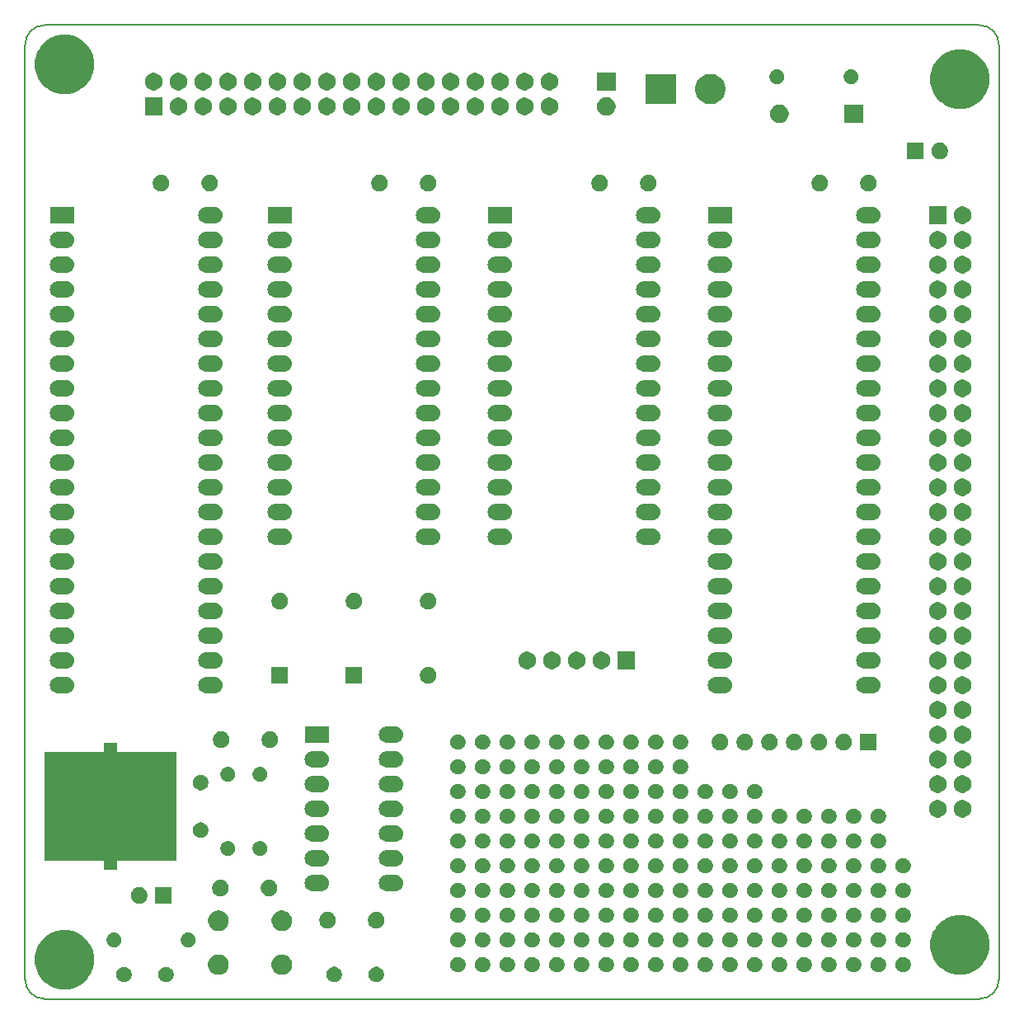
<source format=gbr>
%TF.GenerationSoftware,KiCad,Pcbnew,(5.1.5)-3*%
%TF.CreationDate,2020-10-20T23:15:23-07:00*%
%TF.ProjectId,mgh80,6d676838-302e-46b6-9963-61645f706362,rev?*%
%TF.SameCoordinates,Original*%
%TF.FileFunction,Soldermask,Top*%
%TF.FilePolarity,Negative*%
%FSLAX46Y46*%
G04 Gerber Fmt 4.6, Leading zero omitted, Abs format (unit mm)*
G04 Created by KiCad (PCBNEW (5.1.5)-3) date 2020-10-20 23:15:23*
%MOMM*%
%LPD*%
G04 APERTURE LIST*
%ADD10C,0.150000*%
%ADD11C,0.100000*%
G04 APERTURE END LIST*
D10*
X184090000Y-43186000D02*
X184090000Y-139186000D01*
X184090000Y-43186000D02*
G75*
G03X182090000Y-41186000I-2000000J0D01*
G01*
X182090000Y-141186000D02*
G75*
G03X184090000Y-139186000I0J2000000D01*
G01*
X86090000Y-41186000D02*
G75*
G03X84090000Y-43186000I0J-2000000D01*
G01*
X86090000Y-41186000D02*
X182090000Y-41186000D01*
X84090000Y-139186000D02*
G75*
G03X86090000Y-141186000I2000000J0D01*
G01*
X182090000Y-141186000D02*
X86090000Y-141186000D01*
X84090000Y-139186000D02*
X84090000Y-43186000D01*
D11*
G36*
X89027943Y-134226248D02*
G01*
X89583189Y-134456238D01*
X89824372Y-134617392D01*
X90082899Y-134790134D01*
X90507866Y-135215101D01*
X90605782Y-135361643D01*
X90841762Y-135714811D01*
X91071752Y-136270057D01*
X91189000Y-136859501D01*
X91189000Y-137460499D01*
X91071752Y-138049943D01*
X90841762Y-138605189D01*
X90774021Y-138706570D01*
X90507866Y-139104899D01*
X90082899Y-139529866D01*
X89942573Y-139623629D01*
X89583189Y-139863762D01*
X89027943Y-140093752D01*
X88438499Y-140211000D01*
X87837501Y-140211000D01*
X87248057Y-140093752D01*
X86692811Y-139863762D01*
X86333427Y-139623629D01*
X86193101Y-139529866D01*
X85768134Y-139104899D01*
X85501979Y-138706570D01*
X85434238Y-138605189D01*
X85204248Y-138049943D01*
X85087000Y-137460499D01*
X85087000Y-136859501D01*
X85204248Y-136270057D01*
X85434238Y-135714811D01*
X85670218Y-135361643D01*
X85768134Y-135215101D01*
X86193101Y-134790134D01*
X86451628Y-134617392D01*
X86692811Y-134456238D01*
X87248057Y-134226248D01*
X87837501Y-134109000D01*
X88438499Y-134109000D01*
X89027943Y-134226248D01*
G37*
G36*
X98785642Y-137912781D02*
G01*
X98931414Y-137973162D01*
X98931416Y-137973163D01*
X99062608Y-138060822D01*
X99174178Y-138172392D01*
X99261837Y-138303584D01*
X99261838Y-138303586D01*
X99322219Y-138449358D01*
X99353000Y-138604107D01*
X99353000Y-138761893D01*
X99322219Y-138916642D01*
X99302346Y-138964619D01*
X99261837Y-139062416D01*
X99174178Y-139193608D01*
X99062608Y-139305178D01*
X98931416Y-139392837D01*
X98931415Y-139392838D01*
X98931414Y-139392838D01*
X98785642Y-139453219D01*
X98630893Y-139484000D01*
X98473107Y-139484000D01*
X98318358Y-139453219D01*
X98172586Y-139392838D01*
X98172585Y-139392838D01*
X98172584Y-139392837D01*
X98041392Y-139305178D01*
X97929822Y-139193608D01*
X97842163Y-139062416D01*
X97801654Y-138964619D01*
X97781781Y-138916642D01*
X97751000Y-138761893D01*
X97751000Y-138604107D01*
X97781781Y-138449358D01*
X97842162Y-138303586D01*
X97842163Y-138303584D01*
X97929822Y-138172392D01*
X98041392Y-138060822D01*
X98172584Y-137973163D01*
X98172586Y-137973162D01*
X98318358Y-137912781D01*
X98473107Y-137882000D01*
X98630893Y-137882000D01*
X98785642Y-137912781D01*
G37*
G36*
X94472642Y-137912781D02*
G01*
X94618414Y-137973162D01*
X94618416Y-137973163D01*
X94749608Y-138060822D01*
X94861178Y-138172392D01*
X94948837Y-138303584D01*
X94948838Y-138303586D01*
X95009219Y-138449358D01*
X95040000Y-138604107D01*
X95040000Y-138761893D01*
X95009219Y-138916642D01*
X94989346Y-138964619D01*
X94948837Y-139062416D01*
X94861178Y-139193608D01*
X94749608Y-139305178D01*
X94618416Y-139392837D01*
X94618415Y-139392838D01*
X94618414Y-139392838D01*
X94472642Y-139453219D01*
X94317893Y-139484000D01*
X94160107Y-139484000D01*
X94005358Y-139453219D01*
X93859586Y-139392838D01*
X93859585Y-139392838D01*
X93859584Y-139392837D01*
X93728392Y-139305178D01*
X93616822Y-139193608D01*
X93529163Y-139062416D01*
X93488654Y-138964619D01*
X93468781Y-138916642D01*
X93438000Y-138761893D01*
X93438000Y-138604107D01*
X93468781Y-138449358D01*
X93529162Y-138303586D01*
X93529163Y-138303584D01*
X93616822Y-138172392D01*
X93728392Y-138060822D01*
X93859584Y-137973163D01*
X93859586Y-137973162D01*
X94005358Y-137912781D01*
X94160107Y-137882000D01*
X94317893Y-137882000D01*
X94472642Y-137912781D01*
G37*
G36*
X116058642Y-137908781D02*
G01*
X116204414Y-137969162D01*
X116204416Y-137969163D01*
X116335608Y-138056822D01*
X116447178Y-138168392D01*
X116528552Y-138290178D01*
X116534838Y-138299586D01*
X116595219Y-138445358D01*
X116626000Y-138600107D01*
X116626000Y-138757893D01*
X116595219Y-138912642D01*
X116543092Y-139038486D01*
X116534837Y-139058416D01*
X116447178Y-139189608D01*
X116335608Y-139301178D01*
X116204416Y-139388837D01*
X116204415Y-139388838D01*
X116204414Y-139388838D01*
X116058642Y-139449219D01*
X115903893Y-139480000D01*
X115746107Y-139480000D01*
X115591358Y-139449219D01*
X115445586Y-139388838D01*
X115445585Y-139388838D01*
X115445584Y-139388837D01*
X115314392Y-139301178D01*
X115202822Y-139189608D01*
X115115163Y-139058416D01*
X115106908Y-139038486D01*
X115054781Y-138912642D01*
X115024000Y-138757893D01*
X115024000Y-138600107D01*
X115054781Y-138445358D01*
X115115162Y-138299586D01*
X115121448Y-138290178D01*
X115202822Y-138168392D01*
X115314392Y-138056822D01*
X115445584Y-137969163D01*
X115445586Y-137969162D01*
X115591358Y-137908781D01*
X115746107Y-137878000D01*
X115903893Y-137878000D01*
X116058642Y-137908781D01*
G37*
G36*
X120375642Y-137908781D02*
G01*
X120521414Y-137969162D01*
X120521416Y-137969163D01*
X120652608Y-138056822D01*
X120764178Y-138168392D01*
X120845552Y-138290178D01*
X120851838Y-138299586D01*
X120912219Y-138445358D01*
X120943000Y-138600107D01*
X120943000Y-138757893D01*
X120912219Y-138912642D01*
X120860092Y-139038486D01*
X120851837Y-139058416D01*
X120764178Y-139189608D01*
X120652608Y-139301178D01*
X120521416Y-139388837D01*
X120521415Y-139388838D01*
X120521414Y-139388838D01*
X120375642Y-139449219D01*
X120220893Y-139480000D01*
X120063107Y-139480000D01*
X119908358Y-139449219D01*
X119762586Y-139388838D01*
X119762585Y-139388838D01*
X119762584Y-139388837D01*
X119631392Y-139301178D01*
X119519822Y-139189608D01*
X119432163Y-139058416D01*
X119423908Y-139038486D01*
X119371781Y-138912642D01*
X119341000Y-138757893D01*
X119341000Y-138600107D01*
X119371781Y-138445358D01*
X119432162Y-138299586D01*
X119438448Y-138290178D01*
X119519822Y-138168392D01*
X119631392Y-138056822D01*
X119762584Y-137969163D01*
X119762586Y-137969162D01*
X119908358Y-137908781D01*
X120063107Y-137878000D01*
X120220893Y-137878000D01*
X120375642Y-137908781D01*
G37*
G36*
X104244564Y-136657389D02*
G01*
X104435833Y-136736615D01*
X104435835Y-136736616D01*
X104607973Y-136851635D01*
X104754365Y-136998027D01*
X104869385Y-137170167D01*
X104948611Y-137361436D01*
X104989000Y-137564484D01*
X104989000Y-137771516D01*
X104948611Y-137974564D01*
X104869385Y-138165833D01*
X104869384Y-138165835D01*
X104754365Y-138337973D01*
X104607973Y-138484365D01*
X104435835Y-138599384D01*
X104435834Y-138599385D01*
X104435833Y-138599385D01*
X104244564Y-138678611D01*
X104041516Y-138719000D01*
X103834484Y-138719000D01*
X103631436Y-138678611D01*
X103440167Y-138599385D01*
X103440166Y-138599385D01*
X103440165Y-138599384D01*
X103268027Y-138484365D01*
X103121635Y-138337973D01*
X103006616Y-138165835D01*
X103006615Y-138165833D01*
X102927389Y-137974564D01*
X102887000Y-137771516D01*
X102887000Y-137564484D01*
X102927389Y-137361436D01*
X103006615Y-137170167D01*
X103121635Y-136998027D01*
X103268027Y-136851635D01*
X103440165Y-136736616D01*
X103440167Y-136736615D01*
X103631436Y-136657389D01*
X103834484Y-136617000D01*
X104041516Y-136617000D01*
X104244564Y-136657389D01*
G37*
G36*
X110744564Y-136657389D02*
G01*
X110935833Y-136736615D01*
X110935835Y-136736616D01*
X111107973Y-136851635D01*
X111254365Y-136998027D01*
X111369385Y-137170167D01*
X111448611Y-137361436D01*
X111489000Y-137564484D01*
X111489000Y-137771516D01*
X111448611Y-137974564D01*
X111369385Y-138165833D01*
X111369384Y-138165835D01*
X111254365Y-138337973D01*
X111107973Y-138484365D01*
X110935835Y-138599384D01*
X110935834Y-138599385D01*
X110935833Y-138599385D01*
X110744564Y-138678611D01*
X110541516Y-138719000D01*
X110334484Y-138719000D01*
X110131436Y-138678611D01*
X109940167Y-138599385D01*
X109940166Y-138599385D01*
X109940165Y-138599384D01*
X109768027Y-138484365D01*
X109621635Y-138337973D01*
X109506616Y-138165835D01*
X109506615Y-138165833D01*
X109427389Y-137974564D01*
X109387000Y-137771516D01*
X109387000Y-137564484D01*
X109427389Y-137361436D01*
X109506615Y-137170167D01*
X109621635Y-136998027D01*
X109768027Y-136851635D01*
X109940165Y-136736616D01*
X109940167Y-136736615D01*
X110131436Y-136657389D01*
X110334484Y-136617000D01*
X110541516Y-136617000D01*
X110744564Y-136657389D01*
G37*
G36*
X180975943Y-132702248D02*
G01*
X181531189Y-132932238D01*
X181729109Y-133064484D01*
X182030899Y-133266134D01*
X182455866Y-133691101D01*
X182605001Y-133914297D01*
X182789762Y-134190811D01*
X183019752Y-134746057D01*
X183137000Y-135335501D01*
X183137000Y-135936499D01*
X183019752Y-136525943D01*
X182789762Y-137081189D01*
X182722021Y-137182570D01*
X182455866Y-137580899D01*
X182030899Y-138005866D01*
X181890573Y-138099629D01*
X181531189Y-138339762D01*
X180975943Y-138569752D01*
X180386499Y-138687000D01*
X179785501Y-138687000D01*
X179196057Y-138569752D01*
X178640811Y-138339762D01*
X178281427Y-138099629D01*
X178141101Y-138005866D01*
X177716134Y-137580899D01*
X177449979Y-137182570D01*
X177382238Y-137081189D01*
X177152248Y-136525943D01*
X177035000Y-135936499D01*
X177035000Y-135335501D01*
X177152248Y-134746057D01*
X177382238Y-134190811D01*
X177566999Y-133914297D01*
X177716134Y-133691101D01*
X178141101Y-133266134D01*
X178442891Y-133064484D01*
X178640811Y-132932238D01*
X179196057Y-132702248D01*
X179785501Y-132585000D01*
X180386499Y-132585000D01*
X180975943Y-132702248D01*
G37*
G36*
X146537642Y-136897781D02*
G01*
X146654948Y-136946371D01*
X146683416Y-136958163D01*
X146814608Y-137045822D01*
X146926178Y-137157392D01*
X147013837Y-137288584D01*
X147013838Y-137288586D01*
X147074219Y-137434358D01*
X147105000Y-137589107D01*
X147105000Y-137746893D01*
X147074219Y-137901642D01*
X147044013Y-137974565D01*
X147013837Y-138047416D01*
X146926178Y-138178608D01*
X146814608Y-138290178D01*
X146683416Y-138377837D01*
X146683415Y-138377838D01*
X146683414Y-138377838D01*
X146537642Y-138438219D01*
X146382893Y-138469000D01*
X146225107Y-138469000D01*
X146070358Y-138438219D01*
X145924586Y-138377838D01*
X145924585Y-138377838D01*
X145924584Y-138377837D01*
X145793392Y-138290178D01*
X145681822Y-138178608D01*
X145594163Y-138047416D01*
X145563987Y-137974565D01*
X145533781Y-137901642D01*
X145503000Y-137746893D01*
X145503000Y-137589107D01*
X145533781Y-137434358D01*
X145594162Y-137288586D01*
X145594163Y-137288584D01*
X145681822Y-137157392D01*
X145793392Y-137045822D01*
X145924584Y-136958163D01*
X145953052Y-136946371D01*
X146070358Y-136897781D01*
X146225107Y-136867000D01*
X146382893Y-136867000D01*
X146537642Y-136897781D01*
G37*
G36*
X174477642Y-136897781D02*
G01*
X174594948Y-136946371D01*
X174623416Y-136958163D01*
X174754608Y-137045822D01*
X174866178Y-137157392D01*
X174953837Y-137288584D01*
X174953838Y-137288586D01*
X175014219Y-137434358D01*
X175045000Y-137589107D01*
X175045000Y-137746893D01*
X175014219Y-137901642D01*
X174984013Y-137974565D01*
X174953837Y-138047416D01*
X174866178Y-138178608D01*
X174754608Y-138290178D01*
X174623416Y-138377837D01*
X174623415Y-138377838D01*
X174623414Y-138377838D01*
X174477642Y-138438219D01*
X174322893Y-138469000D01*
X174165107Y-138469000D01*
X174010358Y-138438219D01*
X173864586Y-138377838D01*
X173864585Y-138377838D01*
X173864584Y-138377837D01*
X173733392Y-138290178D01*
X173621822Y-138178608D01*
X173534163Y-138047416D01*
X173503987Y-137974565D01*
X173473781Y-137901642D01*
X173443000Y-137746893D01*
X173443000Y-137589107D01*
X173473781Y-137434358D01*
X173534162Y-137288586D01*
X173534163Y-137288584D01*
X173621822Y-137157392D01*
X173733392Y-137045822D01*
X173864584Y-136958163D01*
X173893052Y-136946371D01*
X174010358Y-136897781D01*
X174165107Y-136867000D01*
X174322893Y-136867000D01*
X174477642Y-136897781D01*
G37*
G36*
X128757642Y-136897781D02*
G01*
X128874948Y-136946371D01*
X128903416Y-136958163D01*
X129034608Y-137045822D01*
X129146178Y-137157392D01*
X129233837Y-137288584D01*
X129233838Y-137288586D01*
X129294219Y-137434358D01*
X129325000Y-137589107D01*
X129325000Y-137746893D01*
X129294219Y-137901642D01*
X129264013Y-137974565D01*
X129233837Y-138047416D01*
X129146178Y-138178608D01*
X129034608Y-138290178D01*
X128903416Y-138377837D01*
X128903415Y-138377838D01*
X128903414Y-138377838D01*
X128757642Y-138438219D01*
X128602893Y-138469000D01*
X128445107Y-138469000D01*
X128290358Y-138438219D01*
X128144586Y-138377838D01*
X128144585Y-138377838D01*
X128144584Y-138377837D01*
X128013392Y-138290178D01*
X127901822Y-138178608D01*
X127814163Y-138047416D01*
X127783987Y-137974565D01*
X127753781Y-137901642D01*
X127723000Y-137746893D01*
X127723000Y-137589107D01*
X127753781Y-137434358D01*
X127814162Y-137288586D01*
X127814163Y-137288584D01*
X127901822Y-137157392D01*
X128013392Y-137045822D01*
X128144584Y-136958163D01*
X128173052Y-136946371D01*
X128290358Y-136897781D01*
X128445107Y-136867000D01*
X128602893Y-136867000D01*
X128757642Y-136897781D01*
G37*
G36*
X131297642Y-136897781D02*
G01*
X131414948Y-136946371D01*
X131443416Y-136958163D01*
X131574608Y-137045822D01*
X131686178Y-137157392D01*
X131773837Y-137288584D01*
X131773838Y-137288586D01*
X131834219Y-137434358D01*
X131865000Y-137589107D01*
X131865000Y-137746893D01*
X131834219Y-137901642D01*
X131804013Y-137974565D01*
X131773837Y-138047416D01*
X131686178Y-138178608D01*
X131574608Y-138290178D01*
X131443416Y-138377837D01*
X131443415Y-138377838D01*
X131443414Y-138377838D01*
X131297642Y-138438219D01*
X131142893Y-138469000D01*
X130985107Y-138469000D01*
X130830358Y-138438219D01*
X130684586Y-138377838D01*
X130684585Y-138377838D01*
X130684584Y-138377837D01*
X130553392Y-138290178D01*
X130441822Y-138178608D01*
X130354163Y-138047416D01*
X130323987Y-137974565D01*
X130293781Y-137901642D01*
X130263000Y-137746893D01*
X130263000Y-137589107D01*
X130293781Y-137434358D01*
X130354162Y-137288586D01*
X130354163Y-137288584D01*
X130441822Y-137157392D01*
X130553392Y-137045822D01*
X130684584Y-136958163D01*
X130713052Y-136946371D01*
X130830358Y-136897781D01*
X130985107Y-136867000D01*
X131142893Y-136867000D01*
X131297642Y-136897781D01*
G37*
G36*
X136377642Y-136897781D02*
G01*
X136494948Y-136946371D01*
X136523416Y-136958163D01*
X136654608Y-137045822D01*
X136766178Y-137157392D01*
X136853837Y-137288584D01*
X136853838Y-137288586D01*
X136914219Y-137434358D01*
X136945000Y-137589107D01*
X136945000Y-137746893D01*
X136914219Y-137901642D01*
X136884013Y-137974565D01*
X136853837Y-138047416D01*
X136766178Y-138178608D01*
X136654608Y-138290178D01*
X136523416Y-138377837D01*
X136523415Y-138377838D01*
X136523414Y-138377838D01*
X136377642Y-138438219D01*
X136222893Y-138469000D01*
X136065107Y-138469000D01*
X135910358Y-138438219D01*
X135764586Y-138377838D01*
X135764585Y-138377838D01*
X135764584Y-138377837D01*
X135633392Y-138290178D01*
X135521822Y-138178608D01*
X135434163Y-138047416D01*
X135403987Y-137974565D01*
X135373781Y-137901642D01*
X135343000Y-137746893D01*
X135343000Y-137589107D01*
X135373781Y-137434358D01*
X135434162Y-137288586D01*
X135434163Y-137288584D01*
X135521822Y-137157392D01*
X135633392Y-137045822D01*
X135764584Y-136958163D01*
X135793052Y-136946371D01*
X135910358Y-136897781D01*
X136065107Y-136867000D01*
X136222893Y-136867000D01*
X136377642Y-136897781D01*
G37*
G36*
X138917642Y-136897781D02*
G01*
X139034948Y-136946371D01*
X139063416Y-136958163D01*
X139194608Y-137045822D01*
X139306178Y-137157392D01*
X139393837Y-137288584D01*
X139393838Y-137288586D01*
X139454219Y-137434358D01*
X139485000Y-137589107D01*
X139485000Y-137746893D01*
X139454219Y-137901642D01*
X139424013Y-137974565D01*
X139393837Y-138047416D01*
X139306178Y-138178608D01*
X139194608Y-138290178D01*
X139063416Y-138377837D01*
X139063415Y-138377838D01*
X139063414Y-138377838D01*
X138917642Y-138438219D01*
X138762893Y-138469000D01*
X138605107Y-138469000D01*
X138450358Y-138438219D01*
X138304586Y-138377838D01*
X138304585Y-138377838D01*
X138304584Y-138377837D01*
X138173392Y-138290178D01*
X138061822Y-138178608D01*
X137974163Y-138047416D01*
X137943987Y-137974565D01*
X137913781Y-137901642D01*
X137883000Y-137746893D01*
X137883000Y-137589107D01*
X137913781Y-137434358D01*
X137974162Y-137288586D01*
X137974163Y-137288584D01*
X138061822Y-137157392D01*
X138173392Y-137045822D01*
X138304584Y-136958163D01*
X138333052Y-136946371D01*
X138450358Y-136897781D01*
X138605107Y-136867000D01*
X138762893Y-136867000D01*
X138917642Y-136897781D01*
G37*
G36*
X141457642Y-136897781D02*
G01*
X141574948Y-136946371D01*
X141603416Y-136958163D01*
X141734608Y-137045822D01*
X141846178Y-137157392D01*
X141933837Y-137288584D01*
X141933838Y-137288586D01*
X141994219Y-137434358D01*
X142025000Y-137589107D01*
X142025000Y-137746893D01*
X141994219Y-137901642D01*
X141964013Y-137974565D01*
X141933837Y-138047416D01*
X141846178Y-138178608D01*
X141734608Y-138290178D01*
X141603416Y-138377837D01*
X141603415Y-138377838D01*
X141603414Y-138377838D01*
X141457642Y-138438219D01*
X141302893Y-138469000D01*
X141145107Y-138469000D01*
X140990358Y-138438219D01*
X140844586Y-138377838D01*
X140844585Y-138377838D01*
X140844584Y-138377837D01*
X140713392Y-138290178D01*
X140601822Y-138178608D01*
X140514163Y-138047416D01*
X140483987Y-137974565D01*
X140453781Y-137901642D01*
X140423000Y-137746893D01*
X140423000Y-137589107D01*
X140453781Y-137434358D01*
X140514162Y-137288586D01*
X140514163Y-137288584D01*
X140601822Y-137157392D01*
X140713392Y-137045822D01*
X140844584Y-136958163D01*
X140873052Y-136946371D01*
X140990358Y-136897781D01*
X141145107Y-136867000D01*
X141302893Y-136867000D01*
X141457642Y-136897781D01*
G37*
G36*
X143997642Y-136897781D02*
G01*
X144114948Y-136946371D01*
X144143416Y-136958163D01*
X144274608Y-137045822D01*
X144386178Y-137157392D01*
X144473837Y-137288584D01*
X144473838Y-137288586D01*
X144534219Y-137434358D01*
X144565000Y-137589107D01*
X144565000Y-137746893D01*
X144534219Y-137901642D01*
X144504013Y-137974565D01*
X144473837Y-138047416D01*
X144386178Y-138178608D01*
X144274608Y-138290178D01*
X144143416Y-138377837D01*
X144143415Y-138377838D01*
X144143414Y-138377838D01*
X143997642Y-138438219D01*
X143842893Y-138469000D01*
X143685107Y-138469000D01*
X143530358Y-138438219D01*
X143384586Y-138377838D01*
X143384585Y-138377838D01*
X143384584Y-138377837D01*
X143253392Y-138290178D01*
X143141822Y-138178608D01*
X143054163Y-138047416D01*
X143023987Y-137974565D01*
X142993781Y-137901642D01*
X142963000Y-137746893D01*
X142963000Y-137589107D01*
X142993781Y-137434358D01*
X143054162Y-137288586D01*
X143054163Y-137288584D01*
X143141822Y-137157392D01*
X143253392Y-137045822D01*
X143384584Y-136958163D01*
X143413052Y-136946371D01*
X143530358Y-136897781D01*
X143685107Y-136867000D01*
X143842893Y-136867000D01*
X143997642Y-136897781D01*
G37*
G36*
X149077642Y-136897781D02*
G01*
X149194948Y-136946371D01*
X149223416Y-136958163D01*
X149354608Y-137045822D01*
X149466178Y-137157392D01*
X149553837Y-137288584D01*
X149553838Y-137288586D01*
X149614219Y-137434358D01*
X149645000Y-137589107D01*
X149645000Y-137746893D01*
X149614219Y-137901642D01*
X149584013Y-137974565D01*
X149553837Y-138047416D01*
X149466178Y-138178608D01*
X149354608Y-138290178D01*
X149223416Y-138377837D01*
X149223415Y-138377838D01*
X149223414Y-138377838D01*
X149077642Y-138438219D01*
X148922893Y-138469000D01*
X148765107Y-138469000D01*
X148610358Y-138438219D01*
X148464586Y-138377838D01*
X148464585Y-138377838D01*
X148464584Y-138377837D01*
X148333392Y-138290178D01*
X148221822Y-138178608D01*
X148134163Y-138047416D01*
X148103987Y-137974565D01*
X148073781Y-137901642D01*
X148043000Y-137746893D01*
X148043000Y-137589107D01*
X148073781Y-137434358D01*
X148134162Y-137288586D01*
X148134163Y-137288584D01*
X148221822Y-137157392D01*
X148333392Y-137045822D01*
X148464584Y-136958163D01*
X148493052Y-136946371D01*
X148610358Y-136897781D01*
X148765107Y-136867000D01*
X148922893Y-136867000D01*
X149077642Y-136897781D01*
G37*
G36*
X154157642Y-136897781D02*
G01*
X154274948Y-136946371D01*
X154303416Y-136958163D01*
X154434608Y-137045822D01*
X154546178Y-137157392D01*
X154633837Y-137288584D01*
X154633838Y-137288586D01*
X154694219Y-137434358D01*
X154725000Y-137589107D01*
X154725000Y-137746893D01*
X154694219Y-137901642D01*
X154664013Y-137974565D01*
X154633837Y-138047416D01*
X154546178Y-138178608D01*
X154434608Y-138290178D01*
X154303416Y-138377837D01*
X154303415Y-138377838D01*
X154303414Y-138377838D01*
X154157642Y-138438219D01*
X154002893Y-138469000D01*
X153845107Y-138469000D01*
X153690358Y-138438219D01*
X153544586Y-138377838D01*
X153544585Y-138377838D01*
X153544584Y-138377837D01*
X153413392Y-138290178D01*
X153301822Y-138178608D01*
X153214163Y-138047416D01*
X153183987Y-137974565D01*
X153153781Y-137901642D01*
X153123000Y-137746893D01*
X153123000Y-137589107D01*
X153153781Y-137434358D01*
X153214162Y-137288586D01*
X153214163Y-137288584D01*
X153301822Y-137157392D01*
X153413392Y-137045822D01*
X153544584Y-136958163D01*
X153573052Y-136946371D01*
X153690358Y-136897781D01*
X153845107Y-136867000D01*
X154002893Y-136867000D01*
X154157642Y-136897781D01*
G37*
G36*
X133837642Y-136897781D02*
G01*
X133954948Y-136946371D01*
X133983416Y-136958163D01*
X134114608Y-137045822D01*
X134226178Y-137157392D01*
X134313837Y-137288584D01*
X134313838Y-137288586D01*
X134374219Y-137434358D01*
X134405000Y-137589107D01*
X134405000Y-137746893D01*
X134374219Y-137901642D01*
X134344013Y-137974565D01*
X134313837Y-138047416D01*
X134226178Y-138178608D01*
X134114608Y-138290178D01*
X133983416Y-138377837D01*
X133983415Y-138377838D01*
X133983414Y-138377838D01*
X133837642Y-138438219D01*
X133682893Y-138469000D01*
X133525107Y-138469000D01*
X133370358Y-138438219D01*
X133224586Y-138377838D01*
X133224585Y-138377838D01*
X133224584Y-138377837D01*
X133093392Y-138290178D01*
X132981822Y-138178608D01*
X132894163Y-138047416D01*
X132863987Y-137974565D01*
X132833781Y-137901642D01*
X132803000Y-137746893D01*
X132803000Y-137589107D01*
X132833781Y-137434358D01*
X132894162Y-137288586D01*
X132894163Y-137288584D01*
X132981822Y-137157392D01*
X133093392Y-137045822D01*
X133224584Y-136958163D01*
X133253052Y-136946371D01*
X133370358Y-136897781D01*
X133525107Y-136867000D01*
X133682893Y-136867000D01*
X133837642Y-136897781D01*
G37*
G36*
X171937642Y-136897781D02*
G01*
X172054948Y-136946371D01*
X172083416Y-136958163D01*
X172214608Y-137045822D01*
X172326178Y-137157392D01*
X172413837Y-137288584D01*
X172413838Y-137288586D01*
X172474219Y-137434358D01*
X172505000Y-137589107D01*
X172505000Y-137746893D01*
X172474219Y-137901642D01*
X172444013Y-137974565D01*
X172413837Y-138047416D01*
X172326178Y-138178608D01*
X172214608Y-138290178D01*
X172083416Y-138377837D01*
X172083415Y-138377838D01*
X172083414Y-138377838D01*
X171937642Y-138438219D01*
X171782893Y-138469000D01*
X171625107Y-138469000D01*
X171470358Y-138438219D01*
X171324586Y-138377838D01*
X171324585Y-138377838D01*
X171324584Y-138377837D01*
X171193392Y-138290178D01*
X171081822Y-138178608D01*
X170994163Y-138047416D01*
X170963987Y-137974565D01*
X170933781Y-137901642D01*
X170903000Y-137746893D01*
X170903000Y-137589107D01*
X170933781Y-137434358D01*
X170994162Y-137288586D01*
X170994163Y-137288584D01*
X171081822Y-137157392D01*
X171193392Y-137045822D01*
X171324584Y-136958163D01*
X171353052Y-136946371D01*
X171470358Y-136897781D01*
X171625107Y-136867000D01*
X171782893Y-136867000D01*
X171937642Y-136897781D01*
G37*
G36*
X169397642Y-136897781D02*
G01*
X169514948Y-136946371D01*
X169543416Y-136958163D01*
X169674608Y-137045822D01*
X169786178Y-137157392D01*
X169873837Y-137288584D01*
X169873838Y-137288586D01*
X169934219Y-137434358D01*
X169965000Y-137589107D01*
X169965000Y-137746893D01*
X169934219Y-137901642D01*
X169904013Y-137974565D01*
X169873837Y-138047416D01*
X169786178Y-138178608D01*
X169674608Y-138290178D01*
X169543416Y-138377837D01*
X169543415Y-138377838D01*
X169543414Y-138377838D01*
X169397642Y-138438219D01*
X169242893Y-138469000D01*
X169085107Y-138469000D01*
X168930358Y-138438219D01*
X168784586Y-138377838D01*
X168784585Y-138377838D01*
X168784584Y-138377837D01*
X168653392Y-138290178D01*
X168541822Y-138178608D01*
X168454163Y-138047416D01*
X168423987Y-137974565D01*
X168393781Y-137901642D01*
X168363000Y-137746893D01*
X168363000Y-137589107D01*
X168393781Y-137434358D01*
X168454162Y-137288586D01*
X168454163Y-137288584D01*
X168541822Y-137157392D01*
X168653392Y-137045822D01*
X168784584Y-136958163D01*
X168813052Y-136946371D01*
X168930358Y-136897781D01*
X169085107Y-136867000D01*
X169242893Y-136867000D01*
X169397642Y-136897781D01*
G37*
G36*
X166857642Y-136897781D02*
G01*
X166974948Y-136946371D01*
X167003416Y-136958163D01*
X167134608Y-137045822D01*
X167246178Y-137157392D01*
X167333837Y-137288584D01*
X167333838Y-137288586D01*
X167394219Y-137434358D01*
X167425000Y-137589107D01*
X167425000Y-137746893D01*
X167394219Y-137901642D01*
X167364013Y-137974565D01*
X167333837Y-138047416D01*
X167246178Y-138178608D01*
X167134608Y-138290178D01*
X167003416Y-138377837D01*
X167003415Y-138377838D01*
X167003414Y-138377838D01*
X166857642Y-138438219D01*
X166702893Y-138469000D01*
X166545107Y-138469000D01*
X166390358Y-138438219D01*
X166244586Y-138377838D01*
X166244585Y-138377838D01*
X166244584Y-138377837D01*
X166113392Y-138290178D01*
X166001822Y-138178608D01*
X165914163Y-138047416D01*
X165883987Y-137974565D01*
X165853781Y-137901642D01*
X165823000Y-137746893D01*
X165823000Y-137589107D01*
X165853781Y-137434358D01*
X165914162Y-137288586D01*
X165914163Y-137288584D01*
X166001822Y-137157392D01*
X166113392Y-137045822D01*
X166244584Y-136958163D01*
X166273052Y-136946371D01*
X166390358Y-136897781D01*
X166545107Y-136867000D01*
X166702893Y-136867000D01*
X166857642Y-136897781D01*
G37*
G36*
X164317642Y-136897781D02*
G01*
X164434948Y-136946371D01*
X164463416Y-136958163D01*
X164594608Y-137045822D01*
X164706178Y-137157392D01*
X164793837Y-137288584D01*
X164793838Y-137288586D01*
X164854219Y-137434358D01*
X164885000Y-137589107D01*
X164885000Y-137746893D01*
X164854219Y-137901642D01*
X164824013Y-137974565D01*
X164793837Y-138047416D01*
X164706178Y-138178608D01*
X164594608Y-138290178D01*
X164463416Y-138377837D01*
X164463415Y-138377838D01*
X164463414Y-138377838D01*
X164317642Y-138438219D01*
X164162893Y-138469000D01*
X164005107Y-138469000D01*
X163850358Y-138438219D01*
X163704586Y-138377838D01*
X163704585Y-138377838D01*
X163704584Y-138377837D01*
X163573392Y-138290178D01*
X163461822Y-138178608D01*
X163374163Y-138047416D01*
X163343987Y-137974565D01*
X163313781Y-137901642D01*
X163283000Y-137746893D01*
X163283000Y-137589107D01*
X163313781Y-137434358D01*
X163374162Y-137288586D01*
X163374163Y-137288584D01*
X163461822Y-137157392D01*
X163573392Y-137045822D01*
X163704584Y-136958163D01*
X163733052Y-136946371D01*
X163850358Y-136897781D01*
X164005107Y-136867000D01*
X164162893Y-136867000D01*
X164317642Y-136897781D01*
G37*
G36*
X161777642Y-136897781D02*
G01*
X161894948Y-136946371D01*
X161923416Y-136958163D01*
X162054608Y-137045822D01*
X162166178Y-137157392D01*
X162253837Y-137288584D01*
X162253838Y-137288586D01*
X162314219Y-137434358D01*
X162345000Y-137589107D01*
X162345000Y-137746893D01*
X162314219Y-137901642D01*
X162284013Y-137974565D01*
X162253837Y-138047416D01*
X162166178Y-138178608D01*
X162054608Y-138290178D01*
X161923416Y-138377837D01*
X161923415Y-138377838D01*
X161923414Y-138377838D01*
X161777642Y-138438219D01*
X161622893Y-138469000D01*
X161465107Y-138469000D01*
X161310358Y-138438219D01*
X161164586Y-138377838D01*
X161164585Y-138377838D01*
X161164584Y-138377837D01*
X161033392Y-138290178D01*
X160921822Y-138178608D01*
X160834163Y-138047416D01*
X160803987Y-137974565D01*
X160773781Y-137901642D01*
X160743000Y-137746893D01*
X160743000Y-137589107D01*
X160773781Y-137434358D01*
X160834162Y-137288586D01*
X160834163Y-137288584D01*
X160921822Y-137157392D01*
X161033392Y-137045822D01*
X161164584Y-136958163D01*
X161193052Y-136946371D01*
X161310358Y-136897781D01*
X161465107Y-136867000D01*
X161622893Y-136867000D01*
X161777642Y-136897781D01*
G37*
G36*
X159237642Y-136897781D02*
G01*
X159354948Y-136946371D01*
X159383416Y-136958163D01*
X159514608Y-137045822D01*
X159626178Y-137157392D01*
X159713837Y-137288584D01*
X159713838Y-137288586D01*
X159774219Y-137434358D01*
X159805000Y-137589107D01*
X159805000Y-137746893D01*
X159774219Y-137901642D01*
X159744013Y-137974565D01*
X159713837Y-138047416D01*
X159626178Y-138178608D01*
X159514608Y-138290178D01*
X159383416Y-138377837D01*
X159383415Y-138377838D01*
X159383414Y-138377838D01*
X159237642Y-138438219D01*
X159082893Y-138469000D01*
X158925107Y-138469000D01*
X158770358Y-138438219D01*
X158624586Y-138377838D01*
X158624585Y-138377838D01*
X158624584Y-138377837D01*
X158493392Y-138290178D01*
X158381822Y-138178608D01*
X158294163Y-138047416D01*
X158263987Y-137974565D01*
X158233781Y-137901642D01*
X158203000Y-137746893D01*
X158203000Y-137589107D01*
X158233781Y-137434358D01*
X158294162Y-137288586D01*
X158294163Y-137288584D01*
X158381822Y-137157392D01*
X158493392Y-137045822D01*
X158624584Y-136958163D01*
X158653052Y-136946371D01*
X158770358Y-136897781D01*
X158925107Y-136867000D01*
X159082893Y-136867000D01*
X159237642Y-136897781D01*
G37*
G36*
X156697642Y-136897781D02*
G01*
X156814948Y-136946371D01*
X156843416Y-136958163D01*
X156974608Y-137045822D01*
X157086178Y-137157392D01*
X157173837Y-137288584D01*
X157173838Y-137288586D01*
X157234219Y-137434358D01*
X157265000Y-137589107D01*
X157265000Y-137746893D01*
X157234219Y-137901642D01*
X157204013Y-137974565D01*
X157173837Y-138047416D01*
X157086178Y-138178608D01*
X156974608Y-138290178D01*
X156843416Y-138377837D01*
X156843415Y-138377838D01*
X156843414Y-138377838D01*
X156697642Y-138438219D01*
X156542893Y-138469000D01*
X156385107Y-138469000D01*
X156230358Y-138438219D01*
X156084586Y-138377838D01*
X156084585Y-138377838D01*
X156084584Y-138377837D01*
X155953392Y-138290178D01*
X155841822Y-138178608D01*
X155754163Y-138047416D01*
X155723987Y-137974565D01*
X155693781Y-137901642D01*
X155663000Y-137746893D01*
X155663000Y-137589107D01*
X155693781Y-137434358D01*
X155754162Y-137288586D01*
X155754163Y-137288584D01*
X155841822Y-137157392D01*
X155953392Y-137045822D01*
X156084584Y-136958163D01*
X156113052Y-136946371D01*
X156230358Y-136897781D01*
X156385107Y-136867000D01*
X156542893Y-136867000D01*
X156697642Y-136897781D01*
G37*
G36*
X151617642Y-136897781D02*
G01*
X151734948Y-136946371D01*
X151763416Y-136958163D01*
X151894608Y-137045822D01*
X152006178Y-137157392D01*
X152093837Y-137288584D01*
X152093838Y-137288586D01*
X152154219Y-137434358D01*
X152185000Y-137589107D01*
X152185000Y-137746893D01*
X152154219Y-137901642D01*
X152124013Y-137974565D01*
X152093837Y-138047416D01*
X152006178Y-138178608D01*
X151894608Y-138290178D01*
X151763416Y-138377837D01*
X151763415Y-138377838D01*
X151763414Y-138377838D01*
X151617642Y-138438219D01*
X151462893Y-138469000D01*
X151305107Y-138469000D01*
X151150358Y-138438219D01*
X151004586Y-138377838D01*
X151004585Y-138377838D01*
X151004584Y-138377837D01*
X150873392Y-138290178D01*
X150761822Y-138178608D01*
X150674163Y-138047416D01*
X150643987Y-137974565D01*
X150613781Y-137901642D01*
X150583000Y-137746893D01*
X150583000Y-137589107D01*
X150613781Y-137434358D01*
X150674162Y-137288586D01*
X150674163Y-137288584D01*
X150761822Y-137157392D01*
X150873392Y-137045822D01*
X151004584Y-136958163D01*
X151033052Y-136946371D01*
X151150358Y-136897781D01*
X151305107Y-136867000D01*
X151462893Y-136867000D01*
X151617642Y-136897781D01*
G37*
G36*
X169397642Y-134357781D02*
G01*
X169488278Y-134395324D01*
X169543416Y-134418163D01*
X169674608Y-134505822D01*
X169786178Y-134617392D01*
X169873837Y-134748584D01*
X169873838Y-134748586D01*
X169934219Y-134894358D01*
X169965000Y-135049107D01*
X169965000Y-135206893D01*
X169934219Y-135361642D01*
X169873838Y-135507414D01*
X169873837Y-135507416D01*
X169786178Y-135638608D01*
X169674608Y-135750178D01*
X169543416Y-135837837D01*
X169543415Y-135837838D01*
X169543414Y-135837838D01*
X169397642Y-135898219D01*
X169242893Y-135929000D01*
X169085107Y-135929000D01*
X168930358Y-135898219D01*
X168784586Y-135837838D01*
X168784585Y-135837838D01*
X168784584Y-135837837D01*
X168653392Y-135750178D01*
X168541822Y-135638608D01*
X168454163Y-135507416D01*
X168454162Y-135507414D01*
X168393781Y-135361642D01*
X168363000Y-135206893D01*
X168363000Y-135049107D01*
X168393781Y-134894358D01*
X168454162Y-134748586D01*
X168454163Y-134748584D01*
X168541822Y-134617392D01*
X168653392Y-134505822D01*
X168784584Y-134418163D01*
X168839722Y-134395324D01*
X168930358Y-134357781D01*
X169085107Y-134327000D01*
X169242893Y-134327000D01*
X169397642Y-134357781D01*
G37*
G36*
X128757642Y-134357781D02*
G01*
X128848278Y-134395324D01*
X128903416Y-134418163D01*
X129034608Y-134505822D01*
X129146178Y-134617392D01*
X129233837Y-134748584D01*
X129233838Y-134748586D01*
X129294219Y-134894358D01*
X129325000Y-135049107D01*
X129325000Y-135206893D01*
X129294219Y-135361642D01*
X129233838Y-135507414D01*
X129233837Y-135507416D01*
X129146178Y-135638608D01*
X129034608Y-135750178D01*
X128903416Y-135837837D01*
X128903415Y-135837838D01*
X128903414Y-135837838D01*
X128757642Y-135898219D01*
X128602893Y-135929000D01*
X128445107Y-135929000D01*
X128290358Y-135898219D01*
X128144586Y-135837838D01*
X128144585Y-135837838D01*
X128144584Y-135837837D01*
X128013392Y-135750178D01*
X127901822Y-135638608D01*
X127814163Y-135507416D01*
X127814162Y-135507414D01*
X127753781Y-135361642D01*
X127723000Y-135206893D01*
X127723000Y-135049107D01*
X127753781Y-134894358D01*
X127814162Y-134748586D01*
X127814163Y-134748584D01*
X127901822Y-134617392D01*
X128013392Y-134505822D01*
X128144584Y-134418163D01*
X128199722Y-134395324D01*
X128290358Y-134357781D01*
X128445107Y-134327000D01*
X128602893Y-134327000D01*
X128757642Y-134357781D01*
G37*
G36*
X131297642Y-134357781D02*
G01*
X131388278Y-134395324D01*
X131443416Y-134418163D01*
X131574608Y-134505822D01*
X131686178Y-134617392D01*
X131773837Y-134748584D01*
X131773838Y-134748586D01*
X131834219Y-134894358D01*
X131865000Y-135049107D01*
X131865000Y-135206893D01*
X131834219Y-135361642D01*
X131773838Y-135507414D01*
X131773837Y-135507416D01*
X131686178Y-135638608D01*
X131574608Y-135750178D01*
X131443416Y-135837837D01*
X131443415Y-135837838D01*
X131443414Y-135837838D01*
X131297642Y-135898219D01*
X131142893Y-135929000D01*
X130985107Y-135929000D01*
X130830358Y-135898219D01*
X130684586Y-135837838D01*
X130684585Y-135837838D01*
X130684584Y-135837837D01*
X130553392Y-135750178D01*
X130441822Y-135638608D01*
X130354163Y-135507416D01*
X130354162Y-135507414D01*
X130293781Y-135361642D01*
X130263000Y-135206893D01*
X130263000Y-135049107D01*
X130293781Y-134894358D01*
X130354162Y-134748586D01*
X130354163Y-134748584D01*
X130441822Y-134617392D01*
X130553392Y-134505822D01*
X130684584Y-134418163D01*
X130739722Y-134395324D01*
X130830358Y-134357781D01*
X130985107Y-134327000D01*
X131142893Y-134327000D01*
X131297642Y-134357781D01*
G37*
G36*
X133837642Y-134357781D02*
G01*
X133928278Y-134395324D01*
X133983416Y-134418163D01*
X134114608Y-134505822D01*
X134226178Y-134617392D01*
X134313837Y-134748584D01*
X134313838Y-134748586D01*
X134374219Y-134894358D01*
X134405000Y-135049107D01*
X134405000Y-135206893D01*
X134374219Y-135361642D01*
X134313838Y-135507414D01*
X134313837Y-135507416D01*
X134226178Y-135638608D01*
X134114608Y-135750178D01*
X133983416Y-135837837D01*
X133983415Y-135837838D01*
X133983414Y-135837838D01*
X133837642Y-135898219D01*
X133682893Y-135929000D01*
X133525107Y-135929000D01*
X133370358Y-135898219D01*
X133224586Y-135837838D01*
X133224585Y-135837838D01*
X133224584Y-135837837D01*
X133093392Y-135750178D01*
X132981822Y-135638608D01*
X132894163Y-135507416D01*
X132894162Y-135507414D01*
X132833781Y-135361642D01*
X132803000Y-135206893D01*
X132803000Y-135049107D01*
X132833781Y-134894358D01*
X132894162Y-134748586D01*
X132894163Y-134748584D01*
X132981822Y-134617392D01*
X133093392Y-134505822D01*
X133224584Y-134418163D01*
X133279722Y-134395324D01*
X133370358Y-134357781D01*
X133525107Y-134327000D01*
X133682893Y-134327000D01*
X133837642Y-134357781D01*
G37*
G36*
X138917642Y-134357781D02*
G01*
X139008278Y-134395324D01*
X139063416Y-134418163D01*
X139194608Y-134505822D01*
X139306178Y-134617392D01*
X139393837Y-134748584D01*
X139393838Y-134748586D01*
X139454219Y-134894358D01*
X139485000Y-135049107D01*
X139485000Y-135206893D01*
X139454219Y-135361642D01*
X139393838Y-135507414D01*
X139393837Y-135507416D01*
X139306178Y-135638608D01*
X139194608Y-135750178D01*
X139063416Y-135837837D01*
X139063415Y-135837838D01*
X139063414Y-135837838D01*
X138917642Y-135898219D01*
X138762893Y-135929000D01*
X138605107Y-135929000D01*
X138450358Y-135898219D01*
X138304586Y-135837838D01*
X138304585Y-135837838D01*
X138304584Y-135837837D01*
X138173392Y-135750178D01*
X138061822Y-135638608D01*
X137974163Y-135507416D01*
X137974162Y-135507414D01*
X137913781Y-135361642D01*
X137883000Y-135206893D01*
X137883000Y-135049107D01*
X137913781Y-134894358D01*
X137974162Y-134748586D01*
X137974163Y-134748584D01*
X138061822Y-134617392D01*
X138173392Y-134505822D01*
X138304584Y-134418163D01*
X138359722Y-134395324D01*
X138450358Y-134357781D01*
X138605107Y-134327000D01*
X138762893Y-134327000D01*
X138917642Y-134357781D01*
G37*
G36*
X141457642Y-134357781D02*
G01*
X141548278Y-134395324D01*
X141603416Y-134418163D01*
X141734608Y-134505822D01*
X141846178Y-134617392D01*
X141933837Y-134748584D01*
X141933838Y-134748586D01*
X141994219Y-134894358D01*
X142025000Y-135049107D01*
X142025000Y-135206893D01*
X141994219Y-135361642D01*
X141933838Y-135507414D01*
X141933837Y-135507416D01*
X141846178Y-135638608D01*
X141734608Y-135750178D01*
X141603416Y-135837837D01*
X141603415Y-135837838D01*
X141603414Y-135837838D01*
X141457642Y-135898219D01*
X141302893Y-135929000D01*
X141145107Y-135929000D01*
X140990358Y-135898219D01*
X140844586Y-135837838D01*
X140844585Y-135837838D01*
X140844584Y-135837837D01*
X140713392Y-135750178D01*
X140601822Y-135638608D01*
X140514163Y-135507416D01*
X140514162Y-135507414D01*
X140453781Y-135361642D01*
X140423000Y-135206893D01*
X140423000Y-135049107D01*
X140453781Y-134894358D01*
X140514162Y-134748586D01*
X140514163Y-134748584D01*
X140601822Y-134617392D01*
X140713392Y-134505822D01*
X140844584Y-134418163D01*
X140899722Y-134395324D01*
X140990358Y-134357781D01*
X141145107Y-134327000D01*
X141302893Y-134327000D01*
X141457642Y-134357781D01*
G37*
G36*
X143997642Y-134357781D02*
G01*
X144088278Y-134395324D01*
X144143416Y-134418163D01*
X144274608Y-134505822D01*
X144386178Y-134617392D01*
X144473837Y-134748584D01*
X144473838Y-134748586D01*
X144534219Y-134894358D01*
X144565000Y-135049107D01*
X144565000Y-135206893D01*
X144534219Y-135361642D01*
X144473838Y-135507414D01*
X144473837Y-135507416D01*
X144386178Y-135638608D01*
X144274608Y-135750178D01*
X144143416Y-135837837D01*
X144143415Y-135837838D01*
X144143414Y-135837838D01*
X143997642Y-135898219D01*
X143842893Y-135929000D01*
X143685107Y-135929000D01*
X143530358Y-135898219D01*
X143384586Y-135837838D01*
X143384585Y-135837838D01*
X143384584Y-135837837D01*
X143253392Y-135750178D01*
X143141822Y-135638608D01*
X143054163Y-135507416D01*
X143054162Y-135507414D01*
X142993781Y-135361642D01*
X142963000Y-135206893D01*
X142963000Y-135049107D01*
X142993781Y-134894358D01*
X143054162Y-134748586D01*
X143054163Y-134748584D01*
X143141822Y-134617392D01*
X143253392Y-134505822D01*
X143384584Y-134418163D01*
X143439722Y-134395324D01*
X143530358Y-134357781D01*
X143685107Y-134327000D01*
X143842893Y-134327000D01*
X143997642Y-134357781D01*
G37*
G36*
X146537642Y-134357781D02*
G01*
X146628278Y-134395324D01*
X146683416Y-134418163D01*
X146814608Y-134505822D01*
X146926178Y-134617392D01*
X147013837Y-134748584D01*
X147013838Y-134748586D01*
X147074219Y-134894358D01*
X147105000Y-135049107D01*
X147105000Y-135206893D01*
X147074219Y-135361642D01*
X147013838Y-135507414D01*
X147013837Y-135507416D01*
X146926178Y-135638608D01*
X146814608Y-135750178D01*
X146683416Y-135837837D01*
X146683415Y-135837838D01*
X146683414Y-135837838D01*
X146537642Y-135898219D01*
X146382893Y-135929000D01*
X146225107Y-135929000D01*
X146070358Y-135898219D01*
X145924586Y-135837838D01*
X145924585Y-135837838D01*
X145924584Y-135837837D01*
X145793392Y-135750178D01*
X145681822Y-135638608D01*
X145594163Y-135507416D01*
X145594162Y-135507414D01*
X145533781Y-135361642D01*
X145503000Y-135206893D01*
X145503000Y-135049107D01*
X145533781Y-134894358D01*
X145594162Y-134748586D01*
X145594163Y-134748584D01*
X145681822Y-134617392D01*
X145793392Y-134505822D01*
X145924584Y-134418163D01*
X145979722Y-134395324D01*
X146070358Y-134357781D01*
X146225107Y-134327000D01*
X146382893Y-134327000D01*
X146537642Y-134357781D01*
G37*
G36*
X149077642Y-134357781D02*
G01*
X149168278Y-134395324D01*
X149223416Y-134418163D01*
X149354608Y-134505822D01*
X149466178Y-134617392D01*
X149553837Y-134748584D01*
X149553838Y-134748586D01*
X149614219Y-134894358D01*
X149645000Y-135049107D01*
X149645000Y-135206893D01*
X149614219Y-135361642D01*
X149553838Y-135507414D01*
X149553837Y-135507416D01*
X149466178Y-135638608D01*
X149354608Y-135750178D01*
X149223416Y-135837837D01*
X149223415Y-135837838D01*
X149223414Y-135837838D01*
X149077642Y-135898219D01*
X148922893Y-135929000D01*
X148765107Y-135929000D01*
X148610358Y-135898219D01*
X148464586Y-135837838D01*
X148464585Y-135837838D01*
X148464584Y-135837837D01*
X148333392Y-135750178D01*
X148221822Y-135638608D01*
X148134163Y-135507416D01*
X148134162Y-135507414D01*
X148073781Y-135361642D01*
X148043000Y-135206893D01*
X148043000Y-135049107D01*
X148073781Y-134894358D01*
X148134162Y-134748586D01*
X148134163Y-134748584D01*
X148221822Y-134617392D01*
X148333392Y-134505822D01*
X148464584Y-134418163D01*
X148519722Y-134395324D01*
X148610358Y-134357781D01*
X148765107Y-134327000D01*
X148922893Y-134327000D01*
X149077642Y-134357781D01*
G37*
G36*
X151617642Y-134357781D02*
G01*
X151708278Y-134395324D01*
X151763416Y-134418163D01*
X151894608Y-134505822D01*
X152006178Y-134617392D01*
X152093837Y-134748584D01*
X152093838Y-134748586D01*
X152154219Y-134894358D01*
X152185000Y-135049107D01*
X152185000Y-135206893D01*
X152154219Y-135361642D01*
X152093838Y-135507414D01*
X152093837Y-135507416D01*
X152006178Y-135638608D01*
X151894608Y-135750178D01*
X151763416Y-135837837D01*
X151763415Y-135837838D01*
X151763414Y-135837838D01*
X151617642Y-135898219D01*
X151462893Y-135929000D01*
X151305107Y-135929000D01*
X151150358Y-135898219D01*
X151004586Y-135837838D01*
X151004585Y-135837838D01*
X151004584Y-135837837D01*
X150873392Y-135750178D01*
X150761822Y-135638608D01*
X150674163Y-135507416D01*
X150674162Y-135507414D01*
X150613781Y-135361642D01*
X150583000Y-135206893D01*
X150583000Y-135049107D01*
X150613781Y-134894358D01*
X150674162Y-134748586D01*
X150674163Y-134748584D01*
X150761822Y-134617392D01*
X150873392Y-134505822D01*
X151004584Y-134418163D01*
X151059722Y-134395324D01*
X151150358Y-134357781D01*
X151305107Y-134327000D01*
X151462893Y-134327000D01*
X151617642Y-134357781D01*
G37*
G36*
X159237642Y-134357781D02*
G01*
X159328278Y-134395324D01*
X159383416Y-134418163D01*
X159514608Y-134505822D01*
X159626178Y-134617392D01*
X159713837Y-134748584D01*
X159713838Y-134748586D01*
X159774219Y-134894358D01*
X159805000Y-135049107D01*
X159805000Y-135206893D01*
X159774219Y-135361642D01*
X159713838Y-135507414D01*
X159713837Y-135507416D01*
X159626178Y-135638608D01*
X159514608Y-135750178D01*
X159383416Y-135837837D01*
X159383415Y-135837838D01*
X159383414Y-135837838D01*
X159237642Y-135898219D01*
X159082893Y-135929000D01*
X158925107Y-135929000D01*
X158770358Y-135898219D01*
X158624586Y-135837838D01*
X158624585Y-135837838D01*
X158624584Y-135837837D01*
X158493392Y-135750178D01*
X158381822Y-135638608D01*
X158294163Y-135507416D01*
X158294162Y-135507414D01*
X158233781Y-135361642D01*
X158203000Y-135206893D01*
X158203000Y-135049107D01*
X158233781Y-134894358D01*
X158294162Y-134748586D01*
X158294163Y-134748584D01*
X158381822Y-134617392D01*
X158493392Y-134505822D01*
X158624584Y-134418163D01*
X158679722Y-134395324D01*
X158770358Y-134357781D01*
X158925107Y-134327000D01*
X159082893Y-134327000D01*
X159237642Y-134357781D01*
G37*
G36*
X156697642Y-134357781D02*
G01*
X156788278Y-134395324D01*
X156843416Y-134418163D01*
X156974608Y-134505822D01*
X157086178Y-134617392D01*
X157173837Y-134748584D01*
X157173838Y-134748586D01*
X157234219Y-134894358D01*
X157265000Y-135049107D01*
X157265000Y-135206893D01*
X157234219Y-135361642D01*
X157173838Y-135507414D01*
X157173837Y-135507416D01*
X157086178Y-135638608D01*
X156974608Y-135750178D01*
X156843416Y-135837837D01*
X156843415Y-135837838D01*
X156843414Y-135837838D01*
X156697642Y-135898219D01*
X156542893Y-135929000D01*
X156385107Y-135929000D01*
X156230358Y-135898219D01*
X156084586Y-135837838D01*
X156084585Y-135837838D01*
X156084584Y-135837837D01*
X155953392Y-135750178D01*
X155841822Y-135638608D01*
X155754163Y-135507416D01*
X155754162Y-135507414D01*
X155693781Y-135361642D01*
X155663000Y-135206893D01*
X155663000Y-135049107D01*
X155693781Y-134894358D01*
X155754162Y-134748586D01*
X155754163Y-134748584D01*
X155841822Y-134617392D01*
X155953392Y-134505822D01*
X156084584Y-134418163D01*
X156139722Y-134395324D01*
X156230358Y-134357781D01*
X156385107Y-134327000D01*
X156542893Y-134327000D01*
X156697642Y-134357781D01*
G37*
G36*
X174477642Y-134357781D02*
G01*
X174568278Y-134395324D01*
X174623416Y-134418163D01*
X174754608Y-134505822D01*
X174866178Y-134617392D01*
X174953837Y-134748584D01*
X174953838Y-134748586D01*
X175014219Y-134894358D01*
X175045000Y-135049107D01*
X175045000Y-135206893D01*
X175014219Y-135361642D01*
X174953838Y-135507414D01*
X174953837Y-135507416D01*
X174866178Y-135638608D01*
X174754608Y-135750178D01*
X174623416Y-135837837D01*
X174623415Y-135837838D01*
X174623414Y-135837838D01*
X174477642Y-135898219D01*
X174322893Y-135929000D01*
X174165107Y-135929000D01*
X174010358Y-135898219D01*
X173864586Y-135837838D01*
X173864585Y-135837838D01*
X173864584Y-135837837D01*
X173733392Y-135750178D01*
X173621822Y-135638608D01*
X173534163Y-135507416D01*
X173534162Y-135507414D01*
X173473781Y-135361642D01*
X173443000Y-135206893D01*
X173443000Y-135049107D01*
X173473781Y-134894358D01*
X173534162Y-134748586D01*
X173534163Y-134748584D01*
X173621822Y-134617392D01*
X173733392Y-134505822D01*
X173864584Y-134418163D01*
X173919722Y-134395324D01*
X174010358Y-134357781D01*
X174165107Y-134327000D01*
X174322893Y-134327000D01*
X174477642Y-134357781D01*
G37*
G36*
X161777642Y-134357781D02*
G01*
X161868278Y-134395324D01*
X161923416Y-134418163D01*
X162054608Y-134505822D01*
X162166178Y-134617392D01*
X162253837Y-134748584D01*
X162253838Y-134748586D01*
X162314219Y-134894358D01*
X162345000Y-135049107D01*
X162345000Y-135206893D01*
X162314219Y-135361642D01*
X162253838Y-135507414D01*
X162253837Y-135507416D01*
X162166178Y-135638608D01*
X162054608Y-135750178D01*
X161923416Y-135837837D01*
X161923415Y-135837838D01*
X161923414Y-135837838D01*
X161777642Y-135898219D01*
X161622893Y-135929000D01*
X161465107Y-135929000D01*
X161310358Y-135898219D01*
X161164586Y-135837838D01*
X161164585Y-135837838D01*
X161164584Y-135837837D01*
X161033392Y-135750178D01*
X160921822Y-135638608D01*
X160834163Y-135507416D01*
X160834162Y-135507414D01*
X160773781Y-135361642D01*
X160743000Y-135206893D01*
X160743000Y-135049107D01*
X160773781Y-134894358D01*
X160834162Y-134748586D01*
X160834163Y-134748584D01*
X160921822Y-134617392D01*
X161033392Y-134505822D01*
X161164584Y-134418163D01*
X161219722Y-134395324D01*
X161310358Y-134357781D01*
X161465107Y-134327000D01*
X161622893Y-134327000D01*
X161777642Y-134357781D01*
G37*
G36*
X164317642Y-134357781D02*
G01*
X164408278Y-134395324D01*
X164463416Y-134418163D01*
X164594608Y-134505822D01*
X164706178Y-134617392D01*
X164793837Y-134748584D01*
X164793838Y-134748586D01*
X164854219Y-134894358D01*
X164885000Y-135049107D01*
X164885000Y-135206893D01*
X164854219Y-135361642D01*
X164793838Y-135507414D01*
X164793837Y-135507416D01*
X164706178Y-135638608D01*
X164594608Y-135750178D01*
X164463416Y-135837837D01*
X164463415Y-135837838D01*
X164463414Y-135837838D01*
X164317642Y-135898219D01*
X164162893Y-135929000D01*
X164005107Y-135929000D01*
X163850358Y-135898219D01*
X163704586Y-135837838D01*
X163704585Y-135837838D01*
X163704584Y-135837837D01*
X163573392Y-135750178D01*
X163461822Y-135638608D01*
X163374163Y-135507416D01*
X163374162Y-135507414D01*
X163313781Y-135361642D01*
X163283000Y-135206893D01*
X163283000Y-135049107D01*
X163313781Y-134894358D01*
X163374162Y-134748586D01*
X163374163Y-134748584D01*
X163461822Y-134617392D01*
X163573392Y-134505822D01*
X163704584Y-134418163D01*
X163759722Y-134395324D01*
X163850358Y-134357781D01*
X164005107Y-134327000D01*
X164162893Y-134327000D01*
X164317642Y-134357781D01*
G37*
G36*
X171937642Y-134357781D02*
G01*
X172028278Y-134395324D01*
X172083416Y-134418163D01*
X172214608Y-134505822D01*
X172326178Y-134617392D01*
X172413837Y-134748584D01*
X172413838Y-134748586D01*
X172474219Y-134894358D01*
X172505000Y-135049107D01*
X172505000Y-135206893D01*
X172474219Y-135361642D01*
X172413838Y-135507414D01*
X172413837Y-135507416D01*
X172326178Y-135638608D01*
X172214608Y-135750178D01*
X172083416Y-135837837D01*
X172083415Y-135837838D01*
X172083414Y-135837838D01*
X171937642Y-135898219D01*
X171782893Y-135929000D01*
X171625107Y-135929000D01*
X171470358Y-135898219D01*
X171324586Y-135837838D01*
X171324585Y-135837838D01*
X171324584Y-135837837D01*
X171193392Y-135750178D01*
X171081822Y-135638608D01*
X170994163Y-135507416D01*
X170994162Y-135507414D01*
X170933781Y-135361642D01*
X170903000Y-135206893D01*
X170903000Y-135049107D01*
X170933781Y-134894358D01*
X170994162Y-134748586D01*
X170994163Y-134748584D01*
X171081822Y-134617392D01*
X171193392Y-134505822D01*
X171324584Y-134418163D01*
X171379722Y-134395324D01*
X171470358Y-134357781D01*
X171625107Y-134327000D01*
X171782893Y-134327000D01*
X171937642Y-134357781D01*
G37*
G36*
X166857642Y-134357781D02*
G01*
X166948278Y-134395324D01*
X167003416Y-134418163D01*
X167134608Y-134505822D01*
X167246178Y-134617392D01*
X167333837Y-134748584D01*
X167333838Y-134748586D01*
X167394219Y-134894358D01*
X167425000Y-135049107D01*
X167425000Y-135206893D01*
X167394219Y-135361642D01*
X167333838Y-135507414D01*
X167333837Y-135507416D01*
X167246178Y-135638608D01*
X167134608Y-135750178D01*
X167003416Y-135837837D01*
X167003415Y-135837838D01*
X167003414Y-135837838D01*
X166857642Y-135898219D01*
X166702893Y-135929000D01*
X166545107Y-135929000D01*
X166390358Y-135898219D01*
X166244586Y-135837838D01*
X166244585Y-135837838D01*
X166244584Y-135837837D01*
X166113392Y-135750178D01*
X166001822Y-135638608D01*
X165914163Y-135507416D01*
X165914162Y-135507414D01*
X165853781Y-135361642D01*
X165823000Y-135206893D01*
X165823000Y-135049107D01*
X165853781Y-134894358D01*
X165914162Y-134748586D01*
X165914163Y-134748584D01*
X166001822Y-134617392D01*
X166113392Y-134505822D01*
X166244584Y-134418163D01*
X166299722Y-134395324D01*
X166390358Y-134357781D01*
X166545107Y-134327000D01*
X166702893Y-134327000D01*
X166857642Y-134357781D01*
G37*
G36*
X154157642Y-134357781D02*
G01*
X154248278Y-134395324D01*
X154303416Y-134418163D01*
X154434608Y-134505822D01*
X154546178Y-134617392D01*
X154633837Y-134748584D01*
X154633838Y-134748586D01*
X154694219Y-134894358D01*
X154725000Y-135049107D01*
X154725000Y-135206893D01*
X154694219Y-135361642D01*
X154633838Y-135507414D01*
X154633837Y-135507416D01*
X154546178Y-135638608D01*
X154434608Y-135750178D01*
X154303416Y-135837837D01*
X154303415Y-135837838D01*
X154303414Y-135837838D01*
X154157642Y-135898219D01*
X154002893Y-135929000D01*
X153845107Y-135929000D01*
X153690358Y-135898219D01*
X153544586Y-135837838D01*
X153544585Y-135837838D01*
X153544584Y-135837837D01*
X153413392Y-135750178D01*
X153301822Y-135638608D01*
X153214163Y-135507416D01*
X153214162Y-135507414D01*
X153153781Y-135361642D01*
X153123000Y-135206893D01*
X153123000Y-135049107D01*
X153153781Y-134894358D01*
X153214162Y-134748586D01*
X153214163Y-134748584D01*
X153301822Y-134617392D01*
X153413392Y-134505822D01*
X153544584Y-134418163D01*
X153599722Y-134395324D01*
X153690358Y-134357781D01*
X153845107Y-134327000D01*
X154002893Y-134327000D01*
X154157642Y-134357781D01*
G37*
G36*
X136377642Y-134357781D02*
G01*
X136468278Y-134395324D01*
X136523416Y-134418163D01*
X136654608Y-134505822D01*
X136766178Y-134617392D01*
X136853837Y-134748584D01*
X136853838Y-134748586D01*
X136914219Y-134894358D01*
X136945000Y-135049107D01*
X136945000Y-135206893D01*
X136914219Y-135361642D01*
X136853838Y-135507414D01*
X136853837Y-135507416D01*
X136766178Y-135638608D01*
X136654608Y-135750178D01*
X136523416Y-135837837D01*
X136523415Y-135837838D01*
X136523414Y-135837838D01*
X136377642Y-135898219D01*
X136222893Y-135929000D01*
X136065107Y-135929000D01*
X135910358Y-135898219D01*
X135764586Y-135837838D01*
X135764585Y-135837838D01*
X135764584Y-135837837D01*
X135633392Y-135750178D01*
X135521822Y-135638608D01*
X135434163Y-135507416D01*
X135434162Y-135507414D01*
X135373781Y-135361642D01*
X135343000Y-135206893D01*
X135343000Y-135049107D01*
X135373781Y-134894358D01*
X135434162Y-134748586D01*
X135434163Y-134748584D01*
X135521822Y-134617392D01*
X135633392Y-134505822D01*
X135764584Y-134418163D01*
X135819722Y-134395324D01*
X135910358Y-134357781D01*
X136065107Y-134327000D01*
X136222893Y-134327000D01*
X136377642Y-134357781D01*
G37*
G36*
X93437059Y-134405860D02*
G01*
X93558685Y-134456239D01*
X93573732Y-134462472D01*
X93696735Y-134544660D01*
X93801340Y-134649265D01*
X93866014Y-134746057D01*
X93883529Y-134772270D01*
X93940140Y-134908941D01*
X93969000Y-135054032D01*
X93969000Y-135201968D01*
X93940140Y-135347059D01*
X93883528Y-135483732D01*
X93801340Y-135606735D01*
X93696735Y-135711340D01*
X93573732Y-135793528D01*
X93573731Y-135793529D01*
X93573730Y-135793529D01*
X93437059Y-135850140D01*
X93291968Y-135879000D01*
X93144032Y-135879000D01*
X92998941Y-135850140D01*
X92862270Y-135793529D01*
X92862269Y-135793529D01*
X92862268Y-135793528D01*
X92739265Y-135711340D01*
X92634660Y-135606735D01*
X92552472Y-135483732D01*
X92495860Y-135347059D01*
X92467000Y-135201968D01*
X92467000Y-135054032D01*
X92495860Y-134908941D01*
X92552471Y-134772270D01*
X92569986Y-134746057D01*
X92634660Y-134649265D01*
X92739265Y-134544660D01*
X92862268Y-134462472D01*
X92877316Y-134456239D01*
X92998941Y-134405860D01*
X93144032Y-134377000D01*
X93291968Y-134377000D01*
X93437059Y-134405860D01*
G37*
G36*
X101057059Y-134405860D02*
G01*
X101178685Y-134456239D01*
X101193732Y-134462472D01*
X101316735Y-134544660D01*
X101421340Y-134649265D01*
X101486014Y-134746057D01*
X101503529Y-134772270D01*
X101560140Y-134908941D01*
X101589000Y-135054032D01*
X101589000Y-135201968D01*
X101560140Y-135347059D01*
X101503528Y-135483732D01*
X101421340Y-135606735D01*
X101316735Y-135711340D01*
X101193732Y-135793528D01*
X101193731Y-135793529D01*
X101193730Y-135793529D01*
X101057059Y-135850140D01*
X100911968Y-135879000D01*
X100764032Y-135879000D01*
X100618941Y-135850140D01*
X100482270Y-135793529D01*
X100482269Y-135793529D01*
X100482268Y-135793528D01*
X100359265Y-135711340D01*
X100254660Y-135606735D01*
X100172472Y-135483732D01*
X100115860Y-135347059D01*
X100087000Y-135201968D01*
X100087000Y-135054032D01*
X100115860Y-134908941D01*
X100172471Y-134772270D01*
X100189986Y-134746057D01*
X100254660Y-134649265D01*
X100359265Y-134544660D01*
X100482268Y-134462472D01*
X100497316Y-134456239D01*
X100618941Y-134405860D01*
X100764032Y-134377000D01*
X100911968Y-134377000D01*
X101057059Y-134405860D01*
G37*
G36*
X104244564Y-132157389D02*
G01*
X104435833Y-132236615D01*
X104435835Y-132236616D01*
X104607973Y-132351635D01*
X104754365Y-132498027D01*
X104867198Y-132666893D01*
X104869385Y-132670167D01*
X104948611Y-132861436D01*
X104989000Y-133064484D01*
X104989000Y-133271516D01*
X104948611Y-133474564D01*
X104877874Y-133645339D01*
X104869384Y-133665835D01*
X104754365Y-133837973D01*
X104607973Y-133984365D01*
X104435835Y-134099384D01*
X104435834Y-134099385D01*
X104435833Y-134099385D01*
X104244564Y-134178611D01*
X104041516Y-134219000D01*
X103834484Y-134219000D01*
X103631436Y-134178611D01*
X103440167Y-134099385D01*
X103440166Y-134099385D01*
X103440165Y-134099384D01*
X103268027Y-133984365D01*
X103121635Y-133837973D01*
X103006616Y-133665835D01*
X102998126Y-133645339D01*
X102927389Y-133474564D01*
X102887000Y-133271516D01*
X102887000Y-133064484D01*
X102927389Y-132861436D01*
X103006615Y-132670167D01*
X103008803Y-132666893D01*
X103121635Y-132498027D01*
X103268027Y-132351635D01*
X103440165Y-132236616D01*
X103440167Y-132236615D01*
X103631436Y-132157389D01*
X103834484Y-132117000D01*
X104041516Y-132117000D01*
X104244564Y-132157389D01*
G37*
G36*
X110744564Y-132157389D02*
G01*
X110935833Y-132236615D01*
X110935835Y-132236616D01*
X111107973Y-132351635D01*
X111254365Y-132498027D01*
X111367198Y-132666893D01*
X111369385Y-132670167D01*
X111448611Y-132861436D01*
X111489000Y-133064484D01*
X111489000Y-133271516D01*
X111448611Y-133474564D01*
X111377874Y-133645339D01*
X111369384Y-133665835D01*
X111254365Y-133837973D01*
X111107973Y-133984365D01*
X110935835Y-134099384D01*
X110935834Y-134099385D01*
X110935833Y-134099385D01*
X110744564Y-134178611D01*
X110541516Y-134219000D01*
X110334484Y-134219000D01*
X110131436Y-134178611D01*
X109940167Y-134099385D01*
X109940166Y-134099385D01*
X109940165Y-134099384D01*
X109768027Y-133984365D01*
X109621635Y-133837973D01*
X109506616Y-133665835D01*
X109498126Y-133645339D01*
X109427389Y-133474564D01*
X109387000Y-133271516D01*
X109387000Y-133064484D01*
X109427389Y-132861436D01*
X109506615Y-132670167D01*
X109508803Y-132666893D01*
X109621635Y-132498027D01*
X109768027Y-132351635D01*
X109940165Y-132236616D01*
X109940167Y-132236615D01*
X110131436Y-132157389D01*
X110334484Y-132117000D01*
X110541516Y-132117000D01*
X110744564Y-132157389D01*
G37*
G36*
X120390228Y-132277703D02*
G01*
X120545100Y-132341853D01*
X120684481Y-132434985D01*
X120803015Y-132553519D01*
X120896147Y-132692900D01*
X120960297Y-132847772D01*
X120993000Y-133012184D01*
X120993000Y-133179816D01*
X120960297Y-133344228D01*
X120896147Y-133499100D01*
X120803015Y-133638481D01*
X120684481Y-133757015D01*
X120545100Y-133850147D01*
X120390228Y-133914297D01*
X120225816Y-133947000D01*
X120058184Y-133947000D01*
X119893772Y-133914297D01*
X119738900Y-133850147D01*
X119599519Y-133757015D01*
X119480985Y-133638481D01*
X119387853Y-133499100D01*
X119323703Y-133344228D01*
X119291000Y-133179816D01*
X119291000Y-133012184D01*
X119323703Y-132847772D01*
X119387853Y-132692900D01*
X119480985Y-132553519D01*
X119599519Y-132434985D01*
X119738900Y-132341853D01*
X119893772Y-132277703D01*
X120058184Y-132245000D01*
X120225816Y-132245000D01*
X120390228Y-132277703D01*
G37*
G36*
X115390228Y-132277703D02*
G01*
X115545100Y-132341853D01*
X115684481Y-132434985D01*
X115803015Y-132553519D01*
X115896147Y-132692900D01*
X115960297Y-132847772D01*
X115993000Y-133012184D01*
X115993000Y-133179816D01*
X115960297Y-133344228D01*
X115896147Y-133499100D01*
X115803015Y-133638481D01*
X115684481Y-133757015D01*
X115545100Y-133850147D01*
X115390228Y-133914297D01*
X115225816Y-133947000D01*
X115058184Y-133947000D01*
X114893772Y-133914297D01*
X114738900Y-133850147D01*
X114599519Y-133757015D01*
X114480985Y-133638481D01*
X114387853Y-133499100D01*
X114323703Y-133344228D01*
X114291000Y-133179816D01*
X114291000Y-133012184D01*
X114323703Y-132847772D01*
X114387853Y-132692900D01*
X114480985Y-132553519D01*
X114599519Y-132434985D01*
X114738900Y-132341853D01*
X114893772Y-132277703D01*
X115058184Y-132245000D01*
X115225816Y-132245000D01*
X115390228Y-132277703D01*
G37*
G36*
X151617642Y-131817781D02*
G01*
X151763414Y-131878162D01*
X151763416Y-131878163D01*
X151894608Y-131965822D01*
X152006178Y-132077392D01*
X152093837Y-132208584D01*
X152093838Y-132208586D01*
X152154219Y-132354358D01*
X152185000Y-132509107D01*
X152185000Y-132666893D01*
X152154219Y-132821642D01*
X152108408Y-132932238D01*
X152093837Y-132967416D01*
X152006178Y-133098608D01*
X151894608Y-133210178D01*
X151763416Y-133297837D01*
X151763415Y-133297838D01*
X151763414Y-133297838D01*
X151617642Y-133358219D01*
X151462893Y-133389000D01*
X151305107Y-133389000D01*
X151150358Y-133358219D01*
X151004586Y-133297838D01*
X151004585Y-133297838D01*
X151004584Y-133297837D01*
X150873392Y-133210178D01*
X150761822Y-133098608D01*
X150674163Y-132967416D01*
X150659592Y-132932238D01*
X150613781Y-132821642D01*
X150583000Y-132666893D01*
X150583000Y-132509107D01*
X150613781Y-132354358D01*
X150674162Y-132208586D01*
X150674163Y-132208584D01*
X150761822Y-132077392D01*
X150873392Y-131965822D01*
X151004584Y-131878163D01*
X151004586Y-131878162D01*
X151150358Y-131817781D01*
X151305107Y-131787000D01*
X151462893Y-131787000D01*
X151617642Y-131817781D01*
G37*
G36*
X149077642Y-131817781D02*
G01*
X149223414Y-131878162D01*
X149223416Y-131878163D01*
X149354608Y-131965822D01*
X149466178Y-132077392D01*
X149553837Y-132208584D01*
X149553838Y-132208586D01*
X149614219Y-132354358D01*
X149645000Y-132509107D01*
X149645000Y-132666893D01*
X149614219Y-132821642D01*
X149568408Y-132932238D01*
X149553837Y-132967416D01*
X149466178Y-133098608D01*
X149354608Y-133210178D01*
X149223416Y-133297837D01*
X149223415Y-133297838D01*
X149223414Y-133297838D01*
X149077642Y-133358219D01*
X148922893Y-133389000D01*
X148765107Y-133389000D01*
X148610358Y-133358219D01*
X148464586Y-133297838D01*
X148464585Y-133297838D01*
X148464584Y-133297837D01*
X148333392Y-133210178D01*
X148221822Y-133098608D01*
X148134163Y-132967416D01*
X148119592Y-132932238D01*
X148073781Y-132821642D01*
X148043000Y-132666893D01*
X148043000Y-132509107D01*
X148073781Y-132354358D01*
X148134162Y-132208586D01*
X148134163Y-132208584D01*
X148221822Y-132077392D01*
X148333392Y-131965822D01*
X148464584Y-131878163D01*
X148464586Y-131878162D01*
X148610358Y-131817781D01*
X148765107Y-131787000D01*
X148922893Y-131787000D01*
X149077642Y-131817781D01*
G37*
G36*
X146537642Y-131817781D02*
G01*
X146683414Y-131878162D01*
X146683416Y-131878163D01*
X146814608Y-131965822D01*
X146926178Y-132077392D01*
X147013837Y-132208584D01*
X147013838Y-132208586D01*
X147074219Y-132354358D01*
X147105000Y-132509107D01*
X147105000Y-132666893D01*
X147074219Y-132821642D01*
X147028408Y-132932238D01*
X147013837Y-132967416D01*
X146926178Y-133098608D01*
X146814608Y-133210178D01*
X146683416Y-133297837D01*
X146683415Y-133297838D01*
X146683414Y-133297838D01*
X146537642Y-133358219D01*
X146382893Y-133389000D01*
X146225107Y-133389000D01*
X146070358Y-133358219D01*
X145924586Y-133297838D01*
X145924585Y-133297838D01*
X145924584Y-133297837D01*
X145793392Y-133210178D01*
X145681822Y-133098608D01*
X145594163Y-132967416D01*
X145579592Y-132932238D01*
X145533781Y-132821642D01*
X145503000Y-132666893D01*
X145503000Y-132509107D01*
X145533781Y-132354358D01*
X145594162Y-132208586D01*
X145594163Y-132208584D01*
X145681822Y-132077392D01*
X145793392Y-131965822D01*
X145924584Y-131878163D01*
X145924586Y-131878162D01*
X146070358Y-131817781D01*
X146225107Y-131787000D01*
X146382893Y-131787000D01*
X146537642Y-131817781D01*
G37*
G36*
X143997642Y-131817781D02*
G01*
X144143414Y-131878162D01*
X144143416Y-131878163D01*
X144274608Y-131965822D01*
X144386178Y-132077392D01*
X144473837Y-132208584D01*
X144473838Y-132208586D01*
X144534219Y-132354358D01*
X144565000Y-132509107D01*
X144565000Y-132666893D01*
X144534219Y-132821642D01*
X144488408Y-132932238D01*
X144473837Y-132967416D01*
X144386178Y-133098608D01*
X144274608Y-133210178D01*
X144143416Y-133297837D01*
X144143415Y-133297838D01*
X144143414Y-133297838D01*
X143997642Y-133358219D01*
X143842893Y-133389000D01*
X143685107Y-133389000D01*
X143530358Y-133358219D01*
X143384586Y-133297838D01*
X143384585Y-133297838D01*
X143384584Y-133297837D01*
X143253392Y-133210178D01*
X143141822Y-133098608D01*
X143054163Y-132967416D01*
X143039592Y-132932238D01*
X142993781Y-132821642D01*
X142963000Y-132666893D01*
X142963000Y-132509107D01*
X142993781Y-132354358D01*
X143054162Y-132208586D01*
X143054163Y-132208584D01*
X143141822Y-132077392D01*
X143253392Y-131965822D01*
X143384584Y-131878163D01*
X143384586Y-131878162D01*
X143530358Y-131817781D01*
X143685107Y-131787000D01*
X143842893Y-131787000D01*
X143997642Y-131817781D01*
G37*
G36*
X141457642Y-131817781D02*
G01*
X141603414Y-131878162D01*
X141603416Y-131878163D01*
X141734608Y-131965822D01*
X141846178Y-132077392D01*
X141933837Y-132208584D01*
X141933838Y-132208586D01*
X141994219Y-132354358D01*
X142025000Y-132509107D01*
X142025000Y-132666893D01*
X141994219Y-132821642D01*
X141948408Y-132932238D01*
X141933837Y-132967416D01*
X141846178Y-133098608D01*
X141734608Y-133210178D01*
X141603416Y-133297837D01*
X141603415Y-133297838D01*
X141603414Y-133297838D01*
X141457642Y-133358219D01*
X141302893Y-133389000D01*
X141145107Y-133389000D01*
X140990358Y-133358219D01*
X140844586Y-133297838D01*
X140844585Y-133297838D01*
X140844584Y-133297837D01*
X140713392Y-133210178D01*
X140601822Y-133098608D01*
X140514163Y-132967416D01*
X140499592Y-132932238D01*
X140453781Y-132821642D01*
X140423000Y-132666893D01*
X140423000Y-132509107D01*
X140453781Y-132354358D01*
X140514162Y-132208586D01*
X140514163Y-132208584D01*
X140601822Y-132077392D01*
X140713392Y-131965822D01*
X140844584Y-131878163D01*
X140844586Y-131878162D01*
X140990358Y-131817781D01*
X141145107Y-131787000D01*
X141302893Y-131787000D01*
X141457642Y-131817781D01*
G37*
G36*
X138917642Y-131817781D02*
G01*
X139063414Y-131878162D01*
X139063416Y-131878163D01*
X139194608Y-131965822D01*
X139306178Y-132077392D01*
X139393837Y-132208584D01*
X139393838Y-132208586D01*
X139454219Y-132354358D01*
X139485000Y-132509107D01*
X139485000Y-132666893D01*
X139454219Y-132821642D01*
X139408408Y-132932238D01*
X139393837Y-132967416D01*
X139306178Y-133098608D01*
X139194608Y-133210178D01*
X139063416Y-133297837D01*
X139063415Y-133297838D01*
X139063414Y-133297838D01*
X138917642Y-133358219D01*
X138762893Y-133389000D01*
X138605107Y-133389000D01*
X138450358Y-133358219D01*
X138304586Y-133297838D01*
X138304585Y-133297838D01*
X138304584Y-133297837D01*
X138173392Y-133210178D01*
X138061822Y-133098608D01*
X137974163Y-132967416D01*
X137959592Y-132932238D01*
X137913781Y-132821642D01*
X137883000Y-132666893D01*
X137883000Y-132509107D01*
X137913781Y-132354358D01*
X137974162Y-132208586D01*
X137974163Y-132208584D01*
X138061822Y-132077392D01*
X138173392Y-131965822D01*
X138304584Y-131878163D01*
X138304586Y-131878162D01*
X138450358Y-131817781D01*
X138605107Y-131787000D01*
X138762893Y-131787000D01*
X138917642Y-131817781D01*
G37*
G36*
X136377642Y-131817781D02*
G01*
X136523414Y-131878162D01*
X136523416Y-131878163D01*
X136654608Y-131965822D01*
X136766178Y-132077392D01*
X136853837Y-132208584D01*
X136853838Y-132208586D01*
X136914219Y-132354358D01*
X136945000Y-132509107D01*
X136945000Y-132666893D01*
X136914219Y-132821642D01*
X136868408Y-132932238D01*
X136853837Y-132967416D01*
X136766178Y-133098608D01*
X136654608Y-133210178D01*
X136523416Y-133297837D01*
X136523415Y-133297838D01*
X136523414Y-133297838D01*
X136377642Y-133358219D01*
X136222893Y-133389000D01*
X136065107Y-133389000D01*
X135910358Y-133358219D01*
X135764586Y-133297838D01*
X135764585Y-133297838D01*
X135764584Y-133297837D01*
X135633392Y-133210178D01*
X135521822Y-133098608D01*
X135434163Y-132967416D01*
X135419592Y-132932238D01*
X135373781Y-132821642D01*
X135343000Y-132666893D01*
X135343000Y-132509107D01*
X135373781Y-132354358D01*
X135434162Y-132208586D01*
X135434163Y-132208584D01*
X135521822Y-132077392D01*
X135633392Y-131965822D01*
X135764584Y-131878163D01*
X135764586Y-131878162D01*
X135910358Y-131817781D01*
X136065107Y-131787000D01*
X136222893Y-131787000D01*
X136377642Y-131817781D01*
G37*
G36*
X159237642Y-131817781D02*
G01*
X159383414Y-131878162D01*
X159383416Y-131878163D01*
X159514608Y-131965822D01*
X159626178Y-132077392D01*
X159713837Y-132208584D01*
X159713838Y-132208586D01*
X159774219Y-132354358D01*
X159805000Y-132509107D01*
X159805000Y-132666893D01*
X159774219Y-132821642D01*
X159728408Y-132932238D01*
X159713837Y-132967416D01*
X159626178Y-133098608D01*
X159514608Y-133210178D01*
X159383416Y-133297837D01*
X159383415Y-133297838D01*
X159383414Y-133297838D01*
X159237642Y-133358219D01*
X159082893Y-133389000D01*
X158925107Y-133389000D01*
X158770358Y-133358219D01*
X158624586Y-133297838D01*
X158624585Y-133297838D01*
X158624584Y-133297837D01*
X158493392Y-133210178D01*
X158381822Y-133098608D01*
X158294163Y-132967416D01*
X158279592Y-132932238D01*
X158233781Y-132821642D01*
X158203000Y-132666893D01*
X158203000Y-132509107D01*
X158233781Y-132354358D01*
X158294162Y-132208586D01*
X158294163Y-132208584D01*
X158381822Y-132077392D01*
X158493392Y-131965822D01*
X158624584Y-131878163D01*
X158624586Y-131878162D01*
X158770358Y-131817781D01*
X158925107Y-131787000D01*
X159082893Y-131787000D01*
X159237642Y-131817781D01*
G37*
G36*
X133837642Y-131817781D02*
G01*
X133983414Y-131878162D01*
X133983416Y-131878163D01*
X134114608Y-131965822D01*
X134226178Y-132077392D01*
X134313837Y-132208584D01*
X134313838Y-132208586D01*
X134374219Y-132354358D01*
X134405000Y-132509107D01*
X134405000Y-132666893D01*
X134374219Y-132821642D01*
X134328408Y-132932238D01*
X134313837Y-132967416D01*
X134226178Y-133098608D01*
X134114608Y-133210178D01*
X133983416Y-133297837D01*
X133983415Y-133297838D01*
X133983414Y-133297838D01*
X133837642Y-133358219D01*
X133682893Y-133389000D01*
X133525107Y-133389000D01*
X133370358Y-133358219D01*
X133224586Y-133297838D01*
X133224585Y-133297838D01*
X133224584Y-133297837D01*
X133093392Y-133210178D01*
X132981822Y-133098608D01*
X132894163Y-132967416D01*
X132879592Y-132932238D01*
X132833781Y-132821642D01*
X132803000Y-132666893D01*
X132803000Y-132509107D01*
X132833781Y-132354358D01*
X132894162Y-132208586D01*
X132894163Y-132208584D01*
X132981822Y-132077392D01*
X133093392Y-131965822D01*
X133224584Y-131878163D01*
X133224586Y-131878162D01*
X133370358Y-131817781D01*
X133525107Y-131787000D01*
X133682893Y-131787000D01*
X133837642Y-131817781D01*
G37*
G36*
X156697642Y-131817781D02*
G01*
X156843414Y-131878162D01*
X156843416Y-131878163D01*
X156974608Y-131965822D01*
X157086178Y-132077392D01*
X157173837Y-132208584D01*
X157173838Y-132208586D01*
X157234219Y-132354358D01*
X157265000Y-132509107D01*
X157265000Y-132666893D01*
X157234219Y-132821642D01*
X157188408Y-132932238D01*
X157173837Y-132967416D01*
X157086178Y-133098608D01*
X156974608Y-133210178D01*
X156843416Y-133297837D01*
X156843415Y-133297838D01*
X156843414Y-133297838D01*
X156697642Y-133358219D01*
X156542893Y-133389000D01*
X156385107Y-133389000D01*
X156230358Y-133358219D01*
X156084586Y-133297838D01*
X156084585Y-133297838D01*
X156084584Y-133297837D01*
X155953392Y-133210178D01*
X155841822Y-133098608D01*
X155754163Y-132967416D01*
X155739592Y-132932238D01*
X155693781Y-132821642D01*
X155663000Y-132666893D01*
X155663000Y-132509107D01*
X155693781Y-132354358D01*
X155754162Y-132208586D01*
X155754163Y-132208584D01*
X155841822Y-132077392D01*
X155953392Y-131965822D01*
X156084584Y-131878163D01*
X156084586Y-131878162D01*
X156230358Y-131817781D01*
X156385107Y-131787000D01*
X156542893Y-131787000D01*
X156697642Y-131817781D01*
G37*
G36*
X154157642Y-131817781D02*
G01*
X154303414Y-131878162D01*
X154303416Y-131878163D01*
X154434608Y-131965822D01*
X154546178Y-132077392D01*
X154633837Y-132208584D01*
X154633838Y-132208586D01*
X154694219Y-132354358D01*
X154725000Y-132509107D01*
X154725000Y-132666893D01*
X154694219Y-132821642D01*
X154648408Y-132932238D01*
X154633837Y-132967416D01*
X154546178Y-133098608D01*
X154434608Y-133210178D01*
X154303416Y-133297837D01*
X154303415Y-133297838D01*
X154303414Y-133297838D01*
X154157642Y-133358219D01*
X154002893Y-133389000D01*
X153845107Y-133389000D01*
X153690358Y-133358219D01*
X153544586Y-133297838D01*
X153544585Y-133297838D01*
X153544584Y-133297837D01*
X153413392Y-133210178D01*
X153301822Y-133098608D01*
X153214163Y-132967416D01*
X153199592Y-132932238D01*
X153153781Y-132821642D01*
X153123000Y-132666893D01*
X153123000Y-132509107D01*
X153153781Y-132354358D01*
X153214162Y-132208586D01*
X153214163Y-132208584D01*
X153301822Y-132077392D01*
X153413392Y-131965822D01*
X153544584Y-131878163D01*
X153544586Y-131878162D01*
X153690358Y-131817781D01*
X153845107Y-131787000D01*
X154002893Y-131787000D01*
X154157642Y-131817781D01*
G37*
G36*
X164317642Y-131817781D02*
G01*
X164463414Y-131878162D01*
X164463416Y-131878163D01*
X164594608Y-131965822D01*
X164706178Y-132077392D01*
X164793837Y-132208584D01*
X164793838Y-132208586D01*
X164854219Y-132354358D01*
X164885000Y-132509107D01*
X164885000Y-132666893D01*
X164854219Y-132821642D01*
X164808408Y-132932238D01*
X164793837Y-132967416D01*
X164706178Y-133098608D01*
X164594608Y-133210178D01*
X164463416Y-133297837D01*
X164463415Y-133297838D01*
X164463414Y-133297838D01*
X164317642Y-133358219D01*
X164162893Y-133389000D01*
X164005107Y-133389000D01*
X163850358Y-133358219D01*
X163704586Y-133297838D01*
X163704585Y-133297838D01*
X163704584Y-133297837D01*
X163573392Y-133210178D01*
X163461822Y-133098608D01*
X163374163Y-132967416D01*
X163359592Y-132932238D01*
X163313781Y-132821642D01*
X163283000Y-132666893D01*
X163283000Y-132509107D01*
X163313781Y-132354358D01*
X163374162Y-132208586D01*
X163374163Y-132208584D01*
X163461822Y-132077392D01*
X163573392Y-131965822D01*
X163704584Y-131878163D01*
X163704586Y-131878162D01*
X163850358Y-131817781D01*
X164005107Y-131787000D01*
X164162893Y-131787000D01*
X164317642Y-131817781D01*
G37*
G36*
X166857642Y-131817781D02*
G01*
X167003414Y-131878162D01*
X167003416Y-131878163D01*
X167134608Y-131965822D01*
X167246178Y-132077392D01*
X167333837Y-132208584D01*
X167333838Y-132208586D01*
X167394219Y-132354358D01*
X167425000Y-132509107D01*
X167425000Y-132666893D01*
X167394219Y-132821642D01*
X167348408Y-132932238D01*
X167333837Y-132967416D01*
X167246178Y-133098608D01*
X167134608Y-133210178D01*
X167003416Y-133297837D01*
X167003415Y-133297838D01*
X167003414Y-133297838D01*
X166857642Y-133358219D01*
X166702893Y-133389000D01*
X166545107Y-133389000D01*
X166390358Y-133358219D01*
X166244586Y-133297838D01*
X166244585Y-133297838D01*
X166244584Y-133297837D01*
X166113392Y-133210178D01*
X166001822Y-133098608D01*
X165914163Y-132967416D01*
X165899592Y-132932238D01*
X165853781Y-132821642D01*
X165823000Y-132666893D01*
X165823000Y-132509107D01*
X165853781Y-132354358D01*
X165914162Y-132208586D01*
X165914163Y-132208584D01*
X166001822Y-132077392D01*
X166113392Y-131965822D01*
X166244584Y-131878163D01*
X166244586Y-131878162D01*
X166390358Y-131817781D01*
X166545107Y-131787000D01*
X166702893Y-131787000D01*
X166857642Y-131817781D01*
G37*
G36*
X161777642Y-131817781D02*
G01*
X161923414Y-131878162D01*
X161923416Y-131878163D01*
X162054608Y-131965822D01*
X162166178Y-132077392D01*
X162253837Y-132208584D01*
X162253838Y-132208586D01*
X162314219Y-132354358D01*
X162345000Y-132509107D01*
X162345000Y-132666893D01*
X162314219Y-132821642D01*
X162268408Y-132932238D01*
X162253837Y-132967416D01*
X162166178Y-133098608D01*
X162054608Y-133210178D01*
X161923416Y-133297837D01*
X161923415Y-133297838D01*
X161923414Y-133297838D01*
X161777642Y-133358219D01*
X161622893Y-133389000D01*
X161465107Y-133389000D01*
X161310358Y-133358219D01*
X161164586Y-133297838D01*
X161164585Y-133297838D01*
X161164584Y-133297837D01*
X161033392Y-133210178D01*
X160921822Y-133098608D01*
X160834163Y-132967416D01*
X160819592Y-132932238D01*
X160773781Y-132821642D01*
X160743000Y-132666893D01*
X160743000Y-132509107D01*
X160773781Y-132354358D01*
X160834162Y-132208586D01*
X160834163Y-132208584D01*
X160921822Y-132077392D01*
X161033392Y-131965822D01*
X161164584Y-131878163D01*
X161164586Y-131878162D01*
X161310358Y-131817781D01*
X161465107Y-131787000D01*
X161622893Y-131787000D01*
X161777642Y-131817781D01*
G37*
G36*
X174477642Y-131817781D02*
G01*
X174623414Y-131878162D01*
X174623416Y-131878163D01*
X174754608Y-131965822D01*
X174866178Y-132077392D01*
X174953837Y-132208584D01*
X174953838Y-132208586D01*
X175014219Y-132354358D01*
X175045000Y-132509107D01*
X175045000Y-132666893D01*
X175014219Y-132821642D01*
X174968408Y-132932238D01*
X174953837Y-132967416D01*
X174866178Y-133098608D01*
X174754608Y-133210178D01*
X174623416Y-133297837D01*
X174623415Y-133297838D01*
X174623414Y-133297838D01*
X174477642Y-133358219D01*
X174322893Y-133389000D01*
X174165107Y-133389000D01*
X174010358Y-133358219D01*
X173864586Y-133297838D01*
X173864585Y-133297838D01*
X173864584Y-133297837D01*
X173733392Y-133210178D01*
X173621822Y-133098608D01*
X173534163Y-132967416D01*
X173519592Y-132932238D01*
X173473781Y-132821642D01*
X173443000Y-132666893D01*
X173443000Y-132509107D01*
X173473781Y-132354358D01*
X173534162Y-132208586D01*
X173534163Y-132208584D01*
X173621822Y-132077392D01*
X173733392Y-131965822D01*
X173864584Y-131878163D01*
X173864586Y-131878162D01*
X174010358Y-131817781D01*
X174165107Y-131787000D01*
X174322893Y-131787000D01*
X174477642Y-131817781D01*
G37*
G36*
X169397642Y-131817781D02*
G01*
X169543414Y-131878162D01*
X169543416Y-131878163D01*
X169674608Y-131965822D01*
X169786178Y-132077392D01*
X169873837Y-132208584D01*
X169873838Y-132208586D01*
X169934219Y-132354358D01*
X169965000Y-132509107D01*
X169965000Y-132666893D01*
X169934219Y-132821642D01*
X169888408Y-132932238D01*
X169873837Y-132967416D01*
X169786178Y-133098608D01*
X169674608Y-133210178D01*
X169543416Y-133297837D01*
X169543415Y-133297838D01*
X169543414Y-133297838D01*
X169397642Y-133358219D01*
X169242893Y-133389000D01*
X169085107Y-133389000D01*
X168930358Y-133358219D01*
X168784586Y-133297838D01*
X168784585Y-133297838D01*
X168784584Y-133297837D01*
X168653392Y-133210178D01*
X168541822Y-133098608D01*
X168454163Y-132967416D01*
X168439592Y-132932238D01*
X168393781Y-132821642D01*
X168363000Y-132666893D01*
X168363000Y-132509107D01*
X168393781Y-132354358D01*
X168454162Y-132208586D01*
X168454163Y-132208584D01*
X168541822Y-132077392D01*
X168653392Y-131965822D01*
X168784584Y-131878163D01*
X168784586Y-131878162D01*
X168930358Y-131817781D01*
X169085107Y-131787000D01*
X169242893Y-131787000D01*
X169397642Y-131817781D01*
G37*
G36*
X171937642Y-131817781D02*
G01*
X172083414Y-131878162D01*
X172083416Y-131878163D01*
X172214608Y-131965822D01*
X172326178Y-132077392D01*
X172413837Y-132208584D01*
X172413838Y-132208586D01*
X172474219Y-132354358D01*
X172505000Y-132509107D01*
X172505000Y-132666893D01*
X172474219Y-132821642D01*
X172428408Y-132932238D01*
X172413837Y-132967416D01*
X172326178Y-133098608D01*
X172214608Y-133210178D01*
X172083416Y-133297837D01*
X172083415Y-133297838D01*
X172083414Y-133297838D01*
X171937642Y-133358219D01*
X171782893Y-133389000D01*
X171625107Y-133389000D01*
X171470358Y-133358219D01*
X171324586Y-133297838D01*
X171324585Y-133297838D01*
X171324584Y-133297837D01*
X171193392Y-133210178D01*
X171081822Y-133098608D01*
X170994163Y-132967416D01*
X170979592Y-132932238D01*
X170933781Y-132821642D01*
X170903000Y-132666893D01*
X170903000Y-132509107D01*
X170933781Y-132354358D01*
X170994162Y-132208586D01*
X170994163Y-132208584D01*
X171081822Y-132077392D01*
X171193392Y-131965822D01*
X171324584Y-131878163D01*
X171324586Y-131878162D01*
X171470358Y-131817781D01*
X171625107Y-131787000D01*
X171782893Y-131787000D01*
X171937642Y-131817781D01*
G37*
G36*
X131297642Y-131817781D02*
G01*
X131443414Y-131878162D01*
X131443416Y-131878163D01*
X131574608Y-131965822D01*
X131686178Y-132077392D01*
X131773837Y-132208584D01*
X131773838Y-132208586D01*
X131834219Y-132354358D01*
X131865000Y-132509107D01*
X131865000Y-132666893D01*
X131834219Y-132821642D01*
X131788408Y-132932238D01*
X131773837Y-132967416D01*
X131686178Y-133098608D01*
X131574608Y-133210178D01*
X131443416Y-133297837D01*
X131443415Y-133297838D01*
X131443414Y-133297838D01*
X131297642Y-133358219D01*
X131142893Y-133389000D01*
X130985107Y-133389000D01*
X130830358Y-133358219D01*
X130684586Y-133297838D01*
X130684585Y-133297838D01*
X130684584Y-133297837D01*
X130553392Y-133210178D01*
X130441822Y-133098608D01*
X130354163Y-132967416D01*
X130339592Y-132932238D01*
X130293781Y-132821642D01*
X130263000Y-132666893D01*
X130263000Y-132509107D01*
X130293781Y-132354358D01*
X130354162Y-132208586D01*
X130354163Y-132208584D01*
X130441822Y-132077392D01*
X130553392Y-131965822D01*
X130684584Y-131878163D01*
X130684586Y-131878162D01*
X130830358Y-131817781D01*
X130985107Y-131787000D01*
X131142893Y-131787000D01*
X131297642Y-131817781D01*
G37*
G36*
X128757642Y-131817781D02*
G01*
X128903414Y-131878162D01*
X128903416Y-131878163D01*
X129034608Y-131965822D01*
X129146178Y-132077392D01*
X129233837Y-132208584D01*
X129233838Y-132208586D01*
X129294219Y-132354358D01*
X129325000Y-132509107D01*
X129325000Y-132666893D01*
X129294219Y-132821642D01*
X129248408Y-132932238D01*
X129233837Y-132967416D01*
X129146178Y-133098608D01*
X129034608Y-133210178D01*
X128903416Y-133297837D01*
X128903415Y-133297838D01*
X128903414Y-133297838D01*
X128757642Y-133358219D01*
X128602893Y-133389000D01*
X128445107Y-133389000D01*
X128290358Y-133358219D01*
X128144586Y-133297838D01*
X128144585Y-133297838D01*
X128144584Y-133297837D01*
X128013392Y-133210178D01*
X127901822Y-133098608D01*
X127814163Y-132967416D01*
X127799592Y-132932238D01*
X127753781Y-132821642D01*
X127723000Y-132666893D01*
X127723000Y-132509107D01*
X127753781Y-132354358D01*
X127814162Y-132208586D01*
X127814163Y-132208584D01*
X127901822Y-132077392D01*
X128013392Y-131965822D01*
X128144584Y-131878163D01*
X128144586Y-131878162D01*
X128290358Y-131817781D01*
X128445107Y-131787000D01*
X128602893Y-131787000D01*
X128757642Y-131817781D01*
G37*
G36*
X96046228Y-129737703D02*
G01*
X96201100Y-129801853D01*
X96340481Y-129894985D01*
X96459015Y-130013519D01*
X96552147Y-130152900D01*
X96616297Y-130307772D01*
X96649000Y-130472184D01*
X96649000Y-130639816D01*
X96616297Y-130804228D01*
X96552147Y-130959100D01*
X96459015Y-131098481D01*
X96340481Y-131217015D01*
X96201100Y-131310147D01*
X96046228Y-131374297D01*
X95881816Y-131407000D01*
X95714184Y-131407000D01*
X95549772Y-131374297D01*
X95394900Y-131310147D01*
X95255519Y-131217015D01*
X95136985Y-131098481D01*
X95043853Y-130959100D01*
X94979703Y-130804228D01*
X94947000Y-130639816D01*
X94947000Y-130472184D01*
X94979703Y-130307772D01*
X95043853Y-130152900D01*
X95136985Y-130013519D01*
X95255519Y-129894985D01*
X95394900Y-129801853D01*
X95549772Y-129737703D01*
X95714184Y-129705000D01*
X95881816Y-129705000D01*
X96046228Y-129737703D01*
G37*
G36*
X99149000Y-131407000D02*
G01*
X97447000Y-131407000D01*
X97447000Y-129705000D01*
X99149000Y-129705000D01*
X99149000Y-131407000D01*
G37*
G36*
X146537642Y-129277781D02*
G01*
X146683414Y-129338162D01*
X146683416Y-129338163D01*
X146814608Y-129425822D01*
X146926178Y-129537392D01*
X147013837Y-129668584D01*
X147013838Y-129668586D01*
X147074219Y-129814358D01*
X147105000Y-129969107D01*
X147105000Y-130126893D01*
X147074219Y-130281642D01*
X147013838Y-130427414D01*
X147013837Y-130427416D01*
X146926178Y-130558608D01*
X146814608Y-130670178D01*
X146683416Y-130757837D01*
X146683415Y-130757838D01*
X146683414Y-130757838D01*
X146537642Y-130818219D01*
X146382893Y-130849000D01*
X146225107Y-130849000D01*
X146070358Y-130818219D01*
X145924586Y-130757838D01*
X145924585Y-130757838D01*
X145924584Y-130757837D01*
X145793392Y-130670178D01*
X145681822Y-130558608D01*
X145594163Y-130427416D01*
X145594162Y-130427414D01*
X145533781Y-130281642D01*
X145503000Y-130126893D01*
X145503000Y-129969107D01*
X145533781Y-129814358D01*
X145594162Y-129668586D01*
X145594163Y-129668584D01*
X145681822Y-129537392D01*
X145793392Y-129425822D01*
X145924584Y-129338163D01*
X145924586Y-129338162D01*
X146070358Y-129277781D01*
X146225107Y-129247000D01*
X146382893Y-129247000D01*
X146537642Y-129277781D01*
G37*
G36*
X151617642Y-129277781D02*
G01*
X151763414Y-129338162D01*
X151763416Y-129338163D01*
X151894608Y-129425822D01*
X152006178Y-129537392D01*
X152093837Y-129668584D01*
X152093838Y-129668586D01*
X152154219Y-129814358D01*
X152185000Y-129969107D01*
X152185000Y-130126893D01*
X152154219Y-130281642D01*
X152093838Y-130427414D01*
X152093837Y-130427416D01*
X152006178Y-130558608D01*
X151894608Y-130670178D01*
X151763416Y-130757837D01*
X151763415Y-130757838D01*
X151763414Y-130757838D01*
X151617642Y-130818219D01*
X151462893Y-130849000D01*
X151305107Y-130849000D01*
X151150358Y-130818219D01*
X151004586Y-130757838D01*
X151004585Y-130757838D01*
X151004584Y-130757837D01*
X150873392Y-130670178D01*
X150761822Y-130558608D01*
X150674163Y-130427416D01*
X150674162Y-130427414D01*
X150613781Y-130281642D01*
X150583000Y-130126893D01*
X150583000Y-129969107D01*
X150613781Y-129814358D01*
X150674162Y-129668586D01*
X150674163Y-129668584D01*
X150761822Y-129537392D01*
X150873392Y-129425822D01*
X151004584Y-129338163D01*
X151004586Y-129338162D01*
X151150358Y-129277781D01*
X151305107Y-129247000D01*
X151462893Y-129247000D01*
X151617642Y-129277781D01*
G37*
G36*
X149077642Y-129277781D02*
G01*
X149223414Y-129338162D01*
X149223416Y-129338163D01*
X149354608Y-129425822D01*
X149466178Y-129537392D01*
X149553837Y-129668584D01*
X149553838Y-129668586D01*
X149614219Y-129814358D01*
X149645000Y-129969107D01*
X149645000Y-130126893D01*
X149614219Y-130281642D01*
X149553838Y-130427414D01*
X149553837Y-130427416D01*
X149466178Y-130558608D01*
X149354608Y-130670178D01*
X149223416Y-130757837D01*
X149223415Y-130757838D01*
X149223414Y-130757838D01*
X149077642Y-130818219D01*
X148922893Y-130849000D01*
X148765107Y-130849000D01*
X148610358Y-130818219D01*
X148464586Y-130757838D01*
X148464585Y-130757838D01*
X148464584Y-130757837D01*
X148333392Y-130670178D01*
X148221822Y-130558608D01*
X148134163Y-130427416D01*
X148134162Y-130427414D01*
X148073781Y-130281642D01*
X148043000Y-130126893D01*
X148043000Y-129969107D01*
X148073781Y-129814358D01*
X148134162Y-129668586D01*
X148134163Y-129668584D01*
X148221822Y-129537392D01*
X148333392Y-129425822D01*
X148464584Y-129338163D01*
X148464586Y-129338162D01*
X148610358Y-129277781D01*
X148765107Y-129247000D01*
X148922893Y-129247000D01*
X149077642Y-129277781D01*
G37*
G36*
X141457642Y-129277781D02*
G01*
X141603414Y-129338162D01*
X141603416Y-129338163D01*
X141734608Y-129425822D01*
X141846178Y-129537392D01*
X141933837Y-129668584D01*
X141933838Y-129668586D01*
X141994219Y-129814358D01*
X142025000Y-129969107D01*
X142025000Y-130126893D01*
X141994219Y-130281642D01*
X141933838Y-130427414D01*
X141933837Y-130427416D01*
X141846178Y-130558608D01*
X141734608Y-130670178D01*
X141603416Y-130757837D01*
X141603415Y-130757838D01*
X141603414Y-130757838D01*
X141457642Y-130818219D01*
X141302893Y-130849000D01*
X141145107Y-130849000D01*
X140990358Y-130818219D01*
X140844586Y-130757838D01*
X140844585Y-130757838D01*
X140844584Y-130757837D01*
X140713392Y-130670178D01*
X140601822Y-130558608D01*
X140514163Y-130427416D01*
X140514162Y-130427414D01*
X140453781Y-130281642D01*
X140423000Y-130126893D01*
X140423000Y-129969107D01*
X140453781Y-129814358D01*
X140514162Y-129668586D01*
X140514163Y-129668584D01*
X140601822Y-129537392D01*
X140713392Y-129425822D01*
X140844584Y-129338163D01*
X140844586Y-129338162D01*
X140990358Y-129277781D01*
X141145107Y-129247000D01*
X141302893Y-129247000D01*
X141457642Y-129277781D01*
G37*
G36*
X143997642Y-129277781D02*
G01*
X144143414Y-129338162D01*
X144143416Y-129338163D01*
X144274608Y-129425822D01*
X144386178Y-129537392D01*
X144473837Y-129668584D01*
X144473838Y-129668586D01*
X144534219Y-129814358D01*
X144565000Y-129969107D01*
X144565000Y-130126893D01*
X144534219Y-130281642D01*
X144473838Y-130427414D01*
X144473837Y-130427416D01*
X144386178Y-130558608D01*
X144274608Y-130670178D01*
X144143416Y-130757837D01*
X144143415Y-130757838D01*
X144143414Y-130757838D01*
X143997642Y-130818219D01*
X143842893Y-130849000D01*
X143685107Y-130849000D01*
X143530358Y-130818219D01*
X143384586Y-130757838D01*
X143384585Y-130757838D01*
X143384584Y-130757837D01*
X143253392Y-130670178D01*
X143141822Y-130558608D01*
X143054163Y-130427416D01*
X143054162Y-130427414D01*
X142993781Y-130281642D01*
X142963000Y-130126893D01*
X142963000Y-129969107D01*
X142993781Y-129814358D01*
X143054162Y-129668586D01*
X143054163Y-129668584D01*
X143141822Y-129537392D01*
X143253392Y-129425822D01*
X143384584Y-129338163D01*
X143384586Y-129338162D01*
X143530358Y-129277781D01*
X143685107Y-129247000D01*
X143842893Y-129247000D01*
X143997642Y-129277781D01*
G37*
G36*
X171937642Y-129277781D02*
G01*
X172083414Y-129338162D01*
X172083416Y-129338163D01*
X172214608Y-129425822D01*
X172326178Y-129537392D01*
X172413837Y-129668584D01*
X172413838Y-129668586D01*
X172474219Y-129814358D01*
X172505000Y-129969107D01*
X172505000Y-130126893D01*
X172474219Y-130281642D01*
X172413838Y-130427414D01*
X172413837Y-130427416D01*
X172326178Y-130558608D01*
X172214608Y-130670178D01*
X172083416Y-130757837D01*
X172083415Y-130757838D01*
X172083414Y-130757838D01*
X171937642Y-130818219D01*
X171782893Y-130849000D01*
X171625107Y-130849000D01*
X171470358Y-130818219D01*
X171324586Y-130757838D01*
X171324585Y-130757838D01*
X171324584Y-130757837D01*
X171193392Y-130670178D01*
X171081822Y-130558608D01*
X170994163Y-130427416D01*
X170994162Y-130427414D01*
X170933781Y-130281642D01*
X170903000Y-130126893D01*
X170903000Y-129969107D01*
X170933781Y-129814358D01*
X170994162Y-129668586D01*
X170994163Y-129668584D01*
X171081822Y-129537392D01*
X171193392Y-129425822D01*
X171324584Y-129338163D01*
X171324586Y-129338162D01*
X171470358Y-129277781D01*
X171625107Y-129247000D01*
X171782893Y-129247000D01*
X171937642Y-129277781D01*
G37*
G36*
X169397642Y-129277781D02*
G01*
X169543414Y-129338162D01*
X169543416Y-129338163D01*
X169674608Y-129425822D01*
X169786178Y-129537392D01*
X169873837Y-129668584D01*
X169873838Y-129668586D01*
X169934219Y-129814358D01*
X169965000Y-129969107D01*
X169965000Y-130126893D01*
X169934219Y-130281642D01*
X169873838Y-130427414D01*
X169873837Y-130427416D01*
X169786178Y-130558608D01*
X169674608Y-130670178D01*
X169543416Y-130757837D01*
X169543415Y-130757838D01*
X169543414Y-130757838D01*
X169397642Y-130818219D01*
X169242893Y-130849000D01*
X169085107Y-130849000D01*
X168930358Y-130818219D01*
X168784586Y-130757838D01*
X168784585Y-130757838D01*
X168784584Y-130757837D01*
X168653392Y-130670178D01*
X168541822Y-130558608D01*
X168454163Y-130427416D01*
X168454162Y-130427414D01*
X168393781Y-130281642D01*
X168363000Y-130126893D01*
X168363000Y-129969107D01*
X168393781Y-129814358D01*
X168454162Y-129668586D01*
X168454163Y-129668584D01*
X168541822Y-129537392D01*
X168653392Y-129425822D01*
X168784584Y-129338163D01*
X168784586Y-129338162D01*
X168930358Y-129277781D01*
X169085107Y-129247000D01*
X169242893Y-129247000D01*
X169397642Y-129277781D01*
G37*
G36*
X174477642Y-129277781D02*
G01*
X174623414Y-129338162D01*
X174623416Y-129338163D01*
X174754608Y-129425822D01*
X174866178Y-129537392D01*
X174953837Y-129668584D01*
X174953838Y-129668586D01*
X175014219Y-129814358D01*
X175045000Y-129969107D01*
X175045000Y-130126893D01*
X175014219Y-130281642D01*
X174953838Y-130427414D01*
X174953837Y-130427416D01*
X174866178Y-130558608D01*
X174754608Y-130670178D01*
X174623416Y-130757837D01*
X174623415Y-130757838D01*
X174623414Y-130757838D01*
X174477642Y-130818219D01*
X174322893Y-130849000D01*
X174165107Y-130849000D01*
X174010358Y-130818219D01*
X173864586Y-130757838D01*
X173864585Y-130757838D01*
X173864584Y-130757837D01*
X173733392Y-130670178D01*
X173621822Y-130558608D01*
X173534163Y-130427416D01*
X173534162Y-130427414D01*
X173473781Y-130281642D01*
X173443000Y-130126893D01*
X173443000Y-129969107D01*
X173473781Y-129814358D01*
X173534162Y-129668586D01*
X173534163Y-129668584D01*
X173621822Y-129537392D01*
X173733392Y-129425822D01*
X173864584Y-129338163D01*
X173864586Y-129338162D01*
X174010358Y-129277781D01*
X174165107Y-129247000D01*
X174322893Y-129247000D01*
X174477642Y-129277781D01*
G37*
G36*
X161777642Y-129277781D02*
G01*
X161923414Y-129338162D01*
X161923416Y-129338163D01*
X162054608Y-129425822D01*
X162166178Y-129537392D01*
X162253837Y-129668584D01*
X162253838Y-129668586D01*
X162314219Y-129814358D01*
X162345000Y-129969107D01*
X162345000Y-130126893D01*
X162314219Y-130281642D01*
X162253838Y-130427414D01*
X162253837Y-130427416D01*
X162166178Y-130558608D01*
X162054608Y-130670178D01*
X161923416Y-130757837D01*
X161923415Y-130757838D01*
X161923414Y-130757838D01*
X161777642Y-130818219D01*
X161622893Y-130849000D01*
X161465107Y-130849000D01*
X161310358Y-130818219D01*
X161164586Y-130757838D01*
X161164585Y-130757838D01*
X161164584Y-130757837D01*
X161033392Y-130670178D01*
X160921822Y-130558608D01*
X160834163Y-130427416D01*
X160834162Y-130427414D01*
X160773781Y-130281642D01*
X160743000Y-130126893D01*
X160743000Y-129969107D01*
X160773781Y-129814358D01*
X160834162Y-129668586D01*
X160834163Y-129668584D01*
X160921822Y-129537392D01*
X161033392Y-129425822D01*
X161164584Y-129338163D01*
X161164586Y-129338162D01*
X161310358Y-129277781D01*
X161465107Y-129247000D01*
X161622893Y-129247000D01*
X161777642Y-129277781D01*
G37*
G36*
X166857642Y-129277781D02*
G01*
X167003414Y-129338162D01*
X167003416Y-129338163D01*
X167134608Y-129425822D01*
X167246178Y-129537392D01*
X167333837Y-129668584D01*
X167333838Y-129668586D01*
X167394219Y-129814358D01*
X167425000Y-129969107D01*
X167425000Y-130126893D01*
X167394219Y-130281642D01*
X167333838Y-130427414D01*
X167333837Y-130427416D01*
X167246178Y-130558608D01*
X167134608Y-130670178D01*
X167003416Y-130757837D01*
X167003415Y-130757838D01*
X167003414Y-130757838D01*
X166857642Y-130818219D01*
X166702893Y-130849000D01*
X166545107Y-130849000D01*
X166390358Y-130818219D01*
X166244586Y-130757838D01*
X166244585Y-130757838D01*
X166244584Y-130757837D01*
X166113392Y-130670178D01*
X166001822Y-130558608D01*
X165914163Y-130427416D01*
X165914162Y-130427414D01*
X165853781Y-130281642D01*
X165823000Y-130126893D01*
X165823000Y-129969107D01*
X165853781Y-129814358D01*
X165914162Y-129668586D01*
X165914163Y-129668584D01*
X166001822Y-129537392D01*
X166113392Y-129425822D01*
X166244584Y-129338163D01*
X166244586Y-129338162D01*
X166390358Y-129277781D01*
X166545107Y-129247000D01*
X166702893Y-129247000D01*
X166857642Y-129277781D01*
G37*
G36*
X159237642Y-129277781D02*
G01*
X159383414Y-129338162D01*
X159383416Y-129338163D01*
X159514608Y-129425822D01*
X159626178Y-129537392D01*
X159713837Y-129668584D01*
X159713838Y-129668586D01*
X159774219Y-129814358D01*
X159805000Y-129969107D01*
X159805000Y-130126893D01*
X159774219Y-130281642D01*
X159713838Y-130427414D01*
X159713837Y-130427416D01*
X159626178Y-130558608D01*
X159514608Y-130670178D01*
X159383416Y-130757837D01*
X159383415Y-130757838D01*
X159383414Y-130757838D01*
X159237642Y-130818219D01*
X159082893Y-130849000D01*
X158925107Y-130849000D01*
X158770358Y-130818219D01*
X158624586Y-130757838D01*
X158624585Y-130757838D01*
X158624584Y-130757837D01*
X158493392Y-130670178D01*
X158381822Y-130558608D01*
X158294163Y-130427416D01*
X158294162Y-130427414D01*
X158233781Y-130281642D01*
X158203000Y-130126893D01*
X158203000Y-129969107D01*
X158233781Y-129814358D01*
X158294162Y-129668586D01*
X158294163Y-129668584D01*
X158381822Y-129537392D01*
X158493392Y-129425822D01*
X158624584Y-129338163D01*
X158624586Y-129338162D01*
X158770358Y-129277781D01*
X158925107Y-129247000D01*
X159082893Y-129247000D01*
X159237642Y-129277781D01*
G37*
G36*
X154157642Y-129277781D02*
G01*
X154303414Y-129338162D01*
X154303416Y-129338163D01*
X154434608Y-129425822D01*
X154546178Y-129537392D01*
X154633837Y-129668584D01*
X154633838Y-129668586D01*
X154694219Y-129814358D01*
X154725000Y-129969107D01*
X154725000Y-130126893D01*
X154694219Y-130281642D01*
X154633838Y-130427414D01*
X154633837Y-130427416D01*
X154546178Y-130558608D01*
X154434608Y-130670178D01*
X154303416Y-130757837D01*
X154303415Y-130757838D01*
X154303414Y-130757838D01*
X154157642Y-130818219D01*
X154002893Y-130849000D01*
X153845107Y-130849000D01*
X153690358Y-130818219D01*
X153544586Y-130757838D01*
X153544585Y-130757838D01*
X153544584Y-130757837D01*
X153413392Y-130670178D01*
X153301822Y-130558608D01*
X153214163Y-130427416D01*
X153214162Y-130427414D01*
X153153781Y-130281642D01*
X153123000Y-130126893D01*
X153123000Y-129969107D01*
X153153781Y-129814358D01*
X153214162Y-129668586D01*
X153214163Y-129668584D01*
X153301822Y-129537392D01*
X153413392Y-129425822D01*
X153544584Y-129338163D01*
X153544586Y-129338162D01*
X153690358Y-129277781D01*
X153845107Y-129247000D01*
X154002893Y-129247000D01*
X154157642Y-129277781D01*
G37*
G36*
X156697642Y-129277781D02*
G01*
X156843414Y-129338162D01*
X156843416Y-129338163D01*
X156974608Y-129425822D01*
X157086178Y-129537392D01*
X157173837Y-129668584D01*
X157173838Y-129668586D01*
X157234219Y-129814358D01*
X157265000Y-129969107D01*
X157265000Y-130126893D01*
X157234219Y-130281642D01*
X157173838Y-130427414D01*
X157173837Y-130427416D01*
X157086178Y-130558608D01*
X156974608Y-130670178D01*
X156843416Y-130757837D01*
X156843415Y-130757838D01*
X156843414Y-130757838D01*
X156697642Y-130818219D01*
X156542893Y-130849000D01*
X156385107Y-130849000D01*
X156230358Y-130818219D01*
X156084586Y-130757838D01*
X156084585Y-130757838D01*
X156084584Y-130757837D01*
X155953392Y-130670178D01*
X155841822Y-130558608D01*
X155754163Y-130427416D01*
X155754162Y-130427414D01*
X155693781Y-130281642D01*
X155663000Y-130126893D01*
X155663000Y-129969107D01*
X155693781Y-129814358D01*
X155754162Y-129668586D01*
X155754163Y-129668584D01*
X155841822Y-129537392D01*
X155953392Y-129425822D01*
X156084584Y-129338163D01*
X156084586Y-129338162D01*
X156230358Y-129277781D01*
X156385107Y-129247000D01*
X156542893Y-129247000D01*
X156697642Y-129277781D01*
G37*
G36*
X128757642Y-129277781D02*
G01*
X128903414Y-129338162D01*
X128903416Y-129338163D01*
X129034608Y-129425822D01*
X129146178Y-129537392D01*
X129233837Y-129668584D01*
X129233838Y-129668586D01*
X129294219Y-129814358D01*
X129325000Y-129969107D01*
X129325000Y-130126893D01*
X129294219Y-130281642D01*
X129233838Y-130427414D01*
X129233837Y-130427416D01*
X129146178Y-130558608D01*
X129034608Y-130670178D01*
X128903416Y-130757837D01*
X128903415Y-130757838D01*
X128903414Y-130757838D01*
X128757642Y-130818219D01*
X128602893Y-130849000D01*
X128445107Y-130849000D01*
X128290358Y-130818219D01*
X128144586Y-130757838D01*
X128144585Y-130757838D01*
X128144584Y-130757837D01*
X128013392Y-130670178D01*
X127901822Y-130558608D01*
X127814163Y-130427416D01*
X127814162Y-130427414D01*
X127753781Y-130281642D01*
X127723000Y-130126893D01*
X127723000Y-129969107D01*
X127753781Y-129814358D01*
X127814162Y-129668586D01*
X127814163Y-129668584D01*
X127901822Y-129537392D01*
X128013392Y-129425822D01*
X128144584Y-129338163D01*
X128144586Y-129338162D01*
X128290358Y-129277781D01*
X128445107Y-129247000D01*
X128602893Y-129247000D01*
X128757642Y-129277781D01*
G37*
G36*
X136377642Y-129277781D02*
G01*
X136523414Y-129338162D01*
X136523416Y-129338163D01*
X136654608Y-129425822D01*
X136766178Y-129537392D01*
X136853837Y-129668584D01*
X136853838Y-129668586D01*
X136914219Y-129814358D01*
X136945000Y-129969107D01*
X136945000Y-130126893D01*
X136914219Y-130281642D01*
X136853838Y-130427414D01*
X136853837Y-130427416D01*
X136766178Y-130558608D01*
X136654608Y-130670178D01*
X136523416Y-130757837D01*
X136523415Y-130757838D01*
X136523414Y-130757838D01*
X136377642Y-130818219D01*
X136222893Y-130849000D01*
X136065107Y-130849000D01*
X135910358Y-130818219D01*
X135764586Y-130757838D01*
X135764585Y-130757838D01*
X135764584Y-130757837D01*
X135633392Y-130670178D01*
X135521822Y-130558608D01*
X135434163Y-130427416D01*
X135434162Y-130427414D01*
X135373781Y-130281642D01*
X135343000Y-130126893D01*
X135343000Y-129969107D01*
X135373781Y-129814358D01*
X135434162Y-129668586D01*
X135434163Y-129668584D01*
X135521822Y-129537392D01*
X135633392Y-129425822D01*
X135764584Y-129338163D01*
X135764586Y-129338162D01*
X135910358Y-129277781D01*
X136065107Y-129247000D01*
X136222893Y-129247000D01*
X136377642Y-129277781D01*
G37*
G36*
X133837642Y-129277781D02*
G01*
X133983414Y-129338162D01*
X133983416Y-129338163D01*
X134114608Y-129425822D01*
X134226178Y-129537392D01*
X134313837Y-129668584D01*
X134313838Y-129668586D01*
X134374219Y-129814358D01*
X134405000Y-129969107D01*
X134405000Y-130126893D01*
X134374219Y-130281642D01*
X134313838Y-130427414D01*
X134313837Y-130427416D01*
X134226178Y-130558608D01*
X134114608Y-130670178D01*
X133983416Y-130757837D01*
X133983415Y-130757838D01*
X133983414Y-130757838D01*
X133837642Y-130818219D01*
X133682893Y-130849000D01*
X133525107Y-130849000D01*
X133370358Y-130818219D01*
X133224586Y-130757838D01*
X133224585Y-130757838D01*
X133224584Y-130757837D01*
X133093392Y-130670178D01*
X132981822Y-130558608D01*
X132894163Y-130427416D01*
X132894162Y-130427414D01*
X132833781Y-130281642D01*
X132803000Y-130126893D01*
X132803000Y-129969107D01*
X132833781Y-129814358D01*
X132894162Y-129668586D01*
X132894163Y-129668584D01*
X132981822Y-129537392D01*
X133093392Y-129425822D01*
X133224584Y-129338163D01*
X133224586Y-129338162D01*
X133370358Y-129277781D01*
X133525107Y-129247000D01*
X133682893Y-129247000D01*
X133837642Y-129277781D01*
G37*
G36*
X131297642Y-129277781D02*
G01*
X131443414Y-129338162D01*
X131443416Y-129338163D01*
X131574608Y-129425822D01*
X131686178Y-129537392D01*
X131773837Y-129668584D01*
X131773838Y-129668586D01*
X131834219Y-129814358D01*
X131865000Y-129969107D01*
X131865000Y-130126893D01*
X131834219Y-130281642D01*
X131773838Y-130427414D01*
X131773837Y-130427416D01*
X131686178Y-130558608D01*
X131574608Y-130670178D01*
X131443416Y-130757837D01*
X131443415Y-130757838D01*
X131443414Y-130757838D01*
X131297642Y-130818219D01*
X131142893Y-130849000D01*
X130985107Y-130849000D01*
X130830358Y-130818219D01*
X130684586Y-130757838D01*
X130684585Y-130757838D01*
X130684584Y-130757837D01*
X130553392Y-130670178D01*
X130441822Y-130558608D01*
X130354163Y-130427416D01*
X130354162Y-130427414D01*
X130293781Y-130281642D01*
X130263000Y-130126893D01*
X130263000Y-129969107D01*
X130293781Y-129814358D01*
X130354162Y-129668586D01*
X130354163Y-129668584D01*
X130441822Y-129537392D01*
X130553392Y-129425822D01*
X130684584Y-129338163D01*
X130684586Y-129338162D01*
X130830358Y-129277781D01*
X130985107Y-129247000D01*
X131142893Y-129247000D01*
X131297642Y-129277781D01*
G37*
G36*
X138917642Y-129277781D02*
G01*
X139063414Y-129338162D01*
X139063416Y-129338163D01*
X139194608Y-129425822D01*
X139306178Y-129537392D01*
X139393837Y-129668584D01*
X139393838Y-129668586D01*
X139454219Y-129814358D01*
X139485000Y-129969107D01*
X139485000Y-130126893D01*
X139454219Y-130281642D01*
X139393838Y-130427414D01*
X139393837Y-130427416D01*
X139306178Y-130558608D01*
X139194608Y-130670178D01*
X139063416Y-130757837D01*
X139063415Y-130757838D01*
X139063414Y-130757838D01*
X138917642Y-130818219D01*
X138762893Y-130849000D01*
X138605107Y-130849000D01*
X138450358Y-130818219D01*
X138304586Y-130757838D01*
X138304585Y-130757838D01*
X138304584Y-130757837D01*
X138173392Y-130670178D01*
X138061822Y-130558608D01*
X137974163Y-130427416D01*
X137974162Y-130427414D01*
X137913781Y-130281642D01*
X137883000Y-130126893D01*
X137883000Y-129969107D01*
X137913781Y-129814358D01*
X137974162Y-129668586D01*
X137974163Y-129668584D01*
X138061822Y-129537392D01*
X138173392Y-129425822D01*
X138304584Y-129338163D01*
X138304586Y-129338162D01*
X138450358Y-129277781D01*
X138605107Y-129247000D01*
X138762893Y-129247000D01*
X138917642Y-129277781D01*
G37*
G36*
X164317642Y-129277781D02*
G01*
X164463414Y-129338162D01*
X164463416Y-129338163D01*
X164594608Y-129425822D01*
X164706178Y-129537392D01*
X164793837Y-129668584D01*
X164793838Y-129668586D01*
X164854219Y-129814358D01*
X164885000Y-129969107D01*
X164885000Y-130126893D01*
X164854219Y-130281642D01*
X164793838Y-130427414D01*
X164793837Y-130427416D01*
X164706178Y-130558608D01*
X164594608Y-130670178D01*
X164463416Y-130757837D01*
X164463415Y-130757838D01*
X164463414Y-130757838D01*
X164317642Y-130818219D01*
X164162893Y-130849000D01*
X164005107Y-130849000D01*
X163850358Y-130818219D01*
X163704586Y-130757838D01*
X163704585Y-130757838D01*
X163704584Y-130757837D01*
X163573392Y-130670178D01*
X163461822Y-130558608D01*
X163374163Y-130427416D01*
X163374162Y-130427414D01*
X163313781Y-130281642D01*
X163283000Y-130126893D01*
X163283000Y-129969107D01*
X163313781Y-129814358D01*
X163374162Y-129668586D01*
X163374163Y-129668584D01*
X163461822Y-129537392D01*
X163573392Y-129425822D01*
X163704584Y-129338163D01*
X163704586Y-129338162D01*
X163850358Y-129277781D01*
X164005107Y-129247000D01*
X164162893Y-129247000D01*
X164317642Y-129277781D01*
G37*
G36*
X104388228Y-128975703D02*
G01*
X104543100Y-129039853D01*
X104682481Y-129132985D01*
X104801015Y-129251519D01*
X104894147Y-129390900D01*
X104958297Y-129545772D01*
X104991000Y-129710184D01*
X104991000Y-129877816D01*
X104958297Y-130042228D01*
X104894147Y-130197100D01*
X104801015Y-130336481D01*
X104682481Y-130455015D01*
X104543100Y-130548147D01*
X104388228Y-130612297D01*
X104223816Y-130645000D01*
X104056184Y-130645000D01*
X103891772Y-130612297D01*
X103736900Y-130548147D01*
X103597519Y-130455015D01*
X103478985Y-130336481D01*
X103385853Y-130197100D01*
X103321703Y-130042228D01*
X103289000Y-129877816D01*
X103289000Y-129710184D01*
X103321703Y-129545772D01*
X103385853Y-129390900D01*
X103478985Y-129251519D01*
X103597519Y-129132985D01*
X103736900Y-129039853D01*
X103891772Y-128975703D01*
X104056184Y-128943000D01*
X104223816Y-128943000D01*
X104388228Y-128975703D01*
G37*
G36*
X109388228Y-128975703D02*
G01*
X109543100Y-129039853D01*
X109682481Y-129132985D01*
X109801015Y-129251519D01*
X109894147Y-129390900D01*
X109958297Y-129545772D01*
X109991000Y-129710184D01*
X109991000Y-129877816D01*
X109958297Y-130042228D01*
X109894147Y-130197100D01*
X109801015Y-130336481D01*
X109682481Y-130455015D01*
X109543100Y-130548147D01*
X109388228Y-130612297D01*
X109223816Y-130645000D01*
X109056184Y-130645000D01*
X108891772Y-130612297D01*
X108736900Y-130548147D01*
X108597519Y-130455015D01*
X108478985Y-130336481D01*
X108385853Y-130197100D01*
X108321703Y-130042228D01*
X108289000Y-129877816D01*
X108289000Y-129710184D01*
X108321703Y-129545772D01*
X108385853Y-129390900D01*
X108478985Y-129251519D01*
X108597519Y-129132985D01*
X108736900Y-129039853D01*
X108891772Y-128975703D01*
X109056184Y-128943000D01*
X109223816Y-128943000D01*
X109388228Y-128975703D01*
G37*
G36*
X114612823Y-128447313D02*
G01*
X114773242Y-128495976D01*
X114905906Y-128566886D01*
X114921078Y-128574996D01*
X115050659Y-128681341D01*
X115157004Y-128810922D01*
X115157005Y-128810924D01*
X115236024Y-128958758D01*
X115284687Y-129119177D01*
X115301117Y-129286000D01*
X115284687Y-129452823D01*
X115236024Y-129613242D01*
X115206443Y-129668584D01*
X115157004Y-129761078D01*
X115050659Y-129890659D01*
X114921078Y-129997004D01*
X114921076Y-129997005D01*
X114773242Y-130076024D01*
X114612823Y-130124687D01*
X114487804Y-130137000D01*
X113604196Y-130137000D01*
X113479177Y-130124687D01*
X113318758Y-130076024D01*
X113170924Y-129997005D01*
X113170922Y-129997004D01*
X113041341Y-129890659D01*
X112934996Y-129761078D01*
X112885557Y-129668584D01*
X112855976Y-129613242D01*
X112807313Y-129452823D01*
X112790883Y-129286000D01*
X112807313Y-129119177D01*
X112855976Y-128958758D01*
X112934995Y-128810924D01*
X112934996Y-128810922D01*
X113041341Y-128681341D01*
X113170922Y-128574996D01*
X113186094Y-128566886D01*
X113318758Y-128495976D01*
X113479177Y-128447313D01*
X113604196Y-128435000D01*
X114487804Y-128435000D01*
X114612823Y-128447313D01*
G37*
G36*
X122232823Y-128447313D02*
G01*
X122393242Y-128495976D01*
X122525906Y-128566886D01*
X122541078Y-128574996D01*
X122670659Y-128681341D01*
X122777004Y-128810922D01*
X122777005Y-128810924D01*
X122856024Y-128958758D01*
X122904687Y-129119177D01*
X122921117Y-129286000D01*
X122904687Y-129452823D01*
X122856024Y-129613242D01*
X122826443Y-129668584D01*
X122777004Y-129761078D01*
X122670659Y-129890659D01*
X122541078Y-129997004D01*
X122541076Y-129997005D01*
X122393242Y-130076024D01*
X122232823Y-130124687D01*
X122107804Y-130137000D01*
X121224196Y-130137000D01*
X121099177Y-130124687D01*
X120938758Y-130076024D01*
X120790924Y-129997005D01*
X120790922Y-129997004D01*
X120661341Y-129890659D01*
X120554996Y-129761078D01*
X120505557Y-129668584D01*
X120475976Y-129613242D01*
X120427313Y-129452823D01*
X120410883Y-129286000D01*
X120427313Y-129119177D01*
X120475976Y-128958758D01*
X120554995Y-128810924D01*
X120554996Y-128810922D01*
X120661341Y-128681341D01*
X120790922Y-128574996D01*
X120806094Y-128566886D01*
X120938758Y-128495976D01*
X121099177Y-128447313D01*
X121224196Y-128435000D01*
X122107804Y-128435000D01*
X122232823Y-128447313D01*
G37*
G36*
X161777642Y-126737781D02*
G01*
X161923414Y-126798162D01*
X161923416Y-126798163D01*
X162054608Y-126885822D01*
X162166178Y-126997392D01*
X162226719Y-127087999D01*
X162253838Y-127128586D01*
X162314219Y-127274358D01*
X162345000Y-127429107D01*
X162345000Y-127586893D01*
X162314219Y-127741642D01*
X162253838Y-127887414D01*
X162253837Y-127887416D01*
X162166178Y-128018608D01*
X162054608Y-128130178D01*
X161923416Y-128217837D01*
X161923415Y-128217838D01*
X161923414Y-128217838D01*
X161777642Y-128278219D01*
X161622893Y-128309000D01*
X161465107Y-128309000D01*
X161310358Y-128278219D01*
X161164586Y-128217838D01*
X161164585Y-128217838D01*
X161164584Y-128217837D01*
X161033392Y-128130178D01*
X160921822Y-128018608D01*
X160834163Y-127887416D01*
X160834162Y-127887414D01*
X160773781Y-127741642D01*
X160743000Y-127586893D01*
X160743000Y-127429107D01*
X160773781Y-127274358D01*
X160834162Y-127128586D01*
X160861281Y-127087999D01*
X160921822Y-126997392D01*
X161033392Y-126885822D01*
X161164584Y-126798163D01*
X161164586Y-126798162D01*
X161310358Y-126737781D01*
X161465107Y-126707000D01*
X161622893Y-126707000D01*
X161777642Y-126737781D01*
G37*
G36*
X164317642Y-126737781D02*
G01*
X164463414Y-126798162D01*
X164463416Y-126798163D01*
X164594608Y-126885822D01*
X164706178Y-126997392D01*
X164766719Y-127087999D01*
X164793838Y-127128586D01*
X164854219Y-127274358D01*
X164885000Y-127429107D01*
X164885000Y-127586893D01*
X164854219Y-127741642D01*
X164793838Y-127887414D01*
X164793837Y-127887416D01*
X164706178Y-128018608D01*
X164594608Y-128130178D01*
X164463416Y-128217837D01*
X164463415Y-128217838D01*
X164463414Y-128217838D01*
X164317642Y-128278219D01*
X164162893Y-128309000D01*
X164005107Y-128309000D01*
X163850358Y-128278219D01*
X163704586Y-128217838D01*
X163704585Y-128217838D01*
X163704584Y-128217837D01*
X163573392Y-128130178D01*
X163461822Y-128018608D01*
X163374163Y-127887416D01*
X163374162Y-127887414D01*
X163313781Y-127741642D01*
X163283000Y-127586893D01*
X163283000Y-127429107D01*
X163313781Y-127274358D01*
X163374162Y-127128586D01*
X163401281Y-127087999D01*
X163461822Y-126997392D01*
X163573392Y-126885822D01*
X163704584Y-126798163D01*
X163704586Y-126798162D01*
X163850358Y-126737781D01*
X164005107Y-126707000D01*
X164162893Y-126707000D01*
X164317642Y-126737781D01*
G37*
G36*
X151617642Y-126737781D02*
G01*
X151763414Y-126798162D01*
X151763416Y-126798163D01*
X151894608Y-126885822D01*
X152006178Y-126997392D01*
X152066719Y-127087999D01*
X152093838Y-127128586D01*
X152154219Y-127274358D01*
X152185000Y-127429107D01*
X152185000Y-127586893D01*
X152154219Y-127741642D01*
X152093838Y-127887414D01*
X152093837Y-127887416D01*
X152006178Y-128018608D01*
X151894608Y-128130178D01*
X151763416Y-128217837D01*
X151763415Y-128217838D01*
X151763414Y-128217838D01*
X151617642Y-128278219D01*
X151462893Y-128309000D01*
X151305107Y-128309000D01*
X151150358Y-128278219D01*
X151004586Y-128217838D01*
X151004585Y-128217838D01*
X151004584Y-128217837D01*
X150873392Y-128130178D01*
X150761822Y-128018608D01*
X150674163Y-127887416D01*
X150674162Y-127887414D01*
X150613781Y-127741642D01*
X150583000Y-127586893D01*
X150583000Y-127429107D01*
X150613781Y-127274358D01*
X150674162Y-127128586D01*
X150701281Y-127087999D01*
X150761822Y-126997392D01*
X150873392Y-126885822D01*
X151004584Y-126798163D01*
X151004586Y-126798162D01*
X151150358Y-126737781D01*
X151305107Y-126707000D01*
X151462893Y-126707000D01*
X151617642Y-126737781D01*
G37*
G36*
X171937642Y-126737781D02*
G01*
X172083414Y-126798162D01*
X172083416Y-126798163D01*
X172214608Y-126885822D01*
X172326178Y-126997392D01*
X172386719Y-127087999D01*
X172413838Y-127128586D01*
X172474219Y-127274358D01*
X172505000Y-127429107D01*
X172505000Y-127586893D01*
X172474219Y-127741642D01*
X172413838Y-127887414D01*
X172413837Y-127887416D01*
X172326178Y-128018608D01*
X172214608Y-128130178D01*
X172083416Y-128217837D01*
X172083415Y-128217838D01*
X172083414Y-128217838D01*
X171937642Y-128278219D01*
X171782893Y-128309000D01*
X171625107Y-128309000D01*
X171470358Y-128278219D01*
X171324586Y-128217838D01*
X171324585Y-128217838D01*
X171324584Y-128217837D01*
X171193392Y-128130178D01*
X171081822Y-128018608D01*
X170994163Y-127887416D01*
X170994162Y-127887414D01*
X170933781Y-127741642D01*
X170903000Y-127586893D01*
X170903000Y-127429107D01*
X170933781Y-127274358D01*
X170994162Y-127128586D01*
X171021281Y-127087999D01*
X171081822Y-126997392D01*
X171193392Y-126885822D01*
X171324584Y-126798163D01*
X171324586Y-126798162D01*
X171470358Y-126737781D01*
X171625107Y-126707000D01*
X171782893Y-126707000D01*
X171937642Y-126737781D01*
G37*
G36*
X149077642Y-126737781D02*
G01*
X149223414Y-126798162D01*
X149223416Y-126798163D01*
X149354608Y-126885822D01*
X149466178Y-126997392D01*
X149526719Y-127087999D01*
X149553838Y-127128586D01*
X149614219Y-127274358D01*
X149645000Y-127429107D01*
X149645000Y-127586893D01*
X149614219Y-127741642D01*
X149553838Y-127887414D01*
X149553837Y-127887416D01*
X149466178Y-128018608D01*
X149354608Y-128130178D01*
X149223416Y-128217837D01*
X149223415Y-128217838D01*
X149223414Y-128217838D01*
X149077642Y-128278219D01*
X148922893Y-128309000D01*
X148765107Y-128309000D01*
X148610358Y-128278219D01*
X148464586Y-128217838D01*
X148464585Y-128217838D01*
X148464584Y-128217837D01*
X148333392Y-128130178D01*
X148221822Y-128018608D01*
X148134163Y-127887416D01*
X148134162Y-127887414D01*
X148073781Y-127741642D01*
X148043000Y-127586893D01*
X148043000Y-127429107D01*
X148073781Y-127274358D01*
X148134162Y-127128586D01*
X148161281Y-127087999D01*
X148221822Y-126997392D01*
X148333392Y-126885822D01*
X148464584Y-126798163D01*
X148464586Y-126798162D01*
X148610358Y-126737781D01*
X148765107Y-126707000D01*
X148922893Y-126707000D01*
X149077642Y-126737781D01*
G37*
G36*
X146537642Y-126737781D02*
G01*
X146683414Y-126798162D01*
X146683416Y-126798163D01*
X146814608Y-126885822D01*
X146926178Y-126997392D01*
X146986719Y-127087999D01*
X147013838Y-127128586D01*
X147074219Y-127274358D01*
X147105000Y-127429107D01*
X147105000Y-127586893D01*
X147074219Y-127741642D01*
X147013838Y-127887414D01*
X147013837Y-127887416D01*
X146926178Y-128018608D01*
X146814608Y-128130178D01*
X146683416Y-128217837D01*
X146683415Y-128217838D01*
X146683414Y-128217838D01*
X146537642Y-128278219D01*
X146382893Y-128309000D01*
X146225107Y-128309000D01*
X146070358Y-128278219D01*
X145924586Y-128217838D01*
X145924585Y-128217838D01*
X145924584Y-128217837D01*
X145793392Y-128130178D01*
X145681822Y-128018608D01*
X145594163Y-127887416D01*
X145594162Y-127887414D01*
X145533781Y-127741642D01*
X145503000Y-127586893D01*
X145503000Y-127429107D01*
X145533781Y-127274358D01*
X145594162Y-127128586D01*
X145621281Y-127087999D01*
X145681822Y-126997392D01*
X145793392Y-126885822D01*
X145924584Y-126798163D01*
X145924586Y-126798162D01*
X146070358Y-126737781D01*
X146225107Y-126707000D01*
X146382893Y-126707000D01*
X146537642Y-126737781D01*
G37*
G36*
X143997642Y-126737781D02*
G01*
X144143414Y-126798162D01*
X144143416Y-126798163D01*
X144274608Y-126885822D01*
X144386178Y-126997392D01*
X144446719Y-127087999D01*
X144473838Y-127128586D01*
X144534219Y-127274358D01*
X144565000Y-127429107D01*
X144565000Y-127586893D01*
X144534219Y-127741642D01*
X144473838Y-127887414D01*
X144473837Y-127887416D01*
X144386178Y-128018608D01*
X144274608Y-128130178D01*
X144143416Y-128217837D01*
X144143415Y-128217838D01*
X144143414Y-128217838D01*
X143997642Y-128278219D01*
X143842893Y-128309000D01*
X143685107Y-128309000D01*
X143530358Y-128278219D01*
X143384586Y-128217838D01*
X143384585Y-128217838D01*
X143384584Y-128217837D01*
X143253392Y-128130178D01*
X143141822Y-128018608D01*
X143054163Y-127887416D01*
X143054162Y-127887414D01*
X142993781Y-127741642D01*
X142963000Y-127586893D01*
X142963000Y-127429107D01*
X142993781Y-127274358D01*
X143054162Y-127128586D01*
X143081281Y-127087999D01*
X143141822Y-126997392D01*
X143253392Y-126885822D01*
X143384584Y-126798163D01*
X143384586Y-126798162D01*
X143530358Y-126737781D01*
X143685107Y-126707000D01*
X143842893Y-126707000D01*
X143997642Y-126737781D01*
G37*
G36*
X141457642Y-126737781D02*
G01*
X141603414Y-126798162D01*
X141603416Y-126798163D01*
X141734608Y-126885822D01*
X141846178Y-126997392D01*
X141906719Y-127087999D01*
X141933838Y-127128586D01*
X141994219Y-127274358D01*
X142025000Y-127429107D01*
X142025000Y-127586893D01*
X141994219Y-127741642D01*
X141933838Y-127887414D01*
X141933837Y-127887416D01*
X141846178Y-128018608D01*
X141734608Y-128130178D01*
X141603416Y-128217837D01*
X141603415Y-128217838D01*
X141603414Y-128217838D01*
X141457642Y-128278219D01*
X141302893Y-128309000D01*
X141145107Y-128309000D01*
X140990358Y-128278219D01*
X140844586Y-128217838D01*
X140844585Y-128217838D01*
X140844584Y-128217837D01*
X140713392Y-128130178D01*
X140601822Y-128018608D01*
X140514163Y-127887416D01*
X140514162Y-127887414D01*
X140453781Y-127741642D01*
X140423000Y-127586893D01*
X140423000Y-127429107D01*
X140453781Y-127274358D01*
X140514162Y-127128586D01*
X140541281Y-127087999D01*
X140601822Y-126997392D01*
X140713392Y-126885822D01*
X140844584Y-126798163D01*
X140844586Y-126798162D01*
X140990358Y-126737781D01*
X141145107Y-126707000D01*
X141302893Y-126707000D01*
X141457642Y-126737781D01*
G37*
G36*
X138917642Y-126737781D02*
G01*
X139063414Y-126798162D01*
X139063416Y-126798163D01*
X139194608Y-126885822D01*
X139306178Y-126997392D01*
X139366719Y-127087999D01*
X139393838Y-127128586D01*
X139454219Y-127274358D01*
X139485000Y-127429107D01*
X139485000Y-127586893D01*
X139454219Y-127741642D01*
X139393838Y-127887414D01*
X139393837Y-127887416D01*
X139306178Y-128018608D01*
X139194608Y-128130178D01*
X139063416Y-128217837D01*
X139063415Y-128217838D01*
X139063414Y-128217838D01*
X138917642Y-128278219D01*
X138762893Y-128309000D01*
X138605107Y-128309000D01*
X138450358Y-128278219D01*
X138304586Y-128217838D01*
X138304585Y-128217838D01*
X138304584Y-128217837D01*
X138173392Y-128130178D01*
X138061822Y-128018608D01*
X137974163Y-127887416D01*
X137974162Y-127887414D01*
X137913781Y-127741642D01*
X137883000Y-127586893D01*
X137883000Y-127429107D01*
X137913781Y-127274358D01*
X137974162Y-127128586D01*
X138001281Y-127087999D01*
X138061822Y-126997392D01*
X138173392Y-126885822D01*
X138304584Y-126798163D01*
X138304586Y-126798162D01*
X138450358Y-126737781D01*
X138605107Y-126707000D01*
X138762893Y-126707000D01*
X138917642Y-126737781D01*
G37*
G36*
X136377642Y-126737781D02*
G01*
X136523414Y-126798162D01*
X136523416Y-126798163D01*
X136654608Y-126885822D01*
X136766178Y-126997392D01*
X136826719Y-127087999D01*
X136853838Y-127128586D01*
X136914219Y-127274358D01*
X136945000Y-127429107D01*
X136945000Y-127586893D01*
X136914219Y-127741642D01*
X136853838Y-127887414D01*
X136853837Y-127887416D01*
X136766178Y-128018608D01*
X136654608Y-128130178D01*
X136523416Y-128217837D01*
X136523415Y-128217838D01*
X136523414Y-128217838D01*
X136377642Y-128278219D01*
X136222893Y-128309000D01*
X136065107Y-128309000D01*
X135910358Y-128278219D01*
X135764586Y-128217838D01*
X135764585Y-128217838D01*
X135764584Y-128217837D01*
X135633392Y-128130178D01*
X135521822Y-128018608D01*
X135434163Y-127887416D01*
X135434162Y-127887414D01*
X135373781Y-127741642D01*
X135343000Y-127586893D01*
X135343000Y-127429107D01*
X135373781Y-127274358D01*
X135434162Y-127128586D01*
X135461281Y-127087999D01*
X135521822Y-126997392D01*
X135633392Y-126885822D01*
X135764584Y-126798163D01*
X135764586Y-126798162D01*
X135910358Y-126737781D01*
X136065107Y-126707000D01*
X136222893Y-126707000D01*
X136377642Y-126737781D01*
G37*
G36*
X133837642Y-126737781D02*
G01*
X133983414Y-126798162D01*
X133983416Y-126798163D01*
X134114608Y-126885822D01*
X134226178Y-126997392D01*
X134286719Y-127087999D01*
X134313838Y-127128586D01*
X134374219Y-127274358D01*
X134405000Y-127429107D01*
X134405000Y-127586893D01*
X134374219Y-127741642D01*
X134313838Y-127887414D01*
X134313837Y-127887416D01*
X134226178Y-128018608D01*
X134114608Y-128130178D01*
X133983416Y-128217837D01*
X133983415Y-128217838D01*
X133983414Y-128217838D01*
X133837642Y-128278219D01*
X133682893Y-128309000D01*
X133525107Y-128309000D01*
X133370358Y-128278219D01*
X133224586Y-128217838D01*
X133224585Y-128217838D01*
X133224584Y-128217837D01*
X133093392Y-128130178D01*
X132981822Y-128018608D01*
X132894163Y-127887416D01*
X132894162Y-127887414D01*
X132833781Y-127741642D01*
X132803000Y-127586893D01*
X132803000Y-127429107D01*
X132833781Y-127274358D01*
X132894162Y-127128586D01*
X132921281Y-127087999D01*
X132981822Y-126997392D01*
X133093392Y-126885822D01*
X133224584Y-126798163D01*
X133224586Y-126798162D01*
X133370358Y-126737781D01*
X133525107Y-126707000D01*
X133682893Y-126707000D01*
X133837642Y-126737781D01*
G37*
G36*
X131297642Y-126737781D02*
G01*
X131443414Y-126798162D01*
X131443416Y-126798163D01*
X131574608Y-126885822D01*
X131686178Y-126997392D01*
X131746719Y-127087999D01*
X131773838Y-127128586D01*
X131834219Y-127274358D01*
X131865000Y-127429107D01*
X131865000Y-127586893D01*
X131834219Y-127741642D01*
X131773838Y-127887414D01*
X131773837Y-127887416D01*
X131686178Y-128018608D01*
X131574608Y-128130178D01*
X131443416Y-128217837D01*
X131443415Y-128217838D01*
X131443414Y-128217838D01*
X131297642Y-128278219D01*
X131142893Y-128309000D01*
X130985107Y-128309000D01*
X130830358Y-128278219D01*
X130684586Y-128217838D01*
X130684585Y-128217838D01*
X130684584Y-128217837D01*
X130553392Y-128130178D01*
X130441822Y-128018608D01*
X130354163Y-127887416D01*
X130354162Y-127887414D01*
X130293781Y-127741642D01*
X130263000Y-127586893D01*
X130263000Y-127429107D01*
X130293781Y-127274358D01*
X130354162Y-127128586D01*
X130381281Y-127087999D01*
X130441822Y-126997392D01*
X130553392Y-126885822D01*
X130684584Y-126798163D01*
X130684586Y-126798162D01*
X130830358Y-126737781D01*
X130985107Y-126707000D01*
X131142893Y-126707000D01*
X131297642Y-126737781D01*
G37*
G36*
X128757642Y-126737781D02*
G01*
X128903414Y-126798162D01*
X128903416Y-126798163D01*
X129034608Y-126885822D01*
X129146178Y-126997392D01*
X129206719Y-127087999D01*
X129233838Y-127128586D01*
X129294219Y-127274358D01*
X129325000Y-127429107D01*
X129325000Y-127586893D01*
X129294219Y-127741642D01*
X129233838Y-127887414D01*
X129233837Y-127887416D01*
X129146178Y-128018608D01*
X129034608Y-128130178D01*
X128903416Y-128217837D01*
X128903415Y-128217838D01*
X128903414Y-128217838D01*
X128757642Y-128278219D01*
X128602893Y-128309000D01*
X128445107Y-128309000D01*
X128290358Y-128278219D01*
X128144586Y-128217838D01*
X128144585Y-128217838D01*
X128144584Y-128217837D01*
X128013392Y-128130178D01*
X127901822Y-128018608D01*
X127814163Y-127887416D01*
X127814162Y-127887414D01*
X127753781Y-127741642D01*
X127723000Y-127586893D01*
X127723000Y-127429107D01*
X127753781Y-127274358D01*
X127814162Y-127128586D01*
X127841281Y-127087999D01*
X127901822Y-126997392D01*
X128013392Y-126885822D01*
X128144584Y-126798163D01*
X128144586Y-126798162D01*
X128290358Y-126737781D01*
X128445107Y-126707000D01*
X128602893Y-126707000D01*
X128757642Y-126737781D01*
G37*
G36*
X166857642Y-126737781D02*
G01*
X167003414Y-126798162D01*
X167003416Y-126798163D01*
X167134608Y-126885822D01*
X167246178Y-126997392D01*
X167306719Y-127087999D01*
X167333838Y-127128586D01*
X167394219Y-127274358D01*
X167425000Y-127429107D01*
X167425000Y-127586893D01*
X167394219Y-127741642D01*
X167333838Y-127887414D01*
X167333837Y-127887416D01*
X167246178Y-128018608D01*
X167134608Y-128130178D01*
X167003416Y-128217837D01*
X167003415Y-128217838D01*
X167003414Y-128217838D01*
X166857642Y-128278219D01*
X166702893Y-128309000D01*
X166545107Y-128309000D01*
X166390358Y-128278219D01*
X166244586Y-128217838D01*
X166244585Y-128217838D01*
X166244584Y-128217837D01*
X166113392Y-128130178D01*
X166001822Y-128018608D01*
X165914163Y-127887416D01*
X165914162Y-127887414D01*
X165853781Y-127741642D01*
X165823000Y-127586893D01*
X165823000Y-127429107D01*
X165853781Y-127274358D01*
X165914162Y-127128586D01*
X165941281Y-127087999D01*
X166001822Y-126997392D01*
X166113392Y-126885822D01*
X166244584Y-126798163D01*
X166244586Y-126798162D01*
X166390358Y-126737781D01*
X166545107Y-126707000D01*
X166702893Y-126707000D01*
X166857642Y-126737781D01*
G37*
G36*
X154157642Y-126737781D02*
G01*
X154303414Y-126798162D01*
X154303416Y-126798163D01*
X154434608Y-126885822D01*
X154546178Y-126997392D01*
X154606719Y-127087999D01*
X154633838Y-127128586D01*
X154694219Y-127274358D01*
X154725000Y-127429107D01*
X154725000Y-127586893D01*
X154694219Y-127741642D01*
X154633838Y-127887414D01*
X154633837Y-127887416D01*
X154546178Y-128018608D01*
X154434608Y-128130178D01*
X154303416Y-128217837D01*
X154303415Y-128217838D01*
X154303414Y-128217838D01*
X154157642Y-128278219D01*
X154002893Y-128309000D01*
X153845107Y-128309000D01*
X153690358Y-128278219D01*
X153544586Y-128217838D01*
X153544585Y-128217838D01*
X153544584Y-128217837D01*
X153413392Y-128130178D01*
X153301822Y-128018608D01*
X153214163Y-127887416D01*
X153214162Y-127887414D01*
X153153781Y-127741642D01*
X153123000Y-127586893D01*
X153123000Y-127429107D01*
X153153781Y-127274358D01*
X153214162Y-127128586D01*
X153241281Y-127087999D01*
X153301822Y-126997392D01*
X153413392Y-126885822D01*
X153544584Y-126798163D01*
X153544586Y-126798162D01*
X153690358Y-126737781D01*
X153845107Y-126707000D01*
X154002893Y-126707000D01*
X154157642Y-126737781D01*
G37*
G36*
X159237642Y-126737781D02*
G01*
X159383414Y-126798162D01*
X159383416Y-126798163D01*
X159514608Y-126885822D01*
X159626178Y-126997392D01*
X159686719Y-127087999D01*
X159713838Y-127128586D01*
X159774219Y-127274358D01*
X159805000Y-127429107D01*
X159805000Y-127586893D01*
X159774219Y-127741642D01*
X159713838Y-127887414D01*
X159713837Y-127887416D01*
X159626178Y-128018608D01*
X159514608Y-128130178D01*
X159383416Y-128217837D01*
X159383415Y-128217838D01*
X159383414Y-128217838D01*
X159237642Y-128278219D01*
X159082893Y-128309000D01*
X158925107Y-128309000D01*
X158770358Y-128278219D01*
X158624586Y-128217838D01*
X158624585Y-128217838D01*
X158624584Y-128217837D01*
X158493392Y-128130178D01*
X158381822Y-128018608D01*
X158294163Y-127887416D01*
X158294162Y-127887414D01*
X158233781Y-127741642D01*
X158203000Y-127586893D01*
X158203000Y-127429107D01*
X158233781Y-127274358D01*
X158294162Y-127128586D01*
X158321281Y-127087999D01*
X158381822Y-126997392D01*
X158493392Y-126885822D01*
X158624584Y-126798163D01*
X158624586Y-126798162D01*
X158770358Y-126737781D01*
X158925107Y-126707000D01*
X159082893Y-126707000D01*
X159237642Y-126737781D01*
G37*
G36*
X174477642Y-126737781D02*
G01*
X174623414Y-126798162D01*
X174623416Y-126798163D01*
X174754608Y-126885822D01*
X174866178Y-126997392D01*
X174926719Y-127087999D01*
X174953838Y-127128586D01*
X175014219Y-127274358D01*
X175045000Y-127429107D01*
X175045000Y-127586893D01*
X175014219Y-127741642D01*
X174953838Y-127887414D01*
X174953837Y-127887416D01*
X174866178Y-128018608D01*
X174754608Y-128130178D01*
X174623416Y-128217837D01*
X174623415Y-128217838D01*
X174623414Y-128217838D01*
X174477642Y-128278219D01*
X174322893Y-128309000D01*
X174165107Y-128309000D01*
X174010358Y-128278219D01*
X173864586Y-128217838D01*
X173864585Y-128217838D01*
X173864584Y-128217837D01*
X173733392Y-128130178D01*
X173621822Y-128018608D01*
X173534163Y-127887416D01*
X173534162Y-127887414D01*
X173473781Y-127741642D01*
X173443000Y-127586893D01*
X173443000Y-127429107D01*
X173473781Y-127274358D01*
X173534162Y-127128586D01*
X173561281Y-127087999D01*
X173621822Y-126997392D01*
X173733392Y-126885822D01*
X173864584Y-126798163D01*
X173864586Y-126798162D01*
X174010358Y-126737781D01*
X174165107Y-126707000D01*
X174322893Y-126707000D01*
X174477642Y-126737781D01*
G37*
G36*
X169397642Y-126737781D02*
G01*
X169543414Y-126798162D01*
X169543416Y-126798163D01*
X169674608Y-126885822D01*
X169786178Y-126997392D01*
X169846719Y-127087999D01*
X169873838Y-127128586D01*
X169934219Y-127274358D01*
X169965000Y-127429107D01*
X169965000Y-127586893D01*
X169934219Y-127741642D01*
X169873838Y-127887414D01*
X169873837Y-127887416D01*
X169786178Y-128018608D01*
X169674608Y-128130178D01*
X169543416Y-128217837D01*
X169543415Y-128217838D01*
X169543414Y-128217838D01*
X169397642Y-128278219D01*
X169242893Y-128309000D01*
X169085107Y-128309000D01*
X168930358Y-128278219D01*
X168784586Y-128217838D01*
X168784585Y-128217838D01*
X168784584Y-128217837D01*
X168653392Y-128130178D01*
X168541822Y-128018608D01*
X168454163Y-127887416D01*
X168454162Y-127887414D01*
X168393781Y-127741642D01*
X168363000Y-127586893D01*
X168363000Y-127429107D01*
X168393781Y-127274358D01*
X168454162Y-127128586D01*
X168481281Y-127087999D01*
X168541822Y-126997392D01*
X168653392Y-126885822D01*
X168784584Y-126798163D01*
X168784586Y-126798162D01*
X168930358Y-126737781D01*
X169085107Y-126707000D01*
X169242893Y-126707000D01*
X169397642Y-126737781D01*
G37*
G36*
X156697642Y-126737781D02*
G01*
X156843414Y-126798162D01*
X156843416Y-126798163D01*
X156974608Y-126885822D01*
X157086178Y-126997392D01*
X157146719Y-127087999D01*
X157173838Y-127128586D01*
X157234219Y-127274358D01*
X157265000Y-127429107D01*
X157265000Y-127586893D01*
X157234219Y-127741642D01*
X157173838Y-127887414D01*
X157173837Y-127887416D01*
X157086178Y-128018608D01*
X156974608Y-128130178D01*
X156843416Y-128217837D01*
X156843415Y-128217838D01*
X156843414Y-128217838D01*
X156697642Y-128278219D01*
X156542893Y-128309000D01*
X156385107Y-128309000D01*
X156230358Y-128278219D01*
X156084586Y-128217838D01*
X156084585Y-128217838D01*
X156084584Y-128217837D01*
X155953392Y-128130178D01*
X155841822Y-128018608D01*
X155754163Y-127887416D01*
X155754162Y-127887414D01*
X155693781Y-127741642D01*
X155663000Y-127586893D01*
X155663000Y-127429107D01*
X155693781Y-127274358D01*
X155754162Y-127128586D01*
X155781281Y-127087999D01*
X155841822Y-126997392D01*
X155953392Y-126885822D01*
X156084584Y-126798163D01*
X156084586Y-126798162D01*
X156230358Y-126737781D01*
X156385107Y-126707000D01*
X156542893Y-126707000D01*
X156697642Y-126737781D01*
G37*
G36*
X93509000Y-115736001D02*
G01*
X93511402Y-115760387D01*
X93518515Y-115783836D01*
X93530066Y-115805447D01*
X93545611Y-115824389D01*
X93564553Y-115839934D01*
X93586164Y-115851485D01*
X93609613Y-115858598D01*
X93633999Y-115861000D01*
X99659000Y-115861000D01*
X99659000Y-126963000D01*
X93633999Y-126963000D01*
X93609613Y-126965402D01*
X93586164Y-126972515D01*
X93564553Y-126984066D01*
X93545611Y-126999611D01*
X93530066Y-127018553D01*
X93518515Y-127040164D01*
X93511402Y-127063613D01*
X93509000Y-127087999D01*
X93509000Y-127963000D01*
X92207000Y-127963000D01*
X92207000Y-127087999D01*
X92204598Y-127063613D01*
X92197485Y-127040164D01*
X92185934Y-127018553D01*
X92170389Y-126999611D01*
X92151447Y-126984066D01*
X92129836Y-126972515D01*
X92106387Y-126965402D01*
X92082001Y-126963000D01*
X86057000Y-126963000D01*
X86057000Y-115861000D01*
X92082001Y-115861000D01*
X92106387Y-115858598D01*
X92129836Y-115851485D01*
X92151447Y-115839934D01*
X92170389Y-115824389D01*
X92185934Y-115805447D01*
X92197485Y-115783836D01*
X92204598Y-115760387D01*
X92207000Y-115736001D01*
X92207000Y-114861000D01*
X93509000Y-114861000D01*
X93509000Y-115736001D01*
G37*
G36*
X122232823Y-125907313D02*
G01*
X122393242Y-125955976D01*
X122525906Y-126026886D01*
X122541078Y-126034996D01*
X122670659Y-126141341D01*
X122777004Y-126270922D01*
X122777005Y-126270924D01*
X122856024Y-126418758D01*
X122904687Y-126579177D01*
X122921117Y-126746000D01*
X122904687Y-126912823D01*
X122856024Y-127073242D01*
X122848136Y-127087999D01*
X122777004Y-127221078D01*
X122670659Y-127350659D01*
X122541078Y-127457004D01*
X122541076Y-127457005D01*
X122393242Y-127536024D01*
X122232823Y-127584687D01*
X122107804Y-127597000D01*
X121224196Y-127597000D01*
X121099177Y-127584687D01*
X120938758Y-127536024D01*
X120790924Y-127457005D01*
X120790922Y-127457004D01*
X120661341Y-127350659D01*
X120554996Y-127221078D01*
X120483864Y-127087999D01*
X120475976Y-127073242D01*
X120427313Y-126912823D01*
X120410883Y-126746000D01*
X120427313Y-126579177D01*
X120475976Y-126418758D01*
X120554995Y-126270924D01*
X120554996Y-126270922D01*
X120661341Y-126141341D01*
X120790922Y-126034996D01*
X120806094Y-126026886D01*
X120938758Y-125955976D01*
X121099177Y-125907313D01*
X121224196Y-125895000D01*
X122107804Y-125895000D01*
X122232823Y-125907313D01*
G37*
G36*
X114612823Y-125907313D02*
G01*
X114773242Y-125955976D01*
X114905906Y-126026886D01*
X114921078Y-126034996D01*
X115050659Y-126141341D01*
X115157004Y-126270922D01*
X115157005Y-126270924D01*
X115236024Y-126418758D01*
X115284687Y-126579177D01*
X115301117Y-126746000D01*
X115284687Y-126912823D01*
X115236024Y-127073242D01*
X115228136Y-127087999D01*
X115157004Y-127221078D01*
X115050659Y-127350659D01*
X114921078Y-127457004D01*
X114921076Y-127457005D01*
X114773242Y-127536024D01*
X114612823Y-127584687D01*
X114487804Y-127597000D01*
X113604196Y-127597000D01*
X113479177Y-127584687D01*
X113318758Y-127536024D01*
X113170924Y-127457005D01*
X113170922Y-127457004D01*
X113041341Y-127350659D01*
X112934996Y-127221078D01*
X112863864Y-127087999D01*
X112855976Y-127073242D01*
X112807313Y-126912823D01*
X112790883Y-126746000D01*
X112807313Y-126579177D01*
X112855976Y-126418758D01*
X112934995Y-126270924D01*
X112934996Y-126270922D01*
X113041341Y-126141341D01*
X113170922Y-126034996D01*
X113186094Y-126026886D01*
X113318758Y-125955976D01*
X113479177Y-125907313D01*
X113604196Y-125895000D01*
X114487804Y-125895000D01*
X114612823Y-125907313D01*
G37*
G36*
X105121059Y-125007860D02*
G01*
X105215291Y-125046892D01*
X105257732Y-125064472D01*
X105380735Y-125146660D01*
X105485340Y-125251265D01*
X105567528Y-125374268D01*
X105624140Y-125510941D01*
X105653000Y-125656033D01*
X105653000Y-125803967D01*
X105624140Y-125949059D01*
X105567528Y-126085732D01*
X105485340Y-126208735D01*
X105380735Y-126313340D01*
X105257732Y-126395528D01*
X105257731Y-126395529D01*
X105257730Y-126395529D01*
X105121059Y-126452140D01*
X104975968Y-126481000D01*
X104828032Y-126481000D01*
X104682941Y-126452140D01*
X104546270Y-126395529D01*
X104546269Y-126395529D01*
X104546268Y-126395528D01*
X104423265Y-126313340D01*
X104318660Y-126208735D01*
X104236472Y-126085732D01*
X104179860Y-125949059D01*
X104151000Y-125803967D01*
X104151000Y-125656033D01*
X104179860Y-125510941D01*
X104236472Y-125374268D01*
X104318660Y-125251265D01*
X104423265Y-125146660D01*
X104546268Y-125064472D01*
X104588710Y-125046892D01*
X104682941Y-125007860D01*
X104828032Y-124979000D01*
X104975968Y-124979000D01*
X105121059Y-125007860D01*
G37*
G36*
X108423059Y-125007860D02*
G01*
X108517291Y-125046892D01*
X108559732Y-125064472D01*
X108682735Y-125146660D01*
X108787340Y-125251265D01*
X108869528Y-125374268D01*
X108926140Y-125510941D01*
X108955000Y-125656033D01*
X108955000Y-125803967D01*
X108926140Y-125949059D01*
X108869528Y-126085732D01*
X108787340Y-126208735D01*
X108682735Y-126313340D01*
X108559732Y-126395528D01*
X108559731Y-126395529D01*
X108559730Y-126395529D01*
X108423059Y-126452140D01*
X108277968Y-126481000D01*
X108130032Y-126481000D01*
X107984941Y-126452140D01*
X107848270Y-126395529D01*
X107848269Y-126395529D01*
X107848268Y-126395528D01*
X107725265Y-126313340D01*
X107620660Y-126208735D01*
X107538472Y-126085732D01*
X107481860Y-125949059D01*
X107453000Y-125803967D01*
X107453000Y-125656033D01*
X107481860Y-125510941D01*
X107538472Y-125374268D01*
X107620660Y-125251265D01*
X107725265Y-125146660D01*
X107848268Y-125064472D01*
X107890710Y-125046892D01*
X107984941Y-125007860D01*
X108130032Y-124979000D01*
X108277968Y-124979000D01*
X108423059Y-125007860D01*
G37*
G36*
X156697642Y-124197781D02*
G01*
X156843414Y-124258162D01*
X156843416Y-124258163D01*
X156974608Y-124345822D01*
X157086178Y-124457392D01*
X157173837Y-124588584D01*
X157173838Y-124588586D01*
X157234219Y-124734358D01*
X157265000Y-124889107D01*
X157265000Y-125046893D01*
X157234219Y-125201642D01*
X157173838Y-125347414D01*
X157173837Y-125347416D01*
X157086178Y-125478608D01*
X156974608Y-125590178D01*
X156843416Y-125677837D01*
X156843415Y-125677838D01*
X156843414Y-125677838D01*
X156697642Y-125738219D01*
X156542893Y-125769000D01*
X156385107Y-125769000D01*
X156230358Y-125738219D01*
X156084586Y-125677838D01*
X156084585Y-125677838D01*
X156084584Y-125677837D01*
X155953392Y-125590178D01*
X155841822Y-125478608D01*
X155754163Y-125347416D01*
X155754162Y-125347414D01*
X155693781Y-125201642D01*
X155663000Y-125046893D01*
X155663000Y-124889107D01*
X155693781Y-124734358D01*
X155754162Y-124588586D01*
X155754163Y-124588584D01*
X155841822Y-124457392D01*
X155953392Y-124345822D01*
X156084584Y-124258163D01*
X156084586Y-124258162D01*
X156230358Y-124197781D01*
X156385107Y-124167000D01*
X156542893Y-124167000D01*
X156697642Y-124197781D01*
G37*
G36*
X128757642Y-124197781D02*
G01*
X128903414Y-124258162D01*
X128903416Y-124258163D01*
X129034608Y-124345822D01*
X129146178Y-124457392D01*
X129233837Y-124588584D01*
X129233838Y-124588586D01*
X129294219Y-124734358D01*
X129325000Y-124889107D01*
X129325000Y-125046893D01*
X129294219Y-125201642D01*
X129233838Y-125347414D01*
X129233837Y-125347416D01*
X129146178Y-125478608D01*
X129034608Y-125590178D01*
X128903416Y-125677837D01*
X128903415Y-125677838D01*
X128903414Y-125677838D01*
X128757642Y-125738219D01*
X128602893Y-125769000D01*
X128445107Y-125769000D01*
X128290358Y-125738219D01*
X128144586Y-125677838D01*
X128144585Y-125677838D01*
X128144584Y-125677837D01*
X128013392Y-125590178D01*
X127901822Y-125478608D01*
X127814163Y-125347416D01*
X127814162Y-125347414D01*
X127753781Y-125201642D01*
X127723000Y-125046893D01*
X127723000Y-124889107D01*
X127753781Y-124734358D01*
X127814162Y-124588586D01*
X127814163Y-124588584D01*
X127901822Y-124457392D01*
X128013392Y-124345822D01*
X128144584Y-124258163D01*
X128144586Y-124258162D01*
X128290358Y-124197781D01*
X128445107Y-124167000D01*
X128602893Y-124167000D01*
X128757642Y-124197781D01*
G37*
G36*
X131297642Y-124197781D02*
G01*
X131443414Y-124258162D01*
X131443416Y-124258163D01*
X131574608Y-124345822D01*
X131686178Y-124457392D01*
X131773837Y-124588584D01*
X131773838Y-124588586D01*
X131834219Y-124734358D01*
X131865000Y-124889107D01*
X131865000Y-125046893D01*
X131834219Y-125201642D01*
X131773838Y-125347414D01*
X131773837Y-125347416D01*
X131686178Y-125478608D01*
X131574608Y-125590178D01*
X131443416Y-125677837D01*
X131443415Y-125677838D01*
X131443414Y-125677838D01*
X131297642Y-125738219D01*
X131142893Y-125769000D01*
X130985107Y-125769000D01*
X130830358Y-125738219D01*
X130684586Y-125677838D01*
X130684585Y-125677838D01*
X130684584Y-125677837D01*
X130553392Y-125590178D01*
X130441822Y-125478608D01*
X130354163Y-125347416D01*
X130354162Y-125347414D01*
X130293781Y-125201642D01*
X130263000Y-125046893D01*
X130263000Y-124889107D01*
X130293781Y-124734358D01*
X130354162Y-124588586D01*
X130354163Y-124588584D01*
X130441822Y-124457392D01*
X130553392Y-124345822D01*
X130684584Y-124258163D01*
X130684586Y-124258162D01*
X130830358Y-124197781D01*
X130985107Y-124167000D01*
X131142893Y-124167000D01*
X131297642Y-124197781D01*
G37*
G36*
X138917642Y-124197781D02*
G01*
X139063414Y-124258162D01*
X139063416Y-124258163D01*
X139194608Y-124345822D01*
X139306178Y-124457392D01*
X139393837Y-124588584D01*
X139393838Y-124588586D01*
X139454219Y-124734358D01*
X139485000Y-124889107D01*
X139485000Y-125046893D01*
X139454219Y-125201642D01*
X139393838Y-125347414D01*
X139393837Y-125347416D01*
X139306178Y-125478608D01*
X139194608Y-125590178D01*
X139063416Y-125677837D01*
X139063415Y-125677838D01*
X139063414Y-125677838D01*
X138917642Y-125738219D01*
X138762893Y-125769000D01*
X138605107Y-125769000D01*
X138450358Y-125738219D01*
X138304586Y-125677838D01*
X138304585Y-125677838D01*
X138304584Y-125677837D01*
X138173392Y-125590178D01*
X138061822Y-125478608D01*
X137974163Y-125347416D01*
X137974162Y-125347414D01*
X137913781Y-125201642D01*
X137883000Y-125046893D01*
X137883000Y-124889107D01*
X137913781Y-124734358D01*
X137974162Y-124588586D01*
X137974163Y-124588584D01*
X138061822Y-124457392D01*
X138173392Y-124345822D01*
X138304584Y-124258163D01*
X138304586Y-124258162D01*
X138450358Y-124197781D01*
X138605107Y-124167000D01*
X138762893Y-124167000D01*
X138917642Y-124197781D01*
G37*
G36*
X133837642Y-124197781D02*
G01*
X133983414Y-124258162D01*
X133983416Y-124258163D01*
X134114608Y-124345822D01*
X134226178Y-124457392D01*
X134313837Y-124588584D01*
X134313838Y-124588586D01*
X134374219Y-124734358D01*
X134405000Y-124889107D01*
X134405000Y-125046893D01*
X134374219Y-125201642D01*
X134313838Y-125347414D01*
X134313837Y-125347416D01*
X134226178Y-125478608D01*
X134114608Y-125590178D01*
X133983416Y-125677837D01*
X133983415Y-125677838D01*
X133983414Y-125677838D01*
X133837642Y-125738219D01*
X133682893Y-125769000D01*
X133525107Y-125769000D01*
X133370358Y-125738219D01*
X133224586Y-125677838D01*
X133224585Y-125677838D01*
X133224584Y-125677837D01*
X133093392Y-125590178D01*
X132981822Y-125478608D01*
X132894163Y-125347416D01*
X132894162Y-125347414D01*
X132833781Y-125201642D01*
X132803000Y-125046893D01*
X132803000Y-124889107D01*
X132833781Y-124734358D01*
X132894162Y-124588586D01*
X132894163Y-124588584D01*
X132981822Y-124457392D01*
X133093392Y-124345822D01*
X133224584Y-124258163D01*
X133224586Y-124258162D01*
X133370358Y-124197781D01*
X133525107Y-124167000D01*
X133682893Y-124167000D01*
X133837642Y-124197781D01*
G37*
G36*
X136377642Y-124197781D02*
G01*
X136523414Y-124258162D01*
X136523416Y-124258163D01*
X136654608Y-124345822D01*
X136766178Y-124457392D01*
X136853837Y-124588584D01*
X136853838Y-124588586D01*
X136914219Y-124734358D01*
X136945000Y-124889107D01*
X136945000Y-125046893D01*
X136914219Y-125201642D01*
X136853838Y-125347414D01*
X136853837Y-125347416D01*
X136766178Y-125478608D01*
X136654608Y-125590178D01*
X136523416Y-125677837D01*
X136523415Y-125677838D01*
X136523414Y-125677838D01*
X136377642Y-125738219D01*
X136222893Y-125769000D01*
X136065107Y-125769000D01*
X135910358Y-125738219D01*
X135764586Y-125677838D01*
X135764585Y-125677838D01*
X135764584Y-125677837D01*
X135633392Y-125590178D01*
X135521822Y-125478608D01*
X135434163Y-125347416D01*
X135434162Y-125347414D01*
X135373781Y-125201642D01*
X135343000Y-125046893D01*
X135343000Y-124889107D01*
X135373781Y-124734358D01*
X135434162Y-124588586D01*
X135434163Y-124588584D01*
X135521822Y-124457392D01*
X135633392Y-124345822D01*
X135764584Y-124258163D01*
X135764586Y-124258162D01*
X135910358Y-124197781D01*
X136065107Y-124167000D01*
X136222893Y-124167000D01*
X136377642Y-124197781D01*
G37*
G36*
X166857642Y-124197781D02*
G01*
X167003414Y-124258162D01*
X167003416Y-124258163D01*
X167134608Y-124345822D01*
X167246178Y-124457392D01*
X167333837Y-124588584D01*
X167333838Y-124588586D01*
X167394219Y-124734358D01*
X167425000Y-124889107D01*
X167425000Y-125046893D01*
X167394219Y-125201642D01*
X167333838Y-125347414D01*
X167333837Y-125347416D01*
X167246178Y-125478608D01*
X167134608Y-125590178D01*
X167003416Y-125677837D01*
X167003415Y-125677838D01*
X167003414Y-125677838D01*
X166857642Y-125738219D01*
X166702893Y-125769000D01*
X166545107Y-125769000D01*
X166390358Y-125738219D01*
X166244586Y-125677838D01*
X166244585Y-125677838D01*
X166244584Y-125677837D01*
X166113392Y-125590178D01*
X166001822Y-125478608D01*
X165914163Y-125347416D01*
X165914162Y-125347414D01*
X165853781Y-125201642D01*
X165823000Y-125046893D01*
X165823000Y-124889107D01*
X165853781Y-124734358D01*
X165914162Y-124588586D01*
X165914163Y-124588584D01*
X166001822Y-124457392D01*
X166113392Y-124345822D01*
X166244584Y-124258163D01*
X166244586Y-124258162D01*
X166390358Y-124197781D01*
X166545107Y-124167000D01*
X166702893Y-124167000D01*
X166857642Y-124197781D01*
G37*
G36*
X164317642Y-124197781D02*
G01*
X164463414Y-124258162D01*
X164463416Y-124258163D01*
X164594608Y-124345822D01*
X164706178Y-124457392D01*
X164793837Y-124588584D01*
X164793838Y-124588586D01*
X164854219Y-124734358D01*
X164885000Y-124889107D01*
X164885000Y-125046893D01*
X164854219Y-125201642D01*
X164793838Y-125347414D01*
X164793837Y-125347416D01*
X164706178Y-125478608D01*
X164594608Y-125590178D01*
X164463416Y-125677837D01*
X164463415Y-125677838D01*
X164463414Y-125677838D01*
X164317642Y-125738219D01*
X164162893Y-125769000D01*
X164005107Y-125769000D01*
X163850358Y-125738219D01*
X163704586Y-125677838D01*
X163704585Y-125677838D01*
X163704584Y-125677837D01*
X163573392Y-125590178D01*
X163461822Y-125478608D01*
X163374163Y-125347416D01*
X163374162Y-125347414D01*
X163313781Y-125201642D01*
X163283000Y-125046893D01*
X163283000Y-124889107D01*
X163313781Y-124734358D01*
X163374162Y-124588586D01*
X163374163Y-124588584D01*
X163461822Y-124457392D01*
X163573392Y-124345822D01*
X163704584Y-124258163D01*
X163704586Y-124258162D01*
X163850358Y-124197781D01*
X164005107Y-124167000D01*
X164162893Y-124167000D01*
X164317642Y-124197781D01*
G37*
G36*
X161777642Y-124197781D02*
G01*
X161923414Y-124258162D01*
X161923416Y-124258163D01*
X162054608Y-124345822D01*
X162166178Y-124457392D01*
X162253837Y-124588584D01*
X162253838Y-124588586D01*
X162314219Y-124734358D01*
X162345000Y-124889107D01*
X162345000Y-125046893D01*
X162314219Y-125201642D01*
X162253838Y-125347414D01*
X162253837Y-125347416D01*
X162166178Y-125478608D01*
X162054608Y-125590178D01*
X161923416Y-125677837D01*
X161923415Y-125677838D01*
X161923414Y-125677838D01*
X161777642Y-125738219D01*
X161622893Y-125769000D01*
X161465107Y-125769000D01*
X161310358Y-125738219D01*
X161164586Y-125677838D01*
X161164585Y-125677838D01*
X161164584Y-125677837D01*
X161033392Y-125590178D01*
X160921822Y-125478608D01*
X160834163Y-125347416D01*
X160834162Y-125347414D01*
X160773781Y-125201642D01*
X160743000Y-125046893D01*
X160743000Y-124889107D01*
X160773781Y-124734358D01*
X160834162Y-124588586D01*
X160834163Y-124588584D01*
X160921822Y-124457392D01*
X161033392Y-124345822D01*
X161164584Y-124258163D01*
X161164586Y-124258162D01*
X161310358Y-124197781D01*
X161465107Y-124167000D01*
X161622893Y-124167000D01*
X161777642Y-124197781D01*
G37*
G36*
X171937642Y-124197781D02*
G01*
X172083414Y-124258162D01*
X172083416Y-124258163D01*
X172214608Y-124345822D01*
X172326178Y-124457392D01*
X172413837Y-124588584D01*
X172413838Y-124588586D01*
X172474219Y-124734358D01*
X172505000Y-124889107D01*
X172505000Y-125046893D01*
X172474219Y-125201642D01*
X172413838Y-125347414D01*
X172413837Y-125347416D01*
X172326178Y-125478608D01*
X172214608Y-125590178D01*
X172083416Y-125677837D01*
X172083415Y-125677838D01*
X172083414Y-125677838D01*
X171937642Y-125738219D01*
X171782893Y-125769000D01*
X171625107Y-125769000D01*
X171470358Y-125738219D01*
X171324586Y-125677838D01*
X171324585Y-125677838D01*
X171324584Y-125677837D01*
X171193392Y-125590178D01*
X171081822Y-125478608D01*
X170994163Y-125347416D01*
X170994162Y-125347414D01*
X170933781Y-125201642D01*
X170903000Y-125046893D01*
X170903000Y-124889107D01*
X170933781Y-124734358D01*
X170994162Y-124588586D01*
X170994163Y-124588584D01*
X171081822Y-124457392D01*
X171193392Y-124345822D01*
X171324584Y-124258163D01*
X171324586Y-124258162D01*
X171470358Y-124197781D01*
X171625107Y-124167000D01*
X171782893Y-124167000D01*
X171937642Y-124197781D01*
G37*
G36*
X154157642Y-124197781D02*
G01*
X154303414Y-124258162D01*
X154303416Y-124258163D01*
X154434608Y-124345822D01*
X154546178Y-124457392D01*
X154633837Y-124588584D01*
X154633838Y-124588586D01*
X154694219Y-124734358D01*
X154725000Y-124889107D01*
X154725000Y-125046893D01*
X154694219Y-125201642D01*
X154633838Y-125347414D01*
X154633837Y-125347416D01*
X154546178Y-125478608D01*
X154434608Y-125590178D01*
X154303416Y-125677837D01*
X154303415Y-125677838D01*
X154303414Y-125677838D01*
X154157642Y-125738219D01*
X154002893Y-125769000D01*
X153845107Y-125769000D01*
X153690358Y-125738219D01*
X153544586Y-125677838D01*
X153544585Y-125677838D01*
X153544584Y-125677837D01*
X153413392Y-125590178D01*
X153301822Y-125478608D01*
X153214163Y-125347416D01*
X153214162Y-125347414D01*
X153153781Y-125201642D01*
X153123000Y-125046893D01*
X153123000Y-124889107D01*
X153153781Y-124734358D01*
X153214162Y-124588586D01*
X153214163Y-124588584D01*
X153301822Y-124457392D01*
X153413392Y-124345822D01*
X153544584Y-124258163D01*
X153544586Y-124258162D01*
X153690358Y-124197781D01*
X153845107Y-124167000D01*
X154002893Y-124167000D01*
X154157642Y-124197781D01*
G37*
G36*
X151617642Y-124197781D02*
G01*
X151763414Y-124258162D01*
X151763416Y-124258163D01*
X151894608Y-124345822D01*
X152006178Y-124457392D01*
X152093837Y-124588584D01*
X152093838Y-124588586D01*
X152154219Y-124734358D01*
X152185000Y-124889107D01*
X152185000Y-125046893D01*
X152154219Y-125201642D01*
X152093838Y-125347414D01*
X152093837Y-125347416D01*
X152006178Y-125478608D01*
X151894608Y-125590178D01*
X151763416Y-125677837D01*
X151763415Y-125677838D01*
X151763414Y-125677838D01*
X151617642Y-125738219D01*
X151462893Y-125769000D01*
X151305107Y-125769000D01*
X151150358Y-125738219D01*
X151004586Y-125677838D01*
X151004585Y-125677838D01*
X151004584Y-125677837D01*
X150873392Y-125590178D01*
X150761822Y-125478608D01*
X150674163Y-125347416D01*
X150674162Y-125347414D01*
X150613781Y-125201642D01*
X150583000Y-125046893D01*
X150583000Y-124889107D01*
X150613781Y-124734358D01*
X150674162Y-124588586D01*
X150674163Y-124588584D01*
X150761822Y-124457392D01*
X150873392Y-124345822D01*
X151004584Y-124258163D01*
X151004586Y-124258162D01*
X151150358Y-124197781D01*
X151305107Y-124167000D01*
X151462893Y-124167000D01*
X151617642Y-124197781D01*
G37*
G36*
X149077642Y-124197781D02*
G01*
X149223414Y-124258162D01*
X149223416Y-124258163D01*
X149354608Y-124345822D01*
X149466178Y-124457392D01*
X149553837Y-124588584D01*
X149553838Y-124588586D01*
X149614219Y-124734358D01*
X149645000Y-124889107D01*
X149645000Y-125046893D01*
X149614219Y-125201642D01*
X149553838Y-125347414D01*
X149553837Y-125347416D01*
X149466178Y-125478608D01*
X149354608Y-125590178D01*
X149223416Y-125677837D01*
X149223415Y-125677838D01*
X149223414Y-125677838D01*
X149077642Y-125738219D01*
X148922893Y-125769000D01*
X148765107Y-125769000D01*
X148610358Y-125738219D01*
X148464586Y-125677838D01*
X148464585Y-125677838D01*
X148464584Y-125677837D01*
X148333392Y-125590178D01*
X148221822Y-125478608D01*
X148134163Y-125347416D01*
X148134162Y-125347414D01*
X148073781Y-125201642D01*
X148043000Y-125046893D01*
X148043000Y-124889107D01*
X148073781Y-124734358D01*
X148134162Y-124588586D01*
X148134163Y-124588584D01*
X148221822Y-124457392D01*
X148333392Y-124345822D01*
X148464584Y-124258163D01*
X148464586Y-124258162D01*
X148610358Y-124197781D01*
X148765107Y-124167000D01*
X148922893Y-124167000D01*
X149077642Y-124197781D01*
G37*
G36*
X146537642Y-124197781D02*
G01*
X146683414Y-124258162D01*
X146683416Y-124258163D01*
X146814608Y-124345822D01*
X146926178Y-124457392D01*
X147013837Y-124588584D01*
X147013838Y-124588586D01*
X147074219Y-124734358D01*
X147105000Y-124889107D01*
X147105000Y-125046893D01*
X147074219Y-125201642D01*
X147013838Y-125347414D01*
X147013837Y-125347416D01*
X146926178Y-125478608D01*
X146814608Y-125590178D01*
X146683416Y-125677837D01*
X146683415Y-125677838D01*
X146683414Y-125677838D01*
X146537642Y-125738219D01*
X146382893Y-125769000D01*
X146225107Y-125769000D01*
X146070358Y-125738219D01*
X145924586Y-125677838D01*
X145924585Y-125677838D01*
X145924584Y-125677837D01*
X145793392Y-125590178D01*
X145681822Y-125478608D01*
X145594163Y-125347416D01*
X145594162Y-125347414D01*
X145533781Y-125201642D01*
X145503000Y-125046893D01*
X145503000Y-124889107D01*
X145533781Y-124734358D01*
X145594162Y-124588586D01*
X145594163Y-124588584D01*
X145681822Y-124457392D01*
X145793392Y-124345822D01*
X145924584Y-124258163D01*
X145924586Y-124258162D01*
X146070358Y-124197781D01*
X146225107Y-124167000D01*
X146382893Y-124167000D01*
X146537642Y-124197781D01*
G37*
G36*
X143997642Y-124197781D02*
G01*
X144143414Y-124258162D01*
X144143416Y-124258163D01*
X144274608Y-124345822D01*
X144386178Y-124457392D01*
X144473837Y-124588584D01*
X144473838Y-124588586D01*
X144534219Y-124734358D01*
X144565000Y-124889107D01*
X144565000Y-125046893D01*
X144534219Y-125201642D01*
X144473838Y-125347414D01*
X144473837Y-125347416D01*
X144386178Y-125478608D01*
X144274608Y-125590178D01*
X144143416Y-125677837D01*
X144143415Y-125677838D01*
X144143414Y-125677838D01*
X143997642Y-125738219D01*
X143842893Y-125769000D01*
X143685107Y-125769000D01*
X143530358Y-125738219D01*
X143384586Y-125677838D01*
X143384585Y-125677838D01*
X143384584Y-125677837D01*
X143253392Y-125590178D01*
X143141822Y-125478608D01*
X143054163Y-125347416D01*
X143054162Y-125347414D01*
X142993781Y-125201642D01*
X142963000Y-125046893D01*
X142963000Y-124889107D01*
X142993781Y-124734358D01*
X143054162Y-124588586D01*
X143054163Y-124588584D01*
X143141822Y-124457392D01*
X143253392Y-124345822D01*
X143384584Y-124258163D01*
X143384586Y-124258162D01*
X143530358Y-124197781D01*
X143685107Y-124167000D01*
X143842893Y-124167000D01*
X143997642Y-124197781D01*
G37*
G36*
X169397642Y-124197781D02*
G01*
X169543414Y-124258162D01*
X169543416Y-124258163D01*
X169674608Y-124345822D01*
X169786178Y-124457392D01*
X169873837Y-124588584D01*
X169873838Y-124588586D01*
X169934219Y-124734358D01*
X169965000Y-124889107D01*
X169965000Y-125046893D01*
X169934219Y-125201642D01*
X169873838Y-125347414D01*
X169873837Y-125347416D01*
X169786178Y-125478608D01*
X169674608Y-125590178D01*
X169543416Y-125677837D01*
X169543415Y-125677838D01*
X169543414Y-125677838D01*
X169397642Y-125738219D01*
X169242893Y-125769000D01*
X169085107Y-125769000D01*
X168930358Y-125738219D01*
X168784586Y-125677838D01*
X168784585Y-125677838D01*
X168784584Y-125677837D01*
X168653392Y-125590178D01*
X168541822Y-125478608D01*
X168454163Y-125347416D01*
X168454162Y-125347414D01*
X168393781Y-125201642D01*
X168363000Y-125046893D01*
X168363000Y-124889107D01*
X168393781Y-124734358D01*
X168454162Y-124588586D01*
X168454163Y-124588584D01*
X168541822Y-124457392D01*
X168653392Y-124345822D01*
X168784584Y-124258163D01*
X168784586Y-124258162D01*
X168930358Y-124197781D01*
X169085107Y-124167000D01*
X169242893Y-124167000D01*
X169397642Y-124197781D01*
G37*
G36*
X141457642Y-124197781D02*
G01*
X141603414Y-124258162D01*
X141603416Y-124258163D01*
X141734608Y-124345822D01*
X141846178Y-124457392D01*
X141933837Y-124588584D01*
X141933838Y-124588586D01*
X141994219Y-124734358D01*
X142025000Y-124889107D01*
X142025000Y-125046893D01*
X141994219Y-125201642D01*
X141933838Y-125347414D01*
X141933837Y-125347416D01*
X141846178Y-125478608D01*
X141734608Y-125590178D01*
X141603416Y-125677837D01*
X141603415Y-125677838D01*
X141603414Y-125677838D01*
X141457642Y-125738219D01*
X141302893Y-125769000D01*
X141145107Y-125769000D01*
X140990358Y-125738219D01*
X140844586Y-125677838D01*
X140844585Y-125677838D01*
X140844584Y-125677837D01*
X140713392Y-125590178D01*
X140601822Y-125478608D01*
X140514163Y-125347416D01*
X140514162Y-125347414D01*
X140453781Y-125201642D01*
X140423000Y-125046893D01*
X140423000Y-124889107D01*
X140453781Y-124734358D01*
X140514162Y-124588586D01*
X140514163Y-124588584D01*
X140601822Y-124457392D01*
X140713392Y-124345822D01*
X140844584Y-124258163D01*
X140844586Y-124258162D01*
X140990358Y-124197781D01*
X141145107Y-124167000D01*
X141302893Y-124167000D01*
X141457642Y-124197781D01*
G37*
G36*
X159237642Y-124197781D02*
G01*
X159383414Y-124258162D01*
X159383416Y-124258163D01*
X159514608Y-124345822D01*
X159626178Y-124457392D01*
X159713837Y-124588584D01*
X159713838Y-124588586D01*
X159774219Y-124734358D01*
X159805000Y-124889107D01*
X159805000Y-125046893D01*
X159774219Y-125201642D01*
X159713838Y-125347414D01*
X159713837Y-125347416D01*
X159626178Y-125478608D01*
X159514608Y-125590178D01*
X159383416Y-125677837D01*
X159383415Y-125677838D01*
X159383414Y-125677838D01*
X159237642Y-125738219D01*
X159082893Y-125769000D01*
X158925107Y-125769000D01*
X158770358Y-125738219D01*
X158624586Y-125677838D01*
X158624585Y-125677838D01*
X158624584Y-125677837D01*
X158493392Y-125590178D01*
X158381822Y-125478608D01*
X158294163Y-125347416D01*
X158294162Y-125347414D01*
X158233781Y-125201642D01*
X158203000Y-125046893D01*
X158203000Y-124889107D01*
X158233781Y-124734358D01*
X158294162Y-124588586D01*
X158294163Y-124588584D01*
X158381822Y-124457392D01*
X158493392Y-124345822D01*
X158624584Y-124258163D01*
X158624586Y-124258162D01*
X158770358Y-124197781D01*
X158925107Y-124167000D01*
X159082893Y-124167000D01*
X159237642Y-124197781D01*
G37*
G36*
X122232823Y-123367313D02*
G01*
X122393242Y-123415976D01*
X122517857Y-123482584D01*
X122541078Y-123494996D01*
X122670659Y-123601341D01*
X122777004Y-123730922D01*
X122777005Y-123730924D01*
X122856024Y-123878758D01*
X122904687Y-124039177D01*
X122921117Y-124206000D01*
X122904687Y-124372823D01*
X122856024Y-124533242D01*
X122786667Y-124663000D01*
X122777004Y-124681078D01*
X122670659Y-124810659D01*
X122541078Y-124917004D01*
X122541076Y-124917005D01*
X122393242Y-124996024D01*
X122232823Y-125044687D01*
X122107804Y-125057000D01*
X121224196Y-125057000D01*
X121099177Y-125044687D01*
X120938758Y-124996024D01*
X120790924Y-124917005D01*
X120790922Y-124917004D01*
X120661341Y-124810659D01*
X120554996Y-124681078D01*
X120545333Y-124663000D01*
X120475976Y-124533242D01*
X120427313Y-124372823D01*
X120410883Y-124206000D01*
X120427313Y-124039177D01*
X120475976Y-123878758D01*
X120554995Y-123730924D01*
X120554996Y-123730922D01*
X120661341Y-123601341D01*
X120790922Y-123494996D01*
X120814143Y-123482584D01*
X120938758Y-123415976D01*
X121099177Y-123367313D01*
X121224196Y-123355000D01*
X122107804Y-123355000D01*
X122232823Y-123367313D01*
G37*
G36*
X114612823Y-123367313D02*
G01*
X114773242Y-123415976D01*
X114897857Y-123482584D01*
X114921078Y-123494996D01*
X115050659Y-123601341D01*
X115157004Y-123730922D01*
X115157005Y-123730924D01*
X115236024Y-123878758D01*
X115284687Y-124039177D01*
X115301117Y-124206000D01*
X115284687Y-124372823D01*
X115236024Y-124533242D01*
X115166667Y-124663000D01*
X115157004Y-124681078D01*
X115050659Y-124810659D01*
X114921078Y-124917004D01*
X114921076Y-124917005D01*
X114773242Y-124996024D01*
X114612823Y-125044687D01*
X114487804Y-125057000D01*
X113604196Y-125057000D01*
X113479177Y-125044687D01*
X113318758Y-124996024D01*
X113170924Y-124917005D01*
X113170922Y-124917004D01*
X113041341Y-124810659D01*
X112934996Y-124681078D01*
X112925333Y-124663000D01*
X112855976Y-124533242D01*
X112807313Y-124372823D01*
X112790883Y-124206000D01*
X112807313Y-124039177D01*
X112855976Y-123878758D01*
X112934995Y-123730924D01*
X112934996Y-123730922D01*
X113041341Y-123601341D01*
X113170922Y-123494996D01*
X113194143Y-123482584D01*
X113318758Y-123415976D01*
X113479177Y-123367313D01*
X113604196Y-123355000D01*
X114487804Y-123355000D01*
X114612823Y-123367313D01*
G37*
G36*
X102341642Y-123091781D02*
G01*
X102487414Y-123152162D01*
X102487416Y-123152163D01*
X102618608Y-123239822D01*
X102730178Y-123351392D01*
X102773331Y-123415976D01*
X102817838Y-123482586D01*
X102878219Y-123628358D01*
X102909000Y-123783107D01*
X102909000Y-123940893D01*
X102878219Y-124095642D01*
X102848661Y-124167000D01*
X102817837Y-124241416D01*
X102730178Y-124372608D01*
X102618608Y-124484178D01*
X102487416Y-124571837D01*
X102487415Y-124571838D01*
X102487414Y-124571838D01*
X102341642Y-124632219D01*
X102186893Y-124663000D01*
X102029107Y-124663000D01*
X101874358Y-124632219D01*
X101728586Y-124571838D01*
X101728585Y-124571838D01*
X101728584Y-124571837D01*
X101597392Y-124484178D01*
X101485822Y-124372608D01*
X101398163Y-124241416D01*
X101367339Y-124167000D01*
X101337781Y-124095642D01*
X101307000Y-123940893D01*
X101307000Y-123783107D01*
X101337781Y-123628358D01*
X101398162Y-123482586D01*
X101442669Y-123415976D01*
X101485822Y-123351392D01*
X101597392Y-123239822D01*
X101728584Y-123152163D01*
X101728586Y-123152162D01*
X101874358Y-123091781D01*
X102029107Y-123061000D01*
X102186893Y-123061000D01*
X102341642Y-123091781D01*
G37*
G36*
X171937642Y-121657781D02*
G01*
X172083414Y-121718162D01*
X172083416Y-121718163D01*
X172214608Y-121805822D01*
X172326178Y-121917392D01*
X172413837Y-122048584D01*
X172413838Y-122048586D01*
X172474219Y-122194358D01*
X172505000Y-122349107D01*
X172505000Y-122506893D01*
X172474219Y-122661642D01*
X172413838Y-122807414D01*
X172413837Y-122807416D01*
X172326178Y-122938608D01*
X172214608Y-123050178D01*
X172083416Y-123137837D01*
X172083415Y-123137838D01*
X172083414Y-123137838D01*
X171937642Y-123198219D01*
X171782893Y-123229000D01*
X171625107Y-123229000D01*
X171470358Y-123198219D01*
X171324586Y-123137838D01*
X171324585Y-123137838D01*
X171324584Y-123137837D01*
X171193392Y-123050178D01*
X171081822Y-122938608D01*
X170994163Y-122807416D01*
X170994162Y-122807414D01*
X170933781Y-122661642D01*
X170903000Y-122506893D01*
X170903000Y-122349107D01*
X170933781Y-122194358D01*
X170994162Y-122048586D01*
X170994163Y-122048584D01*
X171081822Y-121917392D01*
X171193392Y-121805822D01*
X171324584Y-121718163D01*
X171324586Y-121718162D01*
X171470358Y-121657781D01*
X171625107Y-121627000D01*
X171782893Y-121627000D01*
X171937642Y-121657781D01*
G37*
G36*
X169397642Y-121657781D02*
G01*
X169543414Y-121718162D01*
X169543416Y-121718163D01*
X169674608Y-121805822D01*
X169786178Y-121917392D01*
X169873837Y-122048584D01*
X169873838Y-122048586D01*
X169934219Y-122194358D01*
X169965000Y-122349107D01*
X169965000Y-122506893D01*
X169934219Y-122661642D01*
X169873838Y-122807414D01*
X169873837Y-122807416D01*
X169786178Y-122938608D01*
X169674608Y-123050178D01*
X169543416Y-123137837D01*
X169543415Y-123137838D01*
X169543414Y-123137838D01*
X169397642Y-123198219D01*
X169242893Y-123229000D01*
X169085107Y-123229000D01*
X168930358Y-123198219D01*
X168784586Y-123137838D01*
X168784585Y-123137838D01*
X168784584Y-123137837D01*
X168653392Y-123050178D01*
X168541822Y-122938608D01*
X168454163Y-122807416D01*
X168454162Y-122807414D01*
X168393781Y-122661642D01*
X168363000Y-122506893D01*
X168363000Y-122349107D01*
X168393781Y-122194358D01*
X168454162Y-122048586D01*
X168454163Y-122048584D01*
X168541822Y-121917392D01*
X168653392Y-121805822D01*
X168784584Y-121718163D01*
X168784586Y-121718162D01*
X168930358Y-121657781D01*
X169085107Y-121627000D01*
X169242893Y-121627000D01*
X169397642Y-121657781D01*
G37*
G36*
X166857642Y-121657781D02*
G01*
X167003414Y-121718162D01*
X167003416Y-121718163D01*
X167134608Y-121805822D01*
X167246178Y-121917392D01*
X167333837Y-122048584D01*
X167333838Y-122048586D01*
X167394219Y-122194358D01*
X167425000Y-122349107D01*
X167425000Y-122506893D01*
X167394219Y-122661642D01*
X167333838Y-122807414D01*
X167333837Y-122807416D01*
X167246178Y-122938608D01*
X167134608Y-123050178D01*
X167003416Y-123137837D01*
X167003415Y-123137838D01*
X167003414Y-123137838D01*
X166857642Y-123198219D01*
X166702893Y-123229000D01*
X166545107Y-123229000D01*
X166390358Y-123198219D01*
X166244586Y-123137838D01*
X166244585Y-123137838D01*
X166244584Y-123137837D01*
X166113392Y-123050178D01*
X166001822Y-122938608D01*
X165914163Y-122807416D01*
X165914162Y-122807414D01*
X165853781Y-122661642D01*
X165823000Y-122506893D01*
X165823000Y-122349107D01*
X165853781Y-122194358D01*
X165914162Y-122048586D01*
X165914163Y-122048584D01*
X166001822Y-121917392D01*
X166113392Y-121805822D01*
X166244584Y-121718163D01*
X166244586Y-121718162D01*
X166390358Y-121657781D01*
X166545107Y-121627000D01*
X166702893Y-121627000D01*
X166857642Y-121657781D01*
G37*
G36*
X164317642Y-121657781D02*
G01*
X164463414Y-121718162D01*
X164463416Y-121718163D01*
X164594608Y-121805822D01*
X164706178Y-121917392D01*
X164793837Y-122048584D01*
X164793838Y-122048586D01*
X164854219Y-122194358D01*
X164885000Y-122349107D01*
X164885000Y-122506893D01*
X164854219Y-122661642D01*
X164793838Y-122807414D01*
X164793837Y-122807416D01*
X164706178Y-122938608D01*
X164594608Y-123050178D01*
X164463416Y-123137837D01*
X164463415Y-123137838D01*
X164463414Y-123137838D01*
X164317642Y-123198219D01*
X164162893Y-123229000D01*
X164005107Y-123229000D01*
X163850358Y-123198219D01*
X163704586Y-123137838D01*
X163704585Y-123137838D01*
X163704584Y-123137837D01*
X163573392Y-123050178D01*
X163461822Y-122938608D01*
X163374163Y-122807416D01*
X163374162Y-122807414D01*
X163313781Y-122661642D01*
X163283000Y-122506893D01*
X163283000Y-122349107D01*
X163313781Y-122194358D01*
X163374162Y-122048586D01*
X163374163Y-122048584D01*
X163461822Y-121917392D01*
X163573392Y-121805822D01*
X163704584Y-121718163D01*
X163704586Y-121718162D01*
X163850358Y-121657781D01*
X164005107Y-121627000D01*
X164162893Y-121627000D01*
X164317642Y-121657781D01*
G37*
G36*
X161777642Y-121657781D02*
G01*
X161923414Y-121718162D01*
X161923416Y-121718163D01*
X162054608Y-121805822D01*
X162166178Y-121917392D01*
X162253837Y-122048584D01*
X162253838Y-122048586D01*
X162314219Y-122194358D01*
X162345000Y-122349107D01*
X162345000Y-122506893D01*
X162314219Y-122661642D01*
X162253838Y-122807414D01*
X162253837Y-122807416D01*
X162166178Y-122938608D01*
X162054608Y-123050178D01*
X161923416Y-123137837D01*
X161923415Y-123137838D01*
X161923414Y-123137838D01*
X161777642Y-123198219D01*
X161622893Y-123229000D01*
X161465107Y-123229000D01*
X161310358Y-123198219D01*
X161164586Y-123137838D01*
X161164585Y-123137838D01*
X161164584Y-123137837D01*
X161033392Y-123050178D01*
X160921822Y-122938608D01*
X160834163Y-122807416D01*
X160834162Y-122807414D01*
X160773781Y-122661642D01*
X160743000Y-122506893D01*
X160743000Y-122349107D01*
X160773781Y-122194358D01*
X160834162Y-122048586D01*
X160834163Y-122048584D01*
X160921822Y-121917392D01*
X161033392Y-121805822D01*
X161164584Y-121718163D01*
X161164586Y-121718162D01*
X161310358Y-121657781D01*
X161465107Y-121627000D01*
X161622893Y-121627000D01*
X161777642Y-121657781D01*
G37*
G36*
X159237642Y-121657781D02*
G01*
X159383414Y-121718162D01*
X159383416Y-121718163D01*
X159514608Y-121805822D01*
X159626178Y-121917392D01*
X159713837Y-122048584D01*
X159713838Y-122048586D01*
X159774219Y-122194358D01*
X159805000Y-122349107D01*
X159805000Y-122506893D01*
X159774219Y-122661642D01*
X159713838Y-122807414D01*
X159713837Y-122807416D01*
X159626178Y-122938608D01*
X159514608Y-123050178D01*
X159383416Y-123137837D01*
X159383415Y-123137838D01*
X159383414Y-123137838D01*
X159237642Y-123198219D01*
X159082893Y-123229000D01*
X158925107Y-123229000D01*
X158770358Y-123198219D01*
X158624586Y-123137838D01*
X158624585Y-123137838D01*
X158624584Y-123137837D01*
X158493392Y-123050178D01*
X158381822Y-122938608D01*
X158294163Y-122807416D01*
X158294162Y-122807414D01*
X158233781Y-122661642D01*
X158203000Y-122506893D01*
X158203000Y-122349107D01*
X158233781Y-122194358D01*
X158294162Y-122048586D01*
X158294163Y-122048584D01*
X158381822Y-121917392D01*
X158493392Y-121805822D01*
X158624584Y-121718163D01*
X158624586Y-121718162D01*
X158770358Y-121657781D01*
X158925107Y-121627000D01*
X159082893Y-121627000D01*
X159237642Y-121657781D01*
G37*
G36*
X154157642Y-121657781D02*
G01*
X154303414Y-121718162D01*
X154303416Y-121718163D01*
X154434608Y-121805822D01*
X154546178Y-121917392D01*
X154633837Y-122048584D01*
X154633838Y-122048586D01*
X154694219Y-122194358D01*
X154725000Y-122349107D01*
X154725000Y-122506893D01*
X154694219Y-122661642D01*
X154633838Y-122807414D01*
X154633837Y-122807416D01*
X154546178Y-122938608D01*
X154434608Y-123050178D01*
X154303416Y-123137837D01*
X154303415Y-123137838D01*
X154303414Y-123137838D01*
X154157642Y-123198219D01*
X154002893Y-123229000D01*
X153845107Y-123229000D01*
X153690358Y-123198219D01*
X153544586Y-123137838D01*
X153544585Y-123137838D01*
X153544584Y-123137837D01*
X153413392Y-123050178D01*
X153301822Y-122938608D01*
X153214163Y-122807416D01*
X153214162Y-122807414D01*
X153153781Y-122661642D01*
X153123000Y-122506893D01*
X153123000Y-122349107D01*
X153153781Y-122194358D01*
X153214162Y-122048586D01*
X153214163Y-122048584D01*
X153301822Y-121917392D01*
X153413392Y-121805822D01*
X153544584Y-121718163D01*
X153544586Y-121718162D01*
X153690358Y-121657781D01*
X153845107Y-121627000D01*
X154002893Y-121627000D01*
X154157642Y-121657781D01*
G37*
G36*
X131297642Y-121657781D02*
G01*
X131443414Y-121718162D01*
X131443416Y-121718163D01*
X131574608Y-121805822D01*
X131686178Y-121917392D01*
X131773837Y-122048584D01*
X131773838Y-122048586D01*
X131834219Y-122194358D01*
X131865000Y-122349107D01*
X131865000Y-122506893D01*
X131834219Y-122661642D01*
X131773838Y-122807414D01*
X131773837Y-122807416D01*
X131686178Y-122938608D01*
X131574608Y-123050178D01*
X131443416Y-123137837D01*
X131443415Y-123137838D01*
X131443414Y-123137838D01*
X131297642Y-123198219D01*
X131142893Y-123229000D01*
X130985107Y-123229000D01*
X130830358Y-123198219D01*
X130684586Y-123137838D01*
X130684585Y-123137838D01*
X130684584Y-123137837D01*
X130553392Y-123050178D01*
X130441822Y-122938608D01*
X130354163Y-122807416D01*
X130354162Y-122807414D01*
X130293781Y-122661642D01*
X130263000Y-122506893D01*
X130263000Y-122349107D01*
X130293781Y-122194358D01*
X130354162Y-122048586D01*
X130354163Y-122048584D01*
X130441822Y-121917392D01*
X130553392Y-121805822D01*
X130684584Y-121718163D01*
X130684586Y-121718162D01*
X130830358Y-121657781D01*
X130985107Y-121627000D01*
X131142893Y-121627000D01*
X131297642Y-121657781D01*
G37*
G36*
X156697642Y-121657781D02*
G01*
X156843414Y-121718162D01*
X156843416Y-121718163D01*
X156974608Y-121805822D01*
X157086178Y-121917392D01*
X157173837Y-122048584D01*
X157173838Y-122048586D01*
X157234219Y-122194358D01*
X157265000Y-122349107D01*
X157265000Y-122506893D01*
X157234219Y-122661642D01*
X157173838Y-122807414D01*
X157173837Y-122807416D01*
X157086178Y-122938608D01*
X156974608Y-123050178D01*
X156843416Y-123137837D01*
X156843415Y-123137838D01*
X156843414Y-123137838D01*
X156697642Y-123198219D01*
X156542893Y-123229000D01*
X156385107Y-123229000D01*
X156230358Y-123198219D01*
X156084586Y-123137838D01*
X156084585Y-123137838D01*
X156084584Y-123137837D01*
X155953392Y-123050178D01*
X155841822Y-122938608D01*
X155754163Y-122807416D01*
X155754162Y-122807414D01*
X155693781Y-122661642D01*
X155663000Y-122506893D01*
X155663000Y-122349107D01*
X155693781Y-122194358D01*
X155754162Y-122048586D01*
X155754163Y-122048584D01*
X155841822Y-121917392D01*
X155953392Y-121805822D01*
X156084584Y-121718163D01*
X156084586Y-121718162D01*
X156230358Y-121657781D01*
X156385107Y-121627000D01*
X156542893Y-121627000D01*
X156697642Y-121657781D01*
G37*
G36*
X128757642Y-121657781D02*
G01*
X128903414Y-121718162D01*
X128903416Y-121718163D01*
X129034608Y-121805822D01*
X129146178Y-121917392D01*
X129233837Y-122048584D01*
X129233838Y-122048586D01*
X129294219Y-122194358D01*
X129325000Y-122349107D01*
X129325000Y-122506893D01*
X129294219Y-122661642D01*
X129233838Y-122807414D01*
X129233837Y-122807416D01*
X129146178Y-122938608D01*
X129034608Y-123050178D01*
X128903416Y-123137837D01*
X128903415Y-123137838D01*
X128903414Y-123137838D01*
X128757642Y-123198219D01*
X128602893Y-123229000D01*
X128445107Y-123229000D01*
X128290358Y-123198219D01*
X128144586Y-123137838D01*
X128144585Y-123137838D01*
X128144584Y-123137837D01*
X128013392Y-123050178D01*
X127901822Y-122938608D01*
X127814163Y-122807416D01*
X127814162Y-122807414D01*
X127753781Y-122661642D01*
X127723000Y-122506893D01*
X127723000Y-122349107D01*
X127753781Y-122194358D01*
X127814162Y-122048586D01*
X127814163Y-122048584D01*
X127901822Y-121917392D01*
X128013392Y-121805822D01*
X128144584Y-121718163D01*
X128144586Y-121718162D01*
X128290358Y-121657781D01*
X128445107Y-121627000D01*
X128602893Y-121627000D01*
X128757642Y-121657781D01*
G37*
G36*
X138917642Y-121657781D02*
G01*
X139063414Y-121718162D01*
X139063416Y-121718163D01*
X139194608Y-121805822D01*
X139306178Y-121917392D01*
X139393837Y-122048584D01*
X139393838Y-122048586D01*
X139454219Y-122194358D01*
X139485000Y-122349107D01*
X139485000Y-122506893D01*
X139454219Y-122661642D01*
X139393838Y-122807414D01*
X139393837Y-122807416D01*
X139306178Y-122938608D01*
X139194608Y-123050178D01*
X139063416Y-123137837D01*
X139063415Y-123137838D01*
X139063414Y-123137838D01*
X138917642Y-123198219D01*
X138762893Y-123229000D01*
X138605107Y-123229000D01*
X138450358Y-123198219D01*
X138304586Y-123137838D01*
X138304585Y-123137838D01*
X138304584Y-123137837D01*
X138173392Y-123050178D01*
X138061822Y-122938608D01*
X137974163Y-122807416D01*
X137974162Y-122807414D01*
X137913781Y-122661642D01*
X137883000Y-122506893D01*
X137883000Y-122349107D01*
X137913781Y-122194358D01*
X137974162Y-122048586D01*
X137974163Y-122048584D01*
X138061822Y-121917392D01*
X138173392Y-121805822D01*
X138304584Y-121718163D01*
X138304586Y-121718162D01*
X138450358Y-121657781D01*
X138605107Y-121627000D01*
X138762893Y-121627000D01*
X138917642Y-121657781D01*
G37*
G36*
X146537642Y-121657781D02*
G01*
X146683414Y-121718162D01*
X146683416Y-121718163D01*
X146814608Y-121805822D01*
X146926178Y-121917392D01*
X147013837Y-122048584D01*
X147013838Y-122048586D01*
X147074219Y-122194358D01*
X147105000Y-122349107D01*
X147105000Y-122506893D01*
X147074219Y-122661642D01*
X147013838Y-122807414D01*
X147013837Y-122807416D01*
X146926178Y-122938608D01*
X146814608Y-123050178D01*
X146683416Y-123137837D01*
X146683415Y-123137838D01*
X146683414Y-123137838D01*
X146537642Y-123198219D01*
X146382893Y-123229000D01*
X146225107Y-123229000D01*
X146070358Y-123198219D01*
X145924586Y-123137838D01*
X145924585Y-123137838D01*
X145924584Y-123137837D01*
X145793392Y-123050178D01*
X145681822Y-122938608D01*
X145594163Y-122807416D01*
X145594162Y-122807414D01*
X145533781Y-122661642D01*
X145503000Y-122506893D01*
X145503000Y-122349107D01*
X145533781Y-122194358D01*
X145594162Y-122048586D01*
X145594163Y-122048584D01*
X145681822Y-121917392D01*
X145793392Y-121805822D01*
X145924584Y-121718163D01*
X145924586Y-121718162D01*
X146070358Y-121657781D01*
X146225107Y-121627000D01*
X146382893Y-121627000D01*
X146537642Y-121657781D01*
G37*
G36*
X149077642Y-121657781D02*
G01*
X149223414Y-121718162D01*
X149223416Y-121718163D01*
X149354608Y-121805822D01*
X149466178Y-121917392D01*
X149553837Y-122048584D01*
X149553838Y-122048586D01*
X149614219Y-122194358D01*
X149645000Y-122349107D01*
X149645000Y-122506893D01*
X149614219Y-122661642D01*
X149553838Y-122807414D01*
X149553837Y-122807416D01*
X149466178Y-122938608D01*
X149354608Y-123050178D01*
X149223416Y-123137837D01*
X149223415Y-123137838D01*
X149223414Y-123137838D01*
X149077642Y-123198219D01*
X148922893Y-123229000D01*
X148765107Y-123229000D01*
X148610358Y-123198219D01*
X148464586Y-123137838D01*
X148464585Y-123137838D01*
X148464584Y-123137837D01*
X148333392Y-123050178D01*
X148221822Y-122938608D01*
X148134163Y-122807416D01*
X148134162Y-122807414D01*
X148073781Y-122661642D01*
X148043000Y-122506893D01*
X148043000Y-122349107D01*
X148073781Y-122194358D01*
X148134162Y-122048586D01*
X148134163Y-122048584D01*
X148221822Y-121917392D01*
X148333392Y-121805822D01*
X148464584Y-121718163D01*
X148464586Y-121718162D01*
X148610358Y-121657781D01*
X148765107Y-121627000D01*
X148922893Y-121627000D01*
X149077642Y-121657781D01*
G37*
G36*
X151617642Y-121657781D02*
G01*
X151763414Y-121718162D01*
X151763416Y-121718163D01*
X151894608Y-121805822D01*
X152006178Y-121917392D01*
X152093837Y-122048584D01*
X152093838Y-122048586D01*
X152154219Y-122194358D01*
X152185000Y-122349107D01*
X152185000Y-122506893D01*
X152154219Y-122661642D01*
X152093838Y-122807414D01*
X152093837Y-122807416D01*
X152006178Y-122938608D01*
X151894608Y-123050178D01*
X151763416Y-123137837D01*
X151763415Y-123137838D01*
X151763414Y-123137838D01*
X151617642Y-123198219D01*
X151462893Y-123229000D01*
X151305107Y-123229000D01*
X151150358Y-123198219D01*
X151004586Y-123137838D01*
X151004585Y-123137838D01*
X151004584Y-123137837D01*
X150873392Y-123050178D01*
X150761822Y-122938608D01*
X150674163Y-122807416D01*
X150674162Y-122807414D01*
X150613781Y-122661642D01*
X150583000Y-122506893D01*
X150583000Y-122349107D01*
X150613781Y-122194358D01*
X150674162Y-122048586D01*
X150674163Y-122048584D01*
X150761822Y-121917392D01*
X150873392Y-121805822D01*
X151004584Y-121718163D01*
X151004586Y-121718162D01*
X151150358Y-121657781D01*
X151305107Y-121627000D01*
X151462893Y-121627000D01*
X151617642Y-121657781D01*
G37*
G36*
X143997642Y-121657781D02*
G01*
X144143414Y-121718162D01*
X144143416Y-121718163D01*
X144274608Y-121805822D01*
X144386178Y-121917392D01*
X144473837Y-122048584D01*
X144473838Y-122048586D01*
X144534219Y-122194358D01*
X144565000Y-122349107D01*
X144565000Y-122506893D01*
X144534219Y-122661642D01*
X144473838Y-122807414D01*
X144473837Y-122807416D01*
X144386178Y-122938608D01*
X144274608Y-123050178D01*
X144143416Y-123137837D01*
X144143415Y-123137838D01*
X144143414Y-123137838D01*
X143997642Y-123198219D01*
X143842893Y-123229000D01*
X143685107Y-123229000D01*
X143530358Y-123198219D01*
X143384586Y-123137838D01*
X143384585Y-123137838D01*
X143384584Y-123137837D01*
X143253392Y-123050178D01*
X143141822Y-122938608D01*
X143054163Y-122807416D01*
X143054162Y-122807414D01*
X142993781Y-122661642D01*
X142963000Y-122506893D01*
X142963000Y-122349107D01*
X142993781Y-122194358D01*
X143054162Y-122048586D01*
X143054163Y-122048584D01*
X143141822Y-121917392D01*
X143253392Y-121805822D01*
X143384584Y-121718163D01*
X143384586Y-121718162D01*
X143530358Y-121657781D01*
X143685107Y-121627000D01*
X143842893Y-121627000D01*
X143997642Y-121657781D01*
G37*
G36*
X133837642Y-121657781D02*
G01*
X133983414Y-121718162D01*
X133983416Y-121718163D01*
X134114608Y-121805822D01*
X134226178Y-121917392D01*
X134313837Y-122048584D01*
X134313838Y-122048586D01*
X134374219Y-122194358D01*
X134405000Y-122349107D01*
X134405000Y-122506893D01*
X134374219Y-122661642D01*
X134313838Y-122807414D01*
X134313837Y-122807416D01*
X134226178Y-122938608D01*
X134114608Y-123050178D01*
X133983416Y-123137837D01*
X133983415Y-123137838D01*
X133983414Y-123137838D01*
X133837642Y-123198219D01*
X133682893Y-123229000D01*
X133525107Y-123229000D01*
X133370358Y-123198219D01*
X133224586Y-123137838D01*
X133224585Y-123137838D01*
X133224584Y-123137837D01*
X133093392Y-123050178D01*
X132981822Y-122938608D01*
X132894163Y-122807416D01*
X132894162Y-122807414D01*
X132833781Y-122661642D01*
X132803000Y-122506893D01*
X132803000Y-122349107D01*
X132833781Y-122194358D01*
X132894162Y-122048586D01*
X132894163Y-122048584D01*
X132981822Y-121917392D01*
X133093392Y-121805822D01*
X133224584Y-121718163D01*
X133224586Y-121718162D01*
X133370358Y-121657781D01*
X133525107Y-121627000D01*
X133682893Y-121627000D01*
X133837642Y-121657781D01*
G37*
G36*
X141457642Y-121657781D02*
G01*
X141603414Y-121718162D01*
X141603416Y-121718163D01*
X141734608Y-121805822D01*
X141846178Y-121917392D01*
X141933837Y-122048584D01*
X141933838Y-122048586D01*
X141994219Y-122194358D01*
X142025000Y-122349107D01*
X142025000Y-122506893D01*
X141994219Y-122661642D01*
X141933838Y-122807414D01*
X141933837Y-122807416D01*
X141846178Y-122938608D01*
X141734608Y-123050178D01*
X141603416Y-123137837D01*
X141603415Y-123137838D01*
X141603414Y-123137838D01*
X141457642Y-123198219D01*
X141302893Y-123229000D01*
X141145107Y-123229000D01*
X140990358Y-123198219D01*
X140844586Y-123137838D01*
X140844585Y-123137838D01*
X140844584Y-123137837D01*
X140713392Y-123050178D01*
X140601822Y-122938608D01*
X140514163Y-122807416D01*
X140514162Y-122807414D01*
X140453781Y-122661642D01*
X140423000Y-122506893D01*
X140423000Y-122349107D01*
X140453781Y-122194358D01*
X140514162Y-122048586D01*
X140514163Y-122048584D01*
X140601822Y-121917392D01*
X140713392Y-121805822D01*
X140844584Y-121718163D01*
X140844586Y-121718162D01*
X140990358Y-121657781D01*
X141145107Y-121627000D01*
X141302893Y-121627000D01*
X141457642Y-121657781D01*
G37*
G36*
X136377642Y-121657781D02*
G01*
X136523414Y-121718162D01*
X136523416Y-121718163D01*
X136654608Y-121805822D01*
X136766178Y-121917392D01*
X136853837Y-122048584D01*
X136853838Y-122048586D01*
X136914219Y-122194358D01*
X136945000Y-122349107D01*
X136945000Y-122506893D01*
X136914219Y-122661642D01*
X136853838Y-122807414D01*
X136853837Y-122807416D01*
X136766178Y-122938608D01*
X136654608Y-123050178D01*
X136523416Y-123137837D01*
X136523415Y-123137838D01*
X136523414Y-123137838D01*
X136377642Y-123198219D01*
X136222893Y-123229000D01*
X136065107Y-123229000D01*
X135910358Y-123198219D01*
X135764586Y-123137838D01*
X135764585Y-123137838D01*
X135764584Y-123137837D01*
X135633392Y-123050178D01*
X135521822Y-122938608D01*
X135434163Y-122807416D01*
X135434162Y-122807414D01*
X135373781Y-122661642D01*
X135343000Y-122506893D01*
X135343000Y-122349107D01*
X135373781Y-122194358D01*
X135434162Y-122048586D01*
X135434163Y-122048584D01*
X135521822Y-121917392D01*
X135633392Y-121805822D01*
X135764584Y-121718163D01*
X135764586Y-121718162D01*
X135910358Y-121657781D01*
X136065107Y-121627000D01*
X136222893Y-121627000D01*
X136377642Y-121657781D01*
G37*
G36*
X177913512Y-120769927D02*
G01*
X178062812Y-120799624D01*
X178226784Y-120867544D01*
X178374354Y-120966147D01*
X178499853Y-121091646D01*
X178598456Y-121239216D01*
X178666376Y-121403188D01*
X178701000Y-121577259D01*
X178701000Y-121754741D01*
X178666376Y-121928812D01*
X178598456Y-122092784D01*
X178499853Y-122240354D01*
X178374354Y-122365853D01*
X178226784Y-122464456D01*
X178062812Y-122532376D01*
X177913512Y-122562073D01*
X177888742Y-122567000D01*
X177711258Y-122567000D01*
X177686488Y-122562073D01*
X177537188Y-122532376D01*
X177373216Y-122464456D01*
X177225646Y-122365853D01*
X177100147Y-122240354D01*
X177001544Y-122092784D01*
X176933624Y-121928812D01*
X176899000Y-121754741D01*
X176899000Y-121577259D01*
X176933624Y-121403188D01*
X177001544Y-121239216D01*
X177100147Y-121091646D01*
X177225646Y-120966147D01*
X177373216Y-120867544D01*
X177537188Y-120799624D01*
X177686488Y-120769927D01*
X177711258Y-120765000D01*
X177888742Y-120765000D01*
X177913512Y-120769927D01*
G37*
G36*
X180453512Y-120769927D02*
G01*
X180602812Y-120799624D01*
X180766784Y-120867544D01*
X180914354Y-120966147D01*
X181039853Y-121091646D01*
X181138456Y-121239216D01*
X181206376Y-121403188D01*
X181241000Y-121577259D01*
X181241000Y-121754741D01*
X181206376Y-121928812D01*
X181138456Y-122092784D01*
X181039853Y-122240354D01*
X180914354Y-122365853D01*
X180766784Y-122464456D01*
X180602812Y-122532376D01*
X180453512Y-122562073D01*
X180428742Y-122567000D01*
X180251258Y-122567000D01*
X180226488Y-122562073D01*
X180077188Y-122532376D01*
X179913216Y-122464456D01*
X179765646Y-122365853D01*
X179640147Y-122240354D01*
X179541544Y-122092784D01*
X179473624Y-121928812D01*
X179439000Y-121754741D01*
X179439000Y-121577259D01*
X179473624Y-121403188D01*
X179541544Y-121239216D01*
X179640147Y-121091646D01*
X179765646Y-120966147D01*
X179913216Y-120867544D01*
X180077188Y-120799624D01*
X180226488Y-120769927D01*
X180251258Y-120765000D01*
X180428742Y-120765000D01*
X180453512Y-120769927D01*
G37*
G36*
X114612823Y-120827313D02*
G01*
X114773242Y-120875976D01*
X114905906Y-120946886D01*
X114921078Y-120954996D01*
X115050659Y-121061341D01*
X115157004Y-121190922D01*
X115157005Y-121190924D01*
X115236024Y-121338758D01*
X115284687Y-121499177D01*
X115301117Y-121666000D01*
X115284687Y-121832823D01*
X115236024Y-121993242D01*
X115165114Y-122125906D01*
X115157004Y-122141078D01*
X115050659Y-122270659D01*
X114921078Y-122377004D01*
X114921076Y-122377005D01*
X114773242Y-122456024D01*
X114612823Y-122504687D01*
X114487804Y-122517000D01*
X113604196Y-122517000D01*
X113479177Y-122504687D01*
X113318758Y-122456024D01*
X113170924Y-122377005D01*
X113170922Y-122377004D01*
X113041341Y-122270659D01*
X112934996Y-122141078D01*
X112926886Y-122125906D01*
X112855976Y-121993242D01*
X112807313Y-121832823D01*
X112790883Y-121666000D01*
X112807313Y-121499177D01*
X112855976Y-121338758D01*
X112934995Y-121190924D01*
X112934996Y-121190922D01*
X113041341Y-121061341D01*
X113170922Y-120954996D01*
X113186094Y-120946886D01*
X113318758Y-120875976D01*
X113479177Y-120827313D01*
X113604196Y-120815000D01*
X114487804Y-120815000D01*
X114612823Y-120827313D01*
G37*
G36*
X122232823Y-120827313D02*
G01*
X122393242Y-120875976D01*
X122525906Y-120946886D01*
X122541078Y-120954996D01*
X122670659Y-121061341D01*
X122777004Y-121190922D01*
X122777005Y-121190924D01*
X122856024Y-121338758D01*
X122904687Y-121499177D01*
X122921117Y-121666000D01*
X122904687Y-121832823D01*
X122856024Y-121993242D01*
X122785114Y-122125906D01*
X122777004Y-122141078D01*
X122670659Y-122270659D01*
X122541078Y-122377004D01*
X122541076Y-122377005D01*
X122393242Y-122456024D01*
X122232823Y-122504687D01*
X122107804Y-122517000D01*
X121224196Y-122517000D01*
X121099177Y-122504687D01*
X120938758Y-122456024D01*
X120790924Y-122377005D01*
X120790922Y-122377004D01*
X120661341Y-122270659D01*
X120554996Y-122141078D01*
X120546886Y-122125906D01*
X120475976Y-121993242D01*
X120427313Y-121832823D01*
X120410883Y-121666000D01*
X120427313Y-121499177D01*
X120475976Y-121338758D01*
X120554995Y-121190924D01*
X120554996Y-121190922D01*
X120661341Y-121061341D01*
X120790922Y-120954996D01*
X120806094Y-120946886D01*
X120938758Y-120875976D01*
X121099177Y-120827313D01*
X121224196Y-120815000D01*
X122107804Y-120815000D01*
X122232823Y-120827313D01*
G37*
G36*
X151617642Y-119117781D02*
G01*
X151763414Y-119178162D01*
X151763416Y-119178163D01*
X151894608Y-119265822D01*
X152006178Y-119377392D01*
X152093837Y-119508584D01*
X152093838Y-119508586D01*
X152154219Y-119654358D01*
X152185000Y-119809107D01*
X152185000Y-119966893D01*
X152154219Y-120121642D01*
X152093838Y-120267414D01*
X152093837Y-120267416D01*
X152006178Y-120398608D01*
X151894608Y-120510178D01*
X151763416Y-120597837D01*
X151763415Y-120597838D01*
X151763414Y-120597838D01*
X151617642Y-120658219D01*
X151462893Y-120689000D01*
X151305107Y-120689000D01*
X151150358Y-120658219D01*
X151004586Y-120597838D01*
X151004585Y-120597838D01*
X151004584Y-120597837D01*
X150873392Y-120510178D01*
X150761822Y-120398608D01*
X150674163Y-120267416D01*
X150674162Y-120267414D01*
X150613781Y-120121642D01*
X150583000Y-119966893D01*
X150583000Y-119809107D01*
X150613781Y-119654358D01*
X150674162Y-119508586D01*
X150674163Y-119508584D01*
X150761822Y-119377392D01*
X150873392Y-119265822D01*
X151004584Y-119178163D01*
X151004586Y-119178162D01*
X151150358Y-119117781D01*
X151305107Y-119087000D01*
X151462893Y-119087000D01*
X151617642Y-119117781D01*
G37*
G36*
X141457642Y-119117781D02*
G01*
X141603414Y-119178162D01*
X141603416Y-119178163D01*
X141734608Y-119265822D01*
X141846178Y-119377392D01*
X141933837Y-119508584D01*
X141933838Y-119508586D01*
X141994219Y-119654358D01*
X142025000Y-119809107D01*
X142025000Y-119966893D01*
X141994219Y-120121642D01*
X141933838Y-120267414D01*
X141933837Y-120267416D01*
X141846178Y-120398608D01*
X141734608Y-120510178D01*
X141603416Y-120597837D01*
X141603415Y-120597838D01*
X141603414Y-120597838D01*
X141457642Y-120658219D01*
X141302893Y-120689000D01*
X141145107Y-120689000D01*
X140990358Y-120658219D01*
X140844586Y-120597838D01*
X140844585Y-120597838D01*
X140844584Y-120597837D01*
X140713392Y-120510178D01*
X140601822Y-120398608D01*
X140514163Y-120267416D01*
X140514162Y-120267414D01*
X140453781Y-120121642D01*
X140423000Y-119966893D01*
X140423000Y-119809107D01*
X140453781Y-119654358D01*
X140514162Y-119508586D01*
X140514163Y-119508584D01*
X140601822Y-119377392D01*
X140713392Y-119265822D01*
X140844584Y-119178163D01*
X140844586Y-119178162D01*
X140990358Y-119117781D01*
X141145107Y-119087000D01*
X141302893Y-119087000D01*
X141457642Y-119117781D01*
G37*
G36*
X138917642Y-119117781D02*
G01*
X139063414Y-119178162D01*
X139063416Y-119178163D01*
X139194608Y-119265822D01*
X139306178Y-119377392D01*
X139393837Y-119508584D01*
X139393838Y-119508586D01*
X139454219Y-119654358D01*
X139485000Y-119809107D01*
X139485000Y-119966893D01*
X139454219Y-120121642D01*
X139393838Y-120267414D01*
X139393837Y-120267416D01*
X139306178Y-120398608D01*
X139194608Y-120510178D01*
X139063416Y-120597837D01*
X139063415Y-120597838D01*
X139063414Y-120597838D01*
X138917642Y-120658219D01*
X138762893Y-120689000D01*
X138605107Y-120689000D01*
X138450358Y-120658219D01*
X138304586Y-120597838D01*
X138304585Y-120597838D01*
X138304584Y-120597837D01*
X138173392Y-120510178D01*
X138061822Y-120398608D01*
X137974163Y-120267416D01*
X137974162Y-120267414D01*
X137913781Y-120121642D01*
X137883000Y-119966893D01*
X137883000Y-119809107D01*
X137913781Y-119654358D01*
X137974162Y-119508586D01*
X137974163Y-119508584D01*
X138061822Y-119377392D01*
X138173392Y-119265822D01*
X138304584Y-119178163D01*
X138304586Y-119178162D01*
X138450358Y-119117781D01*
X138605107Y-119087000D01*
X138762893Y-119087000D01*
X138917642Y-119117781D01*
G37*
G36*
X133837642Y-119117781D02*
G01*
X133983414Y-119178162D01*
X133983416Y-119178163D01*
X134114608Y-119265822D01*
X134226178Y-119377392D01*
X134313837Y-119508584D01*
X134313838Y-119508586D01*
X134374219Y-119654358D01*
X134405000Y-119809107D01*
X134405000Y-119966893D01*
X134374219Y-120121642D01*
X134313838Y-120267414D01*
X134313837Y-120267416D01*
X134226178Y-120398608D01*
X134114608Y-120510178D01*
X133983416Y-120597837D01*
X133983415Y-120597838D01*
X133983414Y-120597838D01*
X133837642Y-120658219D01*
X133682893Y-120689000D01*
X133525107Y-120689000D01*
X133370358Y-120658219D01*
X133224586Y-120597838D01*
X133224585Y-120597838D01*
X133224584Y-120597837D01*
X133093392Y-120510178D01*
X132981822Y-120398608D01*
X132894163Y-120267416D01*
X132894162Y-120267414D01*
X132833781Y-120121642D01*
X132803000Y-119966893D01*
X132803000Y-119809107D01*
X132833781Y-119654358D01*
X132894162Y-119508586D01*
X132894163Y-119508584D01*
X132981822Y-119377392D01*
X133093392Y-119265822D01*
X133224584Y-119178163D01*
X133224586Y-119178162D01*
X133370358Y-119117781D01*
X133525107Y-119087000D01*
X133682893Y-119087000D01*
X133837642Y-119117781D01*
G37*
G36*
X131297642Y-119117781D02*
G01*
X131443414Y-119178162D01*
X131443416Y-119178163D01*
X131574608Y-119265822D01*
X131686178Y-119377392D01*
X131773837Y-119508584D01*
X131773838Y-119508586D01*
X131834219Y-119654358D01*
X131865000Y-119809107D01*
X131865000Y-119966893D01*
X131834219Y-120121642D01*
X131773838Y-120267414D01*
X131773837Y-120267416D01*
X131686178Y-120398608D01*
X131574608Y-120510178D01*
X131443416Y-120597837D01*
X131443415Y-120597838D01*
X131443414Y-120597838D01*
X131297642Y-120658219D01*
X131142893Y-120689000D01*
X130985107Y-120689000D01*
X130830358Y-120658219D01*
X130684586Y-120597838D01*
X130684585Y-120597838D01*
X130684584Y-120597837D01*
X130553392Y-120510178D01*
X130441822Y-120398608D01*
X130354163Y-120267416D01*
X130354162Y-120267414D01*
X130293781Y-120121642D01*
X130263000Y-119966893D01*
X130263000Y-119809107D01*
X130293781Y-119654358D01*
X130354162Y-119508586D01*
X130354163Y-119508584D01*
X130441822Y-119377392D01*
X130553392Y-119265822D01*
X130684584Y-119178163D01*
X130684586Y-119178162D01*
X130830358Y-119117781D01*
X130985107Y-119087000D01*
X131142893Y-119087000D01*
X131297642Y-119117781D01*
G37*
G36*
X128757642Y-119117781D02*
G01*
X128903414Y-119178162D01*
X128903416Y-119178163D01*
X129034608Y-119265822D01*
X129146178Y-119377392D01*
X129233837Y-119508584D01*
X129233838Y-119508586D01*
X129294219Y-119654358D01*
X129325000Y-119809107D01*
X129325000Y-119966893D01*
X129294219Y-120121642D01*
X129233838Y-120267414D01*
X129233837Y-120267416D01*
X129146178Y-120398608D01*
X129034608Y-120510178D01*
X128903416Y-120597837D01*
X128903415Y-120597838D01*
X128903414Y-120597838D01*
X128757642Y-120658219D01*
X128602893Y-120689000D01*
X128445107Y-120689000D01*
X128290358Y-120658219D01*
X128144586Y-120597838D01*
X128144585Y-120597838D01*
X128144584Y-120597837D01*
X128013392Y-120510178D01*
X127901822Y-120398608D01*
X127814163Y-120267416D01*
X127814162Y-120267414D01*
X127753781Y-120121642D01*
X127723000Y-119966893D01*
X127723000Y-119809107D01*
X127753781Y-119654358D01*
X127814162Y-119508586D01*
X127814163Y-119508584D01*
X127901822Y-119377392D01*
X128013392Y-119265822D01*
X128144584Y-119178163D01*
X128144586Y-119178162D01*
X128290358Y-119117781D01*
X128445107Y-119087000D01*
X128602893Y-119087000D01*
X128757642Y-119117781D01*
G37*
G36*
X136377642Y-119117781D02*
G01*
X136523414Y-119178162D01*
X136523416Y-119178163D01*
X136654608Y-119265822D01*
X136766178Y-119377392D01*
X136853837Y-119508584D01*
X136853838Y-119508586D01*
X136914219Y-119654358D01*
X136945000Y-119809107D01*
X136945000Y-119966893D01*
X136914219Y-120121642D01*
X136853838Y-120267414D01*
X136853837Y-120267416D01*
X136766178Y-120398608D01*
X136654608Y-120510178D01*
X136523416Y-120597837D01*
X136523415Y-120597838D01*
X136523414Y-120597838D01*
X136377642Y-120658219D01*
X136222893Y-120689000D01*
X136065107Y-120689000D01*
X135910358Y-120658219D01*
X135764586Y-120597838D01*
X135764585Y-120597838D01*
X135764584Y-120597837D01*
X135633392Y-120510178D01*
X135521822Y-120398608D01*
X135434163Y-120267416D01*
X135434162Y-120267414D01*
X135373781Y-120121642D01*
X135343000Y-119966893D01*
X135343000Y-119809107D01*
X135373781Y-119654358D01*
X135434162Y-119508586D01*
X135434163Y-119508584D01*
X135521822Y-119377392D01*
X135633392Y-119265822D01*
X135764584Y-119178163D01*
X135764586Y-119178162D01*
X135910358Y-119117781D01*
X136065107Y-119087000D01*
X136222893Y-119087000D01*
X136377642Y-119117781D01*
G37*
G36*
X159237642Y-119117781D02*
G01*
X159383414Y-119178162D01*
X159383416Y-119178163D01*
X159514608Y-119265822D01*
X159626178Y-119377392D01*
X159713837Y-119508584D01*
X159713838Y-119508586D01*
X159774219Y-119654358D01*
X159805000Y-119809107D01*
X159805000Y-119966893D01*
X159774219Y-120121642D01*
X159713838Y-120267414D01*
X159713837Y-120267416D01*
X159626178Y-120398608D01*
X159514608Y-120510178D01*
X159383416Y-120597837D01*
X159383415Y-120597838D01*
X159383414Y-120597838D01*
X159237642Y-120658219D01*
X159082893Y-120689000D01*
X158925107Y-120689000D01*
X158770358Y-120658219D01*
X158624586Y-120597838D01*
X158624585Y-120597838D01*
X158624584Y-120597837D01*
X158493392Y-120510178D01*
X158381822Y-120398608D01*
X158294163Y-120267416D01*
X158294162Y-120267414D01*
X158233781Y-120121642D01*
X158203000Y-119966893D01*
X158203000Y-119809107D01*
X158233781Y-119654358D01*
X158294162Y-119508586D01*
X158294163Y-119508584D01*
X158381822Y-119377392D01*
X158493392Y-119265822D01*
X158624584Y-119178163D01*
X158624586Y-119178162D01*
X158770358Y-119117781D01*
X158925107Y-119087000D01*
X159082893Y-119087000D01*
X159237642Y-119117781D01*
G37*
G36*
X156697642Y-119117781D02*
G01*
X156843414Y-119178162D01*
X156843416Y-119178163D01*
X156974608Y-119265822D01*
X157086178Y-119377392D01*
X157173837Y-119508584D01*
X157173838Y-119508586D01*
X157234219Y-119654358D01*
X157265000Y-119809107D01*
X157265000Y-119966893D01*
X157234219Y-120121642D01*
X157173838Y-120267414D01*
X157173837Y-120267416D01*
X157086178Y-120398608D01*
X156974608Y-120510178D01*
X156843416Y-120597837D01*
X156843415Y-120597838D01*
X156843414Y-120597838D01*
X156697642Y-120658219D01*
X156542893Y-120689000D01*
X156385107Y-120689000D01*
X156230358Y-120658219D01*
X156084586Y-120597838D01*
X156084585Y-120597838D01*
X156084584Y-120597837D01*
X155953392Y-120510178D01*
X155841822Y-120398608D01*
X155754163Y-120267416D01*
X155754162Y-120267414D01*
... [299853 chars truncated]
</source>
